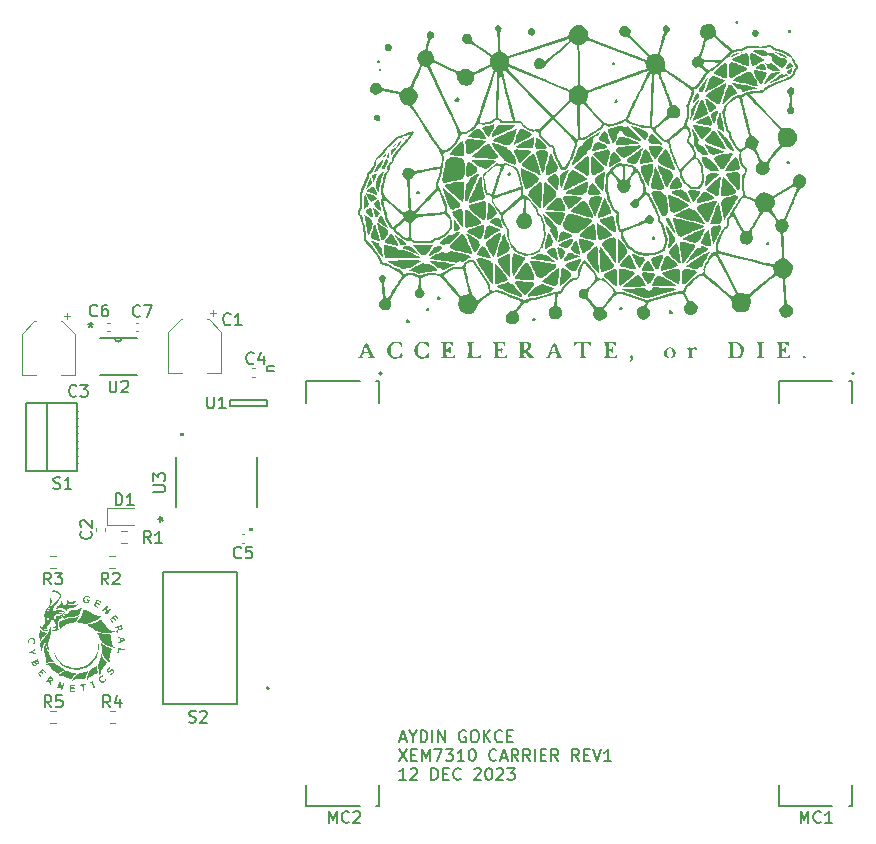
<source format=gbr>
%TF.GenerationSoftware,KiCad,Pcbnew,6.0.11-2627ca5db0~126~ubuntu22.04.1*%
%TF.CreationDate,2023-12-15T21:44:52-06:00*%
%TF.ProjectId,xem7310_carrier,78656d37-3331-4305-9f63-617272696572,rev?*%
%TF.SameCoordinates,Original*%
%TF.FileFunction,Legend,Top*%
%TF.FilePolarity,Positive*%
%FSLAX46Y46*%
G04 Gerber Fmt 4.6, Leading zero omitted, Abs format (unit mm)*
G04 Created by KiCad (PCBNEW 6.0.11-2627ca5db0~126~ubuntu22.04.1) date 2023-12-15 21:44:52*
%MOMM*%
%LPD*%
G01*
G04 APERTURE LIST*
%ADD10C,0.150000*%
%ADD11C,0.120000*%
%ADD12C,0.152400*%
%ADD13C,0.200000*%
%ADD14C,0.127000*%
G04 APERTURE END LIST*
D10*
X141440476Y-135552380D02*
X140869047Y-135552380D01*
X141154761Y-135552380D02*
X141154761Y-134552380D01*
X141059523Y-134695238D01*
X140964285Y-134790476D01*
X140869047Y-134838095D01*
X141821428Y-134647619D02*
X141869047Y-134600000D01*
X141964285Y-134552380D01*
X142202380Y-134552380D01*
X142297619Y-134600000D01*
X142345238Y-134647619D01*
X142392857Y-134742857D01*
X142392857Y-134838095D01*
X142345238Y-134980952D01*
X141773809Y-135552380D01*
X142392857Y-135552380D01*
X143583333Y-135552380D02*
X143583333Y-134552380D01*
X143821428Y-134552380D01*
X143964285Y-134600000D01*
X144059523Y-134695238D01*
X144107142Y-134790476D01*
X144154761Y-134980952D01*
X144154761Y-135123809D01*
X144107142Y-135314285D01*
X144059523Y-135409523D01*
X143964285Y-135504761D01*
X143821428Y-135552380D01*
X143583333Y-135552380D01*
X144583333Y-135028571D02*
X144916666Y-135028571D01*
X145059523Y-135552380D02*
X144583333Y-135552380D01*
X144583333Y-134552380D01*
X145059523Y-134552380D01*
X146059523Y-135457142D02*
X146011904Y-135504761D01*
X145869047Y-135552380D01*
X145773809Y-135552380D01*
X145630952Y-135504761D01*
X145535714Y-135409523D01*
X145488095Y-135314285D01*
X145440476Y-135123809D01*
X145440476Y-134980952D01*
X145488095Y-134790476D01*
X145535714Y-134695238D01*
X145630952Y-134600000D01*
X145773809Y-134552380D01*
X145869047Y-134552380D01*
X146011904Y-134600000D01*
X146059523Y-134647619D01*
X147202380Y-134647619D02*
X147250000Y-134600000D01*
X147345238Y-134552380D01*
X147583333Y-134552380D01*
X147678571Y-134600000D01*
X147726190Y-134647619D01*
X147773809Y-134742857D01*
X147773809Y-134838095D01*
X147726190Y-134980952D01*
X147154761Y-135552380D01*
X147773809Y-135552380D01*
X148392857Y-134552380D02*
X148488095Y-134552380D01*
X148583333Y-134600000D01*
X148630952Y-134647619D01*
X148678571Y-134742857D01*
X148726190Y-134933333D01*
X148726190Y-135171428D01*
X148678571Y-135361904D01*
X148630952Y-135457142D01*
X148583333Y-135504761D01*
X148488095Y-135552380D01*
X148392857Y-135552380D01*
X148297619Y-135504761D01*
X148250000Y-135457142D01*
X148202380Y-135361904D01*
X148154761Y-135171428D01*
X148154761Y-134933333D01*
X148202380Y-134742857D01*
X148250000Y-134647619D01*
X148297619Y-134600000D01*
X148392857Y-134552380D01*
X149107142Y-134647619D02*
X149154761Y-134600000D01*
X149250000Y-134552380D01*
X149488095Y-134552380D01*
X149583333Y-134600000D01*
X149630952Y-134647619D01*
X149678571Y-134742857D01*
X149678571Y-134838095D01*
X149630952Y-134980952D01*
X149059523Y-135552380D01*
X149678571Y-135552380D01*
X150011904Y-134552380D02*
X150630952Y-134552380D01*
X150297619Y-134933333D01*
X150440476Y-134933333D01*
X150535714Y-134980952D01*
X150583333Y-135028571D01*
X150630952Y-135123809D01*
X150630952Y-135361904D01*
X150583333Y-135457142D01*
X150535714Y-135504761D01*
X150440476Y-135552380D01*
X150154761Y-135552380D01*
X150059523Y-135504761D01*
X150011904Y-135457142D01*
X140914285Y-132066666D02*
X141390476Y-132066666D01*
X140819047Y-132352380D02*
X141152380Y-131352380D01*
X141485714Y-132352380D01*
X142009523Y-131876190D02*
X142009523Y-132352380D01*
X141676190Y-131352380D02*
X142009523Y-131876190D01*
X142342857Y-131352380D01*
X142676190Y-132352380D02*
X142676190Y-131352380D01*
X142914285Y-131352380D01*
X143057142Y-131400000D01*
X143152380Y-131495238D01*
X143200000Y-131590476D01*
X143247619Y-131780952D01*
X143247619Y-131923809D01*
X143200000Y-132114285D01*
X143152380Y-132209523D01*
X143057142Y-132304761D01*
X142914285Y-132352380D01*
X142676190Y-132352380D01*
X143676190Y-132352380D02*
X143676190Y-131352380D01*
X144152380Y-132352380D02*
X144152380Y-131352380D01*
X144723809Y-132352380D01*
X144723809Y-131352380D01*
X146485714Y-131400000D02*
X146390476Y-131352380D01*
X146247619Y-131352380D01*
X146104761Y-131400000D01*
X146009523Y-131495238D01*
X145961904Y-131590476D01*
X145914285Y-131780952D01*
X145914285Y-131923809D01*
X145961904Y-132114285D01*
X146009523Y-132209523D01*
X146104761Y-132304761D01*
X146247619Y-132352380D01*
X146342857Y-132352380D01*
X146485714Y-132304761D01*
X146533333Y-132257142D01*
X146533333Y-131923809D01*
X146342857Y-131923809D01*
X147152380Y-131352380D02*
X147342857Y-131352380D01*
X147438095Y-131400000D01*
X147533333Y-131495238D01*
X147580952Y-131685714D01*
X147580952Y-132019047D01*
X147533333Y-132209523D01*
X147438095Y-132304761D01*
X147342857Y-132352380D01*
X147152380Y-132352380D01*
X147057142Y-132304761D01*
X146961904Y-132209523D01*
X146914285Y-132019047D01*
X146914285Y-131685714D01*
X146961904Y-131495238D01*
X147057142Y-131400000D01*
X147152380Y-131352380D01*
X148009523Y-132352380D02*
X148009523Y-131352380D01*
X148580952Y-132352380D02*
X148152380Y-131780952D01*
X148580952Y-131352380D02*
X148009523Y-131923809D01*
X149580952Y-132257142D02*
X149533333Y-132304761D01*
X149390476Y-132352380D01*
X149295238Y-132352380D01*
X149152380Y-132304761D01*
X149057142Y-132209523D01*
X149009523Y-132114285D01*
X148961904Y-131923809D01*
X148961904Y-131780952D01*
X149009523Y-131590476D01*
X149057142Y-131495238D01*
X149152380Y-131400000D01*
X149295238Y-131352380D01*
X149390476Y-131352380D01*
X149533333Y-131400000D01*
X149580952Y-131447619D01*
X150009523Y-131828571D02*
X150342857Y-131828571D01*
X150485714Y-132352380D02*
X150009523Y-132352380D01*
X150009523Y-131352380D01*
X150485714Y-131352380D01*
X140850000Y-132947380D02*
X141516666Y-133947380D01*
X141516666Y-132947380D02*
X140850000Y-133947380D01*
X141897619Y-133423571D02*
X142230952Y-133423571D01*
X142373809Y-133947380D02*
X141897619Y-133947380D01*
X141897619Y-132947380D01*
X142373809Y-132947380D01*
X142802380Y-133947380D02*
X142802380Y-132947380D01*
X143135714Y-133661666D01*
X143469047Y-132947380D01*
X143469047Y-133947380D01*
X143850000Y-132947380D02*
X144516666Y-132947380D01*
X144088095Y-133947380D01*
X144802380Y-132947380D02*
X145421428Y-132947380D01*
X145088095Y-133328333D01*
X145230952Y-133328333D01*
X145326190Y-133375952D01*
X145373809Y-133423571D01*
X145421428Y-133518809D01*
X145421428Y-133756904D01*
X145373809Y-133852142D01*
X145326190Y-133899761D01*
X145230952Y-133947380D01*
X144945238Y-133947380D01*
X144850000Y-133899761D01*
X144802380Y-133852142D01*
X146373809Y-133947380D02*
X145802380Y-133947380D01*
X146088095Y-133947380D02*
X146088095Y-132947380D01*
X145992857Y-133090238D01*
X145897619Y-133185476D01*
X145802380Y-133233095D01*
X146992857Y-132947380D02*
X147088095Y-132947380D01*
X147183333Y-132995000D01*
X147230952Y-133042619D01*
X147278571Y-133137857D01*
X147326190Y-133328333D01*
X147326190Y-133566428D01*
X147278571Y-133756904D01*
X147230952Y-133852142D01*
X147183333Y-133899761D01*
X147088095Y-133947380D01*
X146992857Y-133947380D01*
X146897619Y-133899761D01*
X146850000Y-133852142D01*
X146802380Y-133756904D01*
X146754761Y-133566428D01*
X146754761Y-133328333D01*
X146802380Y-133137857D01*
X146850000Y-133042619D01*
X146897619Y-132995000D01*
X146992857Y-132947380D01*
X149088095Y-133852142D02*
X149040476Y-133899761D01*
X148897619Y-133947380D01*
X148802380Y-133947380D01*
X148659523Y-133899761D01*
X148564285Y-133804523D01*
X148516666Y-133709285D01*
X148469047Y-133518809D01*
X148469047Y-133375952D01*
X148516666Y-133185476D01*
X148564285Y-133090238D01*
X148659523Y-132995000D01*
X148802380Y-132947380D01*
X148897619Y-132947380D01*
X149040476Y-132995000D01*
X149088095Y-133042619D01*
X149469047Y-133661666D02*
X149945238Y-133661666D01*
X149373809Y-133947380D02*
X149707142Y-132947380D01*
X150040476Y-133947380D01*
X150945238Y-133947380D02*
X150611904Y-133471190D01*
X150373809Y-133947380D02*
X150373809Y-132947380D01*
X150754761Y-132947380D01*
X150850000Y-132995000D01*
X150897619Y-133042619D01*
X150945238Y-133137857D01*
X150945238Y-133280714D01*
X150897619Y-133375952D01*
X150850000Y-133423571D01*
X150754761Y-133471190D01*
X150373809Y-133471190D01*
X151945238Y-133947380D02*
X151611904Y-133471190D01*
X151373809Y-133947380D02*
X151373809Y-132947380D01*
X151754761Y-132947380D01*
X151850000Y-132995000D01*
X151897619Y-133042619D01*
X151945238Y-133137857D01*
X151945238Y-133280714D01*
X151897619Y-133375952D01*
X151850000Y-133423571D01*
X151754761Y-133471190D01*
X151373809Y-133471190D01*
X152373809Y-133947380D02*
X152373809Y-132947380D01*
X152850000Y-133423571D02*
X153183333Y-133423571D01*
X153326190Y-133947380D02*
X152850000Y-133947380D01*
X152850000Y-132947380D01*
X153326190Y-132947380D01*
X154326190Y-133947380D02*
X153992857Y-133471190D01*
X153754761Y-133947380D02*
X153754761Y-132947380D01*
X154135714Y-132947380D01*
X154230952Y-132995000D01*
X154278571Y-133042619D01*
X154326190Y-133137857D01*
X154326190Y-133280714D01*
X154278571Y-133375952D01*
X154230952Y-133423571D01*
X154135714Y-133471190D01*
X153754761Y-133471190D01*
X156088095Y-133947380D02*
X155754761Y-133471190D01*
X155516666Y-133947380D02*
X155516666Y-132947380D01*
X155897619Y-132947380D01*
X155992857Y-132995000D01*
X156040476Y-133042619D01*
X156088095Y-133137857D01*
X156088095Y-133280714D01*
X156040476Y-133375952D01*
X155992857Y-133423571D01*
X155897619Y-133471190D01*
X155516666Y-133471190D01*
X156516666Y-133423571D02*
X156850000Y-133423571D01*
X156992857Y-133947380D02*
X156516666Y-133947380D01*
X156516666Y-132947380D01*
X156992857Y-132947380D01*
X157278571Y-132947380D02*
X157611904Y-133947380D01*
X157945238Y-132947380D01*
X158802380Y-133947380D02*
X158230952Y-133947380D01*
X158516666Y-133947380D02*
X158516666Y-132947380D01*
X158421428Y-133090238D01*
X158326190Y-133185476D01*
X158230952Y-133233095D01*
%TO.C,C5*%
X127483333Y-116707142D02*
X127435714Y-116754761D01*
X127292857Y-116802380D01*
X127197619Y-116802380D01*
X127054761Y-116754761D01*
X126959523Y-116659523D01*
X126911904Y-116564285D01*
X126864285Y-116373809D01*
X126864285Y-116230952D01*
X126911904Y-116040476D01*
X126959523Y-115945238D01*
X127054761Y-115850000D01*
X127197619Y-115802380D01*
X127292857Y-115802380D01*
X127435714Y-115850000D01*
X127483333Y-115897619D01*
X128388095Y-115802380D02*
X127911904Y-115802380D01*
X127864285Y-116278571D01*
X127911904Y-116230952D01*
X128007142Y-116183333D01*
X128245238Y-116183333D01*
X128340476Y-116230952D01*
X128388095Y-116278571D01*
X128435714Y-116373809D01*
X128435714Y-116611904D01*
X128388095Y-116707142D01*
X128340476Y-116754761D01*
X128245238Y-116802380D01*
X128007142Y-116802380D01*
X127911904Y-116754761D01*
X127864285Y-116707142D01*
%TO.C,U2*%
X116338095Y-101752380D02*
X116338095Y-102561904D01*
X116385714Y-102657142D01*
X116433333Y-102704761D01*
X116528571Y-102752380D01*
X116719047Y-102752380D01*
X116814285Y-102704761D01*
X116861904Y-102657142D01*
X116909523Y-102561904D01*
X116909523Y-101752380D01*
X117338095Y-101847619D02*
X117385714Y-101800000D01*
X117480952Y-101752380D01*
X117719047Y-101752380D01*
X117814285Y-101800000D01*
X117861904Y-101847619D01*
X117909523Y-101942857D01*
X117909523Y-102038095D01*
X117861904Y-102180952D01*
X117290476Y-102752380D01*
X117909523Y-102752380D01*
X114729299Y-96797581D02*
X114729299Y-97035677D01*
X114491203Y-96940439D02*
X114729299Y-97035677D01*
X114967394Y-96940439D01*
X114586441Y-97226153D02*
X114729299Y-97035677D01*
X114872156Y-97226153D01*
%TO.C,U1*%
X124588095Y-103102380D02*
X124588095Y-103911904D01*
X124635714Y-104007142D01*
X124683333Y-104054761D01*
X124778571Y-104102380D01*
X124969047Y-104102380D01*
X125064285Y-104054761D01*
X125111904Y-104007142D01*
X125159523Y-103911904D01*
X125159523Y-103102380D01*
X126159523Y-104102380D02*
X125588095Y-104102380D01*
X125873809Y-104102380D02*
X125873809Y-103102380D01*
X125778571Y-103245238D01*
X125683333Y-103340476D01*
X125588095Y-103388095D01*
X130294284Y-100934285D02*
X129627618Y-100934285D01*
X130294284Y-100505714D02*
X129770475Y-100505714D01*
X129675237Y-100553333D01*
X129627618Y-100648571D01*
X129627618Y-100791428D01*
X129675237Y-100886666D01*
X129722856Y-100934285D01*
%TO.C,MC2*%
X134890476Y-139202380D02*
X134890476Y-138202380D01*
X135223809Y-138916666D01*
X135557142Y-138202380D01*
X135557142Y-139202380D01*
X136604761Y-139107142D02*
X136557142Y-139154761D01*
X136414285Y-139202380D01*
X136319047Y-139202380D01*
X136176190Y-139154761D01*
X136080952Y-139059523D01*
X136033333Y-138964285D01*
X135985714Y-138773809D01*
X135985714Y-138630952D01*
X136033333Y-138440476D01*
X136080952Y-138345238D01*
X136176190Y-138250000D01*
X136319047Y-138202380D01*
X136414285Y-138202380D01*
X136557142Y-138250000D01*
X136604761Y-138297619D01*
X136985714Y-138297619D02*
X137033333Y-138250000D01*
X137128571Y-138202380D01*
X137366666Y-138202380D01*
X137461904Y-138250000D01*
X137509523Y-138297619D01*
X137557142Y-138392857D01*
X137557142Y-138488095D01*
X137509523Y-138630952D01*
X136938095Y-139202380D01*
X137557142Y-139202380D01*
%TO.C,MC1*%
X174840476Y-139202380D02*
X174840476Y-138202380D01*
X175173809Y-138916666D01*
X175507142Y-138202380D01*
X175507142Y-139202380D01*
X176554761Y-139107142D02*
X176507142Y-139154761D01*
X176364285Y-139202380D01*
X176269047Y-139202380D01*
X176126190Y-139154761D01*
X176030952Y-139059523D01*
X175983333Y-138964285D01*
X175935714Y-138773809D01*
X175935714Y-138630952D01*
X175983333Y-138440476D01*
X176030952Y-138345238D01*
X176126190Y-138250000D01*
X176269047Y-138202380D01*
X176364285Y-138202380D01*
X176507142Y-138250000D01*
X176554761Y-138297619D01*
X177507142Y-139202380D02*
X176935714Y-139202380D01*
X177221428Y-139202380D02*
X177221428Y-138202380D01*
X177126190Y-138345238D01*
X177030952Y-138440476D01*
X176935714Y-138488095D01*
%TO.C,D1*%
X116861904Y-112302380D02*
X116861904Y-111302380D01*
X117100000Y-111302380D01*
X117242857Y-111350000D01*
X117338095Y-111445238D01*
X117385714Y-111540476D01*
X117433333Y-111730952D01*
X117433333Y-111873809D01*
X117385714Y-112064285D01*
X117338095Y-112159523D01*
X117242857Y-112254761D01*
X117100000Y-112302380D01*
X116861904Y-112302380D01*
X118385714Y-112302380D02*
X117814285Y-112302380D01*
X118100000Y-112302380D02*
X118100000Y-111302380D01*
X118004761Y-111445238D01*
X117909523Y-111540476D01*
X117814285Y-111588095D01*
%TO.C,C7*%
X118933333Y-96257142D02*
X118885714Y-96304761D01*
X118742857Y-96352380D01*
X118647619Y-96352380D01*
X118504761Y-96304761D01*
X118409523Y-96209523D01*
X118361904Y-96114285D01*
X118314285Y-95923809D01*
X118314285Y-95780952D01*
X118361904Y-95590476D01*
X118409523Y-95495238D01*
X118504761Y-95400000D01*
X118647619Y-95352380D01*
X118742857Y-95352380D01*
X118885714Y-95400000D01*
X118933333Y-95447619D01*
X119266666Y-95352380D02*
X119933333Y-95352380D01*
X119504761Y-96352380D01*
%TO.C,S2*%
X123063095Y-130649761D02*
X123205952Y-130697380D01*
X123444047Y-130697380D01*
X123539285Y-130649761D01*
X123586904Y-130602142D01*
X123634523Y-130506904D01*
X123634523Y-130411666D01*
X123586904Y-130316428D01*
X123539285Y-130268809D01*
X123444047Y-130221190D01*
X123253571Y-130173571D01*
X123158333Y-130125952D01*
X123110714Y-130078333D01*
X123063095Y-129983095D01*
X123063095Y-129887857D01*
X123110714Y-129792619D01*
X123158333Y-129745000D01*
X123253571Y-129697380D01*
X123491666Y-129697380D01*
X123634523Y-129745000D01*
X124015476Y-129792619D02*
X124063095Y-129745000D01*
X124158333Y-129697380D01*
X124396428Y-129697380D01*
X124491666Y-129745000D01*
X124539285Y-129792619D01*
X124586904Y-129887857D01*
X124586904Y-129983095D01*
X124539285Y-130125952D01*
X123967857Y-130697380D01*
X124586904Y-130697380D01*
%TO.C,R2*%
X116233333Y-119002380D02*
X115900000Y-118526190D01*
X115661904Y-119002380D02*
X115661904Y-118002380D01*
X116042857Y-118002380D01*
X116138095Y-118050000D01*
X116185714Y-118097619D01*
X116233333Y-118192857D01*
X116233333Y-118335714D01*
X116185714Y-118430952D01*
X116138095Y-118478571D01*
X116042857Y-118526190D01*
X115661904Y-118526190D01*
X116614285Y-118097619D02*
X116661904Y-118050000D01*
X116757142Y-118002380D01*
X116995238Y-118002380D01*
X117090476Y-118050000D01*
X117138095Y-118097619D01*
X117185714Y-118192857D01*
X117185714Y-118288095D01*
X117138095Y-118430952D01*
X116566666Y-119002380D01*
X117185714Y-119002380D01*
%TO.C,R1*%
X119833333Y-115502380D02*
X119500000Y-115026190D01*
X119261904Y-115502380D02*
X119261904Y-114502380D01*
X119642857Y-114502380D01*
X119738095Y-114550000D01*
X119785714Y-114597619D01*
X119833333Y-114692857D01*
X119833333Y-114835714D01*
X119785714Y-114930952D01*
X119738095Y-114978571D01*
X119642857Y-115026190D01*
X119261904Y-115026190D01*
X120785714Y-115502380D02*
X120214285Y-115502380D01*
X120500000Y-115502380D02*
X120500000Y-114502380D01*
X120404761Y-114645238D01*
X120309523Y-114740476D01*
X120214285Y-114788095D01*
%TO.C,C4*%
X128533333Y-100257142D02*
X128485714Y-100304761D01*
X128342857Y-100352380D01*
X128247619Y-100352380D01*
X128104761Y-100304761D01*
X128009523Y-100209523D01*
X127961904Y-100114285D01*
X127914285Y-99923809D01*
X127914285Y-99780952D01*
X127961904Y-99590476D01*
X128009523Y-99495238D01*
X128104761Y-99400000D01*
X128247619Y-99352380D01*
X128342857Y-99352380D01*
X128485714Y-99400000D01*
X128533333Y-99447619D01*
X129390476Y-99685714D02*
X129390476Y-100352380D01*
X129152380Y-99304761D02*
X128914285Y-100019047D01*
X129533333Y-100019047D01*
%TO.C,U3*%
X120052380Y-111161904D02*
X120861904Y-111161904D01*
X120957142Y-111114285D01*
X121004761Y-111066666D01*
X121052380Y-110971428D01*
X121052380Y-110780952D01*
X121004761Y-110685714D01*
X120957142Y-110638095D01*
X120861904Y-110590476D01*
X120052380Y-110590476D01*
X120052380Y-110209523D02*
X120052380Y-109590476D01*
X120433333Y-109923809D01*
X120433333Y-109780952D01*
X120480952Y-109685714D01*
X120528571Y-109638095D01*
X120623809Y-109590476D01*
X120861904Y-109590476D01*
X120957142Y-109638095D01*
X121004761Y-109685714D01*
X121052380Y-109780952D01*
X121052380Y-110066666D01*
X121004761Y-110161904D01*
X120957142Y-110209523D01*
X120429579Y-113475000D02*
X120667675Y-113475000D01*
X120572437Y-113713095D02*
X120667675Y-113475000D01*
X120572437Y-113236904D01*
X120858151Y-113617857D02*
X120667675Y-113475000D01*
X120858151Y-113332142D01*
%TO.C,R5*%
X111408333Y-129402380D02*
X111075000Y-128926190D01*
X110836904Y-129402380D02*
X110836904Y-128402380D01*
X111217857Y-128402380D01*
X111313095Y-128450000D01*
X111360714Y-128497619D01*
X111408333Y-128592857D01*
X111408333Y-128735714D01*
X111360714Y-128830952D01*
X111313095Y-128878571D01*
X111217857Y-128926190D01*
X110836904Y-128926190D01*
X112313095Y-128402380D02*
X111836904Y-128402380D01*
X111789285Y-128878571D01*
X111836904Y-128830952D01*
X111932142Y-128783333D01*
X112170238Y-128783333D01*
X112265476Y-128830952D01*
X112313095Y-128878571D01*
X112360714Y-128973809D01*
X112360714Y-129211904D01*
X112313095Y-129307142D01*
X112265476Y-129354761D01*
X112170238Y-129402380D01*
X111932142Y-129402380D01*
X111836904Y-129354761D01*
X111789285Y-129307142D01*
%TO.C,S1*%
X111588095Y-110854761D02*
X111730952Y-110902380D01*
X111969047Y-110902380D01*
X112064285Y-110854761D01*
X112111904Y-110807142D01*
X112159523Y-110711904D01*
X112159523Y-110616666D01*
X112111904Y-110521428D01*
X112064285Y-110473809D01*
X111969047Y-110426190D01*
X111778571Y-110378571D01*
X111683333Y-110330952D01*
X111635714Y-110283333D01*
X111588095Y-110188095D01*
X111588095Y-110092857D01*
X111635714Y-109997619D01*
X111683333Y-109950000D01*
X111778571Y-109902380D01*
X112016666Y-109902380D01*
X112159523Y-109950000D01*
X113111904Y-110902380D02*
X112540476Y-110902380D01*
X112826190Y-110902380D02*
X112826190Y-109902380D01*
X112730952Y-110045238D01*
X112635714Y-110140476D01*
X112540476Y-110188095D01*
%TO.C,C6*%
X115283333Y-96207142D02*
X115235714Y-96254761D01*
X115092857Y-96302380D01*
X114997619Y-96302380D01*
X114854761Y-96254761D01*
X114759523Y-96159523D01*
X114711904Y-96064285D01*
X114664285Y-95873809D01*
X114664285Y-95730952D01*
X114711904Y-95540476D01*
X114759523Y-95445238D01*
X114854761Y-95350000D01*
X114997619Y-95302380D01*
X115092857Y-95302380D01*
X115235714Y-95350000D01*
X115283333Y-95397619D01*
X116140476Y-95302380D02*
X115950000Y-95302380D01*
X115854761Y-95350000D01*
X115807142Y-95397619D01*
X115711904Y-95540476D01*
X115664285Y-95730952D01*
X115664285Y-96111904D01*
X115711904Y-96207142D01*
X115759523Y-96254761D01*
X115854761Y-96302380D01*
X116045238Y-96302380D01*
X116140476Y-96254761D01*
X116188095Y-96207142D01*
X116235714Y-96111904D01*
X116235714Y-95873809D01*
X116188095Y-95778571D01*
X116140476Y-95730952D01*
X116045238Y-95683333D01*
X115854761Y-95683333D01*
X115759523Y-95730952D01*
X115711904Y-95778571D01*
X115664285Y-95873809D01*
%TO.C,R4*%
X116383333Y-129402380D02*
X116050000Y-128926190D01*
X115811904Y-129402380D02*
X115811904Y-128402380D01*
X116192857Y-128402380D01*
X116288095Y-128450000D01*
X116335714Y-128497619D01*
X116383333Y-128592857D01*
X116383333Y-128735714D01*
X116335714Y-128830952D01*
X116288095Y-128878571D01*
X116192857Y-128926190D01*
X115811904Y-128926190D01*
X117240476Y-128735714D02*
X117240476Y-129402380D01*
X117002380Y-128354761D02*
X116764285Y-129069047D01*
X117383333Y-129069047D01*
%TO.C,C2*%
X114757142Y-114516666D02*
X114804761Y-114564285D01*
X114852380Y-114707142D01*
X114852380Y-114802380D01*
X114804761Y-114945238D01*
X114709523Y-115040476D01*
X114614285Y-115088095D01*
X114423809Y-115135714D01*
X114280952Y-115135714D01*
X114090476Y-115088095D01*
X113995238Y-115040476D01*
X113900000Y-114945238D01*
X113852380Y-114802380D01*
X113852380Y-114707142D01*
X113900000Y-114564285D01*
X113947619Y-114516666D01*
X113947619Y-114135714D02*
X113900000Y-114088095D01*
X113852380Y-113992857D01*
X113852380Y-113754761D01*
X113900000Y-113659523D01*
X113947619Y-113611904D01*
X114042857Y-113564285D01*
X114138095Y-113564285D01*
X114280952Y-113611904D01*
X114852380Y-114183333D01*
X114852380Y-113564285D01*
%TO.C,C3*%
X113533333Y-103007142D02*
X113485714Y-103054761D01*
X113342857Y-103102380D01*
X113247619Y-103102380D01*
X113104761Y-103054761D01*
X113009523Y-102959523D01*
X112961904Y-102864285D01*
X112914285Y-102673809D01*
X112914285Y-102530952D01*
X112961904Y-102340476D01*
X113009523Y-102245238D01*
X113104761Y-102150000D01*
X113247619Y-102102380D01*
X113342857Y-102102380D01*
X113485714Y-102150000D01*
X113533333Y-102197619D01*
X113866666Y-102102380D02*
X114485714Y-102102380D01*
X114152380Y-102483333D01*
X114295238Y-102483333D01*
X114390476Y-102530952D01*
X114438095Y-102578571D01*
X114485714Y-102673809D01*
X114485714Y-102911904D01*
X114438095Y-103007142D01*
X114390476Y-103054761D01*
X114295238Y-103102380D01*
X114009523Y-103102380D01*
X113914285Y-103054761D01*
X113866666Y-103007142D01*
%TO.C,R3*%
X111383333Y-119002380D02*
X111050000Y-118526190D01*
X110811904Y-119002380D02*
X110811904Y-118002380D01*
X111192857Y-118002380D01*
X111288095Y-118050000D01*
X111335714Y-118097619D01*
X111383333Y-118192857D01*
X111383333Y-118335714D01*
X111335714Y-118430952D01*
X111288095Y-118478571D01*
X111192857Y-118526190D01*
X110811904Y-118526190D01*
X111716666Y-118002380D02*
X112335714Y-118002380D01*
X112002380Y-118383333D01*
X112145238Y-118383333D01*
X112240476Y-118430952D01*
X112288095Y-118478571D01*
X112335714Y-118573809D01*
X112335714Y-118811904D01*
X112288095Y-118907142D01*
X112240476Y-118954761D01*
X112145238Y-119002380D01*
X111859523Y-119002380D01*
X111764285Y-118954761D01*
X111716666Y-118907142D01*
%TO.C,C1*%
X126583333Y-96957142D02*
X126535714Y-97004761D01*
X126392857Y-97052380D01*
X126297619Y-97052380D01*
X126154761Y-97004761D01*
X126059523Y-96909523D01*
X126011904Y-96814285D01*
X125964285Y-96623809D01*
X125964285Y-96480952D01*
X126011904Y-96290476D01*
X126059523Y-96195238D01*
X126154761Y-96100000D01*
X126297619Y-96052380D01*
X126392857Y-96052380D01*
X126535714Y-96100000D01*
X126583333Y-96147619D01*
X127535714Y-97052380D02*
X126964285Y-97052380D01*
X127250000Y-97052380D02*
X127250000Y-96052380D01*
X127154761Y-96195238D01*
X127059523Y-96290476D01*
X126964285Y-96338095D01*
D11*
%TO.C,C5*%
X127737836Y-114750000D02*
X127522164Y-114750000D01*
X127737836Y-115470000D02*
X127522164Y-115470000D01*
D12*
%TO.C,U2*%
X118624399Y-98145601D02*
X115525599Y-98145601D01*
X115525599Y-101244401D02*
X118624399Y-101244401D01*
X116770199Y-98145601D02*
G75*
G03*
X117379799Y-98145601I304800J0D01*
G01*
D13*
%TO.C,U1*%
X126570000Y-103420000D02*
X126570000Y-103920000D01*
X126570000Y-103920000D02*
X129669998Y-103920000D01*
X129669998Y-103420000D02*
X129669998Y-103920000D01*
X126570000Y-103420000D02*
X129669998Y-103420000D01*
%TO.C,MC2*%
X138913130Y-137801700D02*
X139182500Y-137801700D01*
X139182500Y-101801700D02*
X139182500Y-103623200D01*
X137546870Y-101801700D02*
X133010500Y-101801700D01*
X139182500Y-101801700D02*
X138913130Y-101801700D01*
X133010500Y-135980200D02*
X133010500Y-137801700D01*
X133010500Y-103623200D02*
X133010500Y-101801700D01*
X133010500Y-137801700D02*
X137546870Y-137801700D01*
X139182500Y-135980200D02*
X139182500Y-137801700D01*
X139384000Y-101151700D02*
G75*
G03*
X139384000Y-101151700I-100000J0D01*
G01*
%TO.C,MC1*%
X179182500Y-101801700D02*
X178913130Y-101801700D01*
X177546870Y-101801700D02*
X173010500Y-101801700D01*
X179182500Y-135980200D02*
X179182500Y-137801700D01*
X178913130Y-137801700D02*
X179182500Y-137801700D01*
X173010500Y-135980200D02*
X173010500Y-137801700D01*
X179182500Y-101801700D02*
X179182500Y-103623200D01*
X173010500Y-137801700D02*
X177546870Y-137801700D01*
X173010500Y-103623200D02*
X173010500Y-101801700D01*
X179384000Y-101151700D02*
G75*
G03*
X179384000Y-101151700I-100000J0D01*
G01*
D11*
%TO.C,D1*%
X118377500Y-112535000D02*
X116092500Y-112535000D01*
X116092500Y-112535000D02*
X116092500Y-114005000D01*
X116092500Y-114005000D02*
X118377500Y-114005000D01*
%TO.C,C7*%
X118547163Y-97555001D02*
X118762835Y-97555001D01*
X118547163Y-96835001D02*
X118762835Y-96835001D01*
D14*
%TO.C,S2*%
X120900000Y-117970000D02*
X127100000Y-117970000D01*
X120900000Y-129130000D02*
X120900000Y-117970000D01*
X127100000Y-129130000D02*
X120900000Y-129130000D01*
X127100000Y-117970000D02*
X127100000Y-129130000D01*
D13*
X129850000Y-127790000D02*
G75*
G03*
X129850000Y-127790000I-100000J0D01*
G01*
D11*
%TO.C,R2*%
X116287742Y-117622500D02*
X116762258Y-117622500D01*
X116287742Y-116577500D02*
X116762258Y-116577500D01*
%TO.C,G\u002A\u002A\u002A*%
G36*
X115713247Y-122065589D02*
G01*
X115799623Y-122156743D01*
X115873044Y-122240887D01*
X115935001Y-122319991D01*
X115986983Y-122396023D01*
X116030480Y-122470951D01*
X116051016Y-122511751D01*
X116083102Y-122570163D01*
X116121172Y-122621428D01*
X116168466Y-122669197D01*
X116228228Y-122717119D01*
X116242532Y-122727449D01*
X116311261Y-122772569D01*
X116392399Y-122819563D01*
X116481810Y-122866367D01*
X116575359Y-122910914D01*
X116668911Y-122951140D01*
X116757951Y-122984848D01*
X116786077Y-122995484D01*
X116806541Y-123004799D01*
X116815277Y-123010923D01*
X116815350Y-123011271D01*
X116808984Y-123017618D01*
X116807983Y-123017677D01*
X116797292Y-123019176D01*
X116773250Y-123023277D01*
X116739209Y-123029389D01*
X116698522Y-123036919D01*
X116690083Y-123038505D01*
X116635252Y-123048251D01*
X116573523Y-123058299D01*
X116513437Y-123067299D01*
X116474233Y-123072595D01*
X116430712Y-123078131D01*
X116390625Y-123083332D01*
X116358492Y-123087605D01*
X116339153Y-123090309D01*
X116321746Y-123091726D01*
X116290311Y-123093128D01*
X116247737Y-123094474D01*
X116196912Y-123095723D01*
X116140727Y-123096831D01*
X116082068Y-123097758D01*
X116023826Y-123098461D01*
X115968888Y-123098900D01*
X115920144Y-123099033D01*
X115880482Y-123098817D01*
X115852792Y-123098211D01*
X115841697Y-123097486D01*
X115821989Y-123095092D01*
X115790750Y-123091440D01*
X115753348Y-123087156D01*
X115735403Y-123085128D01*
X115588532Y-123062617D01*
X115449979Y-123029313D01*
X115321027Y-122985732D01*
X115202959Y-122932388D01*
X115097058Y-122869795D01*
X115004606Y-122798470D01*
X114991346Y-122786466D01*
X114953614Y-122754760D01*
X114903247Y-122717299D01*
X114842899Y-122675772D01*
X114775225Y-122631870D01*
X114702879Y-122587282D01*
X114628518Y-122543699D01*
X114554794Y-122502810D01*
X114503686Y-122476031D01*
X114466820Y-122456622D01*
X114437263Y-122439842D01*
X114417386Y-122427135D01*
X114409558Y-122419947D01*
X114410147Y-122418988D01*
X114424076Y-122415733D01*
X114449104Y-122410744D01*
X114476883Y-122405630D01*
X114537302Y-122393643D01*
X114609002Y-122377381D01*
X114687177Y-122358088D01*
X114767019Y-122337004D01*
X114843722Y-122315370D01*
X114912478Y-122294427D01*
X114931821Y-122288139D01*
X115092163Y-122230081D01*
X115237901Y-122167014D01*
X115368519Y-122099198D01*
X115483501Y-122026894D01*
X115555674Y-121972725D01*
X115592785Y-121942594D01*
X115713247Y-122065589D01*
G37*
G36*
X112129123Y-127246224D02*
G01*
X112146212Y-127252894D01*
X112167284Y-127261757D01*
X112170507Y-127263054D01*
X112218501Y-127282190D01*
X112249699Y-127494778D01*
X112258383Y-127553744D01*
X112266398Y-127607783D01*
X112273371Y-127654410D01*
X112278930Y-127691138D01*
X112282701Y-127715483D01*
X112284168Y-127724316D01*
X112287716Y-127721481D01*
X112295945Y-127704501D01*
X112308068Y-127675333D01*
X112323295Y-127635934D01*
X112340836Y-127588263D01*
X112354429Y-127549994D01*
X112373307Y-127496272D01*
X112390346Y-127448119D01*
X112404741Y-127407787D01*
X112415686Y-127377527D01*
X112422373Y-127359589D01*
X112424063Y-127355593D01*
X112433559Y-127355727D01*
X112452520Y-127361445D01*
X112475351Y-127370429D01*
X112496456Y-127380363D01*
X112510239Y-127388928D01*
X112512675Y-127392290D01*
X112509982Y-127402794D01*
X112502365Y-127426670D01*
X112490623Y-127461678D01*
X112475553Y-127505576D01*
X112457956Y-127556123D01*
X112438628Y-127611077D01*
X112418369Y-127668197D01*
X112397976Y-127725242D01*
X112378250Y-127779970D01*
X112359987Y-127830140D01*
X112343987Y-127873511D01*
X112331049Y-127907841D01*
X112321969Y-127930889D01*
X112317548Y-127940414D01*
X112317350Y-127940541D01*
X112307463Y-127937590D01*
X112286475Y-127930611D01*
X112264233Y-127922955D01*
X112236613Y-127911276D01*
X112217456Y-127899201D01*
X112211481Y-127891738D01*
X112209148Y-127879653D01*
X112204818Y-127853177D01*
X112198865Y-127814758D01*
X112191664Y-127766846D01*
X112183588Y-127711891D01*
X112176799Y-127664848D01*
X112166183Y-127590968D01*
X112157639Y-127532286D01*
X112150886Y-127487160D01*
X112145647Y-127453942D01*
X112141643Y-127430990D01*
X112138595Y-127416657D01*
X112136225Y-127409299D01*
X112134255Y-127407272D01*
X112133258Y-127407815D01*
X112129563Y-127416474D01*
X112121020Y-127438985D01*
X112108429Y-127473157D01*
X112092592Y-127516802D01*
X112074309Y-127567730D01*
X112058045Y-127613415D01*
X112038365Y-127668666D01*
X112020488Y-127718418D01*
X112005213Y-127760484D01*
X111993336Y-127792678D01*
X111985658Y-127812814D01*
X111983053Y-127818795D01*
X111973608Y-127818376D01*
X111954458Y-127813232D01*
X111931497Y-127805418D01*
X111910616Y-127796987D01*
X111897710Y-127789993D01*
X111896319Y-127788559D01*
X111898118Y-127779287D01*
X111905059Y-127755916D01*
X111916510Y-127720345D01*
X111931839Y-127674472D01*
X111950413Y-127620195D01*
X111971602Y-127559412D01*
X111988769Y-127510865D01*
X112015222Y-127436164D01*
X112036617Y-127375983D01*
X112053958Y-127328953D01*
X112068250Y-127293703D01*
X112080496Y-127268864D01*
X112091702Y-127253066D01*
X112102872Y-127244940D01*
X112115011Y-127243116D01*
X112129123Y-127246224D01*
G37*
G36*
X114311945Y-127412461D02*
G01*
X114316475Y-127427633D01*
X114319576Y-127448067D01*
X114322127Y-127473632D01*
X114322124Y-127491585D01*
X114320793Y-127496388D01*
X114310918Y-127499815D01*
X114288032Y-127505292D01*
X114255883Y-127511974D01*
X114229296Y-127517021D01*
X114192839Y-127524035D01*
X114162981Y-127530428D01*
X114143465Y-127535362D01*
X114137924Y-127537531D01*
X114136842Y-127540960D01*
X114136928Y-127549080D01*
X114138426Y-127563395D01*
X114141579Y-127585412D01*
X114146630Y-127616635D01*
X114153823Y-127658570D01*
X114163402Y-127712720D01*
X114175609Y-127780593D01*
X114190554Y-127862954D01*
X114199196Y-127912143D01*
X114206192Y-127955296D01*
X114211157Y-127989747D01*
X114213707Y-128012831D01*
X114213459Y-128021882D01*
X114213454Y-128021884D01*
X114199648Y-128026203D01*
X114177163Y-128029646D01*
X114152075Y-128031741D01*
X114130460Y-128032016D01*
X114118392Y-128029998D01*
X114117684Y-128029324D01*
X114115133Y-128019335D01*
X114110054Y-127994819D01*
X114102872Y-127957999D01*
X114094013Y-127911096D01*
X114083902Y-127856335D01*
X114072964Y-127795935D01*
X114071951Y-127790288D01*
X114059590Y-127721740D01*
X114049652Y-127668141D01*
X114041677Y-127627678D01*
X114035209Y-127598541D01*
X114029789Y-127578916D01*
X114024958Y-127566991D01*
X114020258Y-127560955D01*
X114015231Y-127558995D01*
X114013442Y-127558933D01*
X113997988Y-127560564D01*
X113970431Y-127564657D01*
X113935376Y-127570500D01*
X113913918Y-127574319D01*
X113831401Y-127589353D01*
X113824002Y-127546317D01*
X113820661Y-127520792D01*
X113820222Y-127502654D01*
X113821483Y-127497719D01*
X113830840Y-127494800D01*
X113854705Y-127489424D01*
X113890831Y-127482038D01*
X113936969Y-127473088D01*
X113990870Y-127463023D01*
X114047456Y-127452791D01*
X114107812Y-127442028D01*
X114163619Y-127432046D01*
X114212388Y-127423290D01*
X114251633Y-127416210D01*
X114278866Y-127411253D01*
X114291067Y-127408972D01*
X114304403Y-127407512D01*
X114311945Y-127412461D01*
G37*
G36*
X116873252Y-121584483D02*
G01*
X116887541Y-121604096D01*
X116907733Y-121632864D01*
X116932249Y-121668437D01*
X116959507Y-121708462D01*
X116987927Y-121750586D01*
X117015926Y-121792459D01*
X117041926Y-121831728D01*
X117064344Y-121866041D01*
X117081600Y-121893046D01*
X117092113Y-121910391D01*
X117094573Y-121915778D01*
X117086521Y-121921359D01*
X117068758Y-121933451D01*
X117052342Y-121944563D01*
X117012971Y-121971158D01*
X116933293Y-121851295D01*
X116906568Y-121811071D01*
X116882971Y-121775519D01*
X116864184Y-121747174D01*
X116851889Y-121728573D01*
X116847956Y-121722569D01*
X116838191Y-121722277D01*
X116817243Y-121731595D01*
X116787255Y-121749567D01*
X116786873Y-121749816D01*
X116731450Y-121785925D01*
X116816675Y-121913792D01*
X116843492Y-121954898D01*
X116866056Y-121991174D01*
X116883003Y-122020284D01*
X116892970Y-122039891D01*
X116894765Y-122047563D01*
X116874889Y-122063059D01*
X116853192Y-122078606D01*
X116834127Y-122091192D01*
X116822142Y-122097800D01*
X116820253Y-122098030D01*
X116814966Y-122090299D01*
X116801895Y-122070778D01*
X116782637Y-122041862D01*
X116758788Y-122005949D01*
X116738937Y-121975996D01*
X116712358Y-121936011D01*
X116688807Y-121900866D01*
X116669983Y-121873076D01*
X116657585Y-121855153D01*
X116653578Y-121849755D01*
X116644347Y-121851295D01*
X116624332Y-121860986D01*
X116596640Y-121877167D01*
X116569641Y-121894612D01*
X116492231Y-121946663D01*
X116663679Y-122203015D01*
X116644400Y-122217058D01*
X116622111Y-122232729D01*
X116603312Y-122245375D01*
X116581503Y-122259648D01*
X116465246Y-122085560D01*
X116348988Y-121911471D01*
X116603764Y-121741481D01*
X116662505Y-121702560D01*
X116716901Y-121667042D01*
X116765317Y-121635953D01*
X116806119Y-121610320D01*
X116837674Y-121591171D01*
X116858348Y-121579531D01*
X116866448Y-121576379D01*
X116873252Y-121584483D01*
G37*
G36*
X113063880Y-127485347D02*
G01*
X113109250Y-127489566D01*
X113162162Y-127493830D01*
X113225657Y-127498368D01*
X113302777Y-127503409D01*
X113311902Y-127503984D01*
X113349358Y-127506630D01*
X113380350Y-127509367D01*
X113401037Y-127511826D01*
X113407447Y-127513243D01*
X113411032Y-127523407D01*
X113410205Y-127535598D01*
X113407403Y-127558156D01*
X113406072Y-127580663D01*
X113404414Y-127597785D01*
X113397167Y-127604578D01*
X113379232Y-127604744D01*
X113373552Y-127604276D01*
X113326597Y-127600368D01*
X113277906Y-127596553D01*
X113230456Y-127593036D01*
X113187223Y-127590023D01*
X113151185Y-127587719D01*
X113125320Y-127586330D01*
X113112604Y-127586061D01*
X113111807Y-127586212D01*
X113110378Y-127595073D01*
X113108145Y-127616446D01*
X113105569Y-127645882D01*
X113105330Y-127648847D01*
X113100491Y-127709378D01*
X113161553Y-127714562D01*
X113198080Y-127717478D01*
X113243876Y-127720869D01*
X113291233Y-127724174D01*
X113310401Y-127725444D01*
X113398186Y-127731142D01*
X113392348Y-127774527D01*
X113388477Y-127799779D01*
X113384944Y-127817030D01*
X113383403Y-127821271D01*
X113374319Y-127821802D01*
X113351142Y-127821142D01*
X113316731Y-127819429D01*
X113273950Y-127816800D01*
X113238913Y-127814368D01*
X113191884Y-127811115D01*
X113151200Y-127808605D01*
X113119702Y-127806991D01*
X113100230Y-127806421D01*
X113095236Y-127806757D01*
X113093730Y-127815810D01*
X113091493Y-127838122D01*
X113088870Y-127869977D01*
X113087018Y-127895513D01*
X113081093Y-127981619D01*
X113126343Y-127986715D01*
X113153868Y-127989319D01*
X113192611Y-127992342D01*
X113236804Y-127995358D01*
X113269384Y-127997319D01*
X113308391Y-128000041D01*
X113340782Y-128003290D01*
X113363006Y-128006645D01*
X113371426Y-128009468D01*
X113373328Y-128021162D01*
X113373497Y-128043703D01*
X113372731Y-128059444D01*
X113369242Y-128088478D01*
X113363471Y-128101785D01*
X113354852Y-128100555D01*
X113353711Y-128099588D01*
X113344350Y-128097921D01*
X113321362Y-128095681D01*
X113288105Y-128093150D01*
X113247938Y-128090608D01*
X113243873Y-128090375D01*
X113200585Y-128087793D01*
X113161304Y-128085212D01*
X113130355Y-128082932D01*
X113112069Y-128081253D01*
X113088890Y-128079164D01*
X113057470Y-128077207D01*
X113038056Y-128076329D01*
X113010029Y-128074454D01*
X112988762Y-128071536D01*
X112980980Y-128069207D01*
X112979638Y-128059903D01*
X112979456Y-128035979D01*
X112980305Y-127999771D01*
X112982056Y-127953617D01*
X112984580Y-127899855D01*
X112987748Y-127840821D01*
X112991431Y-127778854D01*
X112995500Y-127716290D01*
X112999826Y-127655468D01*
X113004280Y-127598724D01*
X113008732Y-127548396D01*
X113010966Y-127525913D01*
X113015690Y-127480517D01*
X113063880Y-127485347D01*
G37*
G36*
X114268547Y-121160609D02*
G01*
X114319533Y-121161597D01*
X114359016Y-121164023D01*
X114392485Y-121168586D01*
X114425429Y-121175986D01*
X114455000Y-121184391D01*
X114538722Y-121215100D01*
X114625529Y-121256879D01*
X114709267Y-121306519D01*
X114766003Y-121346703D01*
X114865966Y-121421214D01*
X114956764Y-121483632D01*
X115040119Y-121534927D01*
X115117753Y-121576069D01*
X115191390Y-121608029D01*
X115262752Y-121631778D01*
X115280465Y-121636553D01*
X115326665Y-121647480D01*
X115364807Y-121653634D01*
X115402880Y-121655876D01*
X115448874Y-121655068D01*
X115451259Y-121654973D01*
X115494305Y-121652563D01*
X115526332Y-121648554D01*
X115553324Y-121641681D01*
X115581266Y-121630679D01*
X115594199Y-121624768D01*
X115623261Y-121611386D01*
X115639885Y-121604876D01*
X115646986Y-121604794D01*
X115647482Y-121610698D01*
X115645820Y-121616933D01*
X115629478Y-121654550D01*
X115601239Y-121699278D01*
X115563061Y-121748367D01*
X115516902Y-121799064D01*
X115514312Y-121801701D01*
X115437152Y-121871085D01*
X115343693Y-121939467D01*
X115234630Y-122006484D01*
X115110659Y-122071771D01*
X114972476Y-122134966D01*
X114820777Y-122195704D01*
X114656257Y-122253623D01*
X114638204Y-122259547D01*
X114595139Y-122273167D01*
X114545412Y-122288219D01*
X114491737Y-122303952D01*
X114436832Y-122319615D01*
X114383412Y-122334460D01*
X114334194Y-122347735D01*
X114291894Y-122358690D01*
X114259228Y-122366576D01*
X114238912Y-122370643D01*
X114234533Y-122371027D01*
X114221341Y-122367041D01*
X114204771Y-122359167D01*
X114172342Y-122344230D01*
X114126741Y-122326963D01*
X114071462Y-122308422D01*
X114010001Y-122289664D01*
X113945850Y-122271743D01*
X113882506Y-122255716D01*
X113823462Y-122242639D01*
X113810864Y-122240160D01*
X113769164Y-122233150D01*
X113721050Y-122226596D01*
X113670279Y-122220840D01*
X113620610Y-122216226D01*
X113575800Y-122213095D01*
X113539610Y-122211788D01*
X113515796Y-122212649D01*
X113513114Y-122213060D01*
X113486224Y-122218105D01*
X113515986Y-122191668D01*
X113570531Y-122142969D01*
X113614447Y-122103103D01*
X113650035Y-122069853D01*
X113679596Y-122041003D01*
X113705430Y-122014338D01*
X113729837Y-121987641D01*
X113741215Y-121974746D01*
X113820331Y-121876141D01*
X113889900Y-121772904D01*
X113948641Y-121667505D01*
X113995273Y-121562410D01*
X114028516Y-121460088D01*
X114042795Y-121393506D01*
X114048137Y-121361193D01*
X114052824Y-121332829D01*
X114055442Y-121316974D01*
X114057381Y-121297345D01*
X114058899Y-121267689D01*
X114059579Y-121239675D01*
X114060211Y-121183634D01*
X114109106Y-121171646D01*
X114145987Y-121165595D01*
X114196366Y-121161819D01*
X114256856Y-121160552D01*
X114268547Y-121160609D01*
G37*
G36*
X114951936Y-127207018D02*
G01*
X114962465Y-127229268D01*
X114969015Y-127244225D01*
X114970087Y-127247480D01*
X114962996Y-127252208D01*
X114945156Y-127260445D01*
X114936138Y-127264165D01*
X114902189Y-127277748D01*
X114924156Y-127326738D01*
X114937192Y-127356110D01*
X114954255Y-127394970D01*
X114972658Y-127437181D01*
X114982878Y-127460764D01*
X115001485Y-127503559D01*
X115020967Y-127547955D01*
X115038330Y-127587144D01*
X115045672Y-127603524D01*
X115071711Y-127661249D01*
X115098007Y-127647651D01*
X115119721Y-127638322D01*
X115134266Y-127639383D01*
X115146062Y-127652875D01*
X115156856Y-127674799D01*
X115172588Y-127709938D01*
X115063340Y-127757547D01*
X115023290Y-127774761D01*
X114988640Y-127789203D01*
X114962447Y-127799634D01*
X114947770Y-127804811D01*
X114946006Y-127805156D01*
X114938223Y-127797989D01*
X114928134Y-127779942D01*
X114924086Y-127770581D01*
X114915357Y-127741961D01*
X114917353Y-127725521D01*
X114930222Y-127720124D01*
X114930698Y-127720121D01*
X114945733Y-127715434D01*
X114956681Y-127708893D01*
X114961456Y-127704247D01*
X114963596Y-127697485D01*
X114962428Y-127686498D01*
X114957283Y-127669177D01*
X114947492Y-127643411D01*
X114932382Y-127607089D01*
X114911285Y-127558104D01*
X114901979Y-127536697D01*
X114880048Y-127486282D01*
X114859732Y-127439536D01*
X114842269Y-127399311D01*
X114828899Y-127368463D01*
X114820860Y-127349847D01*
X114820084Y-127348036D01*
X114808245Y-127320343D01*
X114777115Y-127333350D01*
X114755886Y-127340812D01*
X114742093Y-127339514D01*
X114731377Y-127327019D01*
X114719473Y-127301108D01*
X114706070Y-127269005D01*
X114742414Y-127253189D01*
X114766540Y-127242676D01*
X114800521Y-127227854D01*
X114838624Y-127211221D01*
X114856271Y-127203515D01*
X114933784Y-127169657D01*
X114951936Y-127207018D01*
G37*
G36*
X113992105Y-120932092D02*
G01*
X113989680Y-120946934D01*
X113983325Y-120973994D01*
X113974156Y-121009247D01*
X113963288Y-121048669D01*
X113951837Y-121088237D01*
X113940919Y-121123926D01*
X113931648Y-121151713D01*
X113929909Y-121156449D01*
X113876306Y-121277541D01*
X113810930Y-121388480D01*
X113734720Y-121488343D01*
X113648615Y-121576202D01*
X113553553Y-121651134D01*
X113450473Y-121712211D01*
X113340313Y-121758509D01*
X113309330Y-121768400D01*
X113251487Y-121785653D01*
X113181778Y-121767617D01*
X113071568Y-121747818D01*
X112958819Y-121744522D01*
X112844969Y-121757695D01*
X112763425Y-121777270D01*
X112711597Y-121795271D01*
X112654083Y-121819844D01*
X112596513Y-121848226D01*
X112544518Y-121877654D01*
X112506021Y-121903598D01*
X112482686Y-121920937D01*
X112465064Y-121933223D01*
X112457126Y-121937731D01*
X112454594Y-121930149D01*
X112453053Y-121911084D01*
X112452860Y-121901591D01*
X112448906Y-121869454D01*
X112439399Y-121836610D01*
X112437139Y-121831255D01*
X112411583Y-121791986D01*
X112371944Y-121752825D01*
X112321048Y-121715694D01*
X112261722Y-121682516D01*
X112196793Y-121655213D01*
X112161801Y-121643990D01*
X112133479Y-121635205D01*
X112112972Y-121627548D01*
X112104443Y-121622585D01*
X112104402Y-121622377D01*
X112112313Y-121619447D01*
X112133676Y-121616639D01*
X112164937Y-121614114D01*
X112202539Y-121612031D01*
X112242928Y-121610551D01*
X112282550Y-121609834D01*
X112317849Y-121610041D01*
X112345271Y-121611330D01*
X112346753Y-121611460D01*
X112410721Y-121620070D01*
X112470135Y-121633272D01*
X112520295Y-121649875D01*
X112545254Y-121661673D01*
X112567129Y-121673639D01*
X112581893Y-121681223D01*
X112585328Y-121682625D01*
X112585737Y-121675683D01*
X112580711Y-121658011D01*
X112571899Y-121634341D01*
X112560950Y-121609404D01*
X112557095Y-121601600D01*
X112526214Y-121554239D01*
X112482417Y-121505655D01*
X112429100Y-121459438D01*
X112407813Y-121443778D01*
X112348337Y-121402009D01*
X112381559Y-121402110D01*
X112443169Y-121409802D01*
X112507787Y-121431400D01*
X112571614Y-121465227D01*
X112630848Y-121509605D01*
X112636506Y-121514681D01*
X112660971Y-121534939D01*
X112682794Y-121549434D01*
X112697304Y-121555071D01*
X112697439Y-121555072D01*
X112717908Y-121548900D01*
X112744554Y-121532557D01*
X112773122Y-121509302D01*
X112799355Y-121482393D01*
X112810123Y-121468786D01*
X112837941Y-121424397D01*
X112867215Y-121366722D01*
X112896225Y-121299182D01*
X112899170Y-121291699D01*
X112917326Y-121245165D01*
X112980684Y-121225267D01*
X113034681Y-121209695D01*
X113088960Y-121197180D01*
X113146673Y-121187292D01*
X113210973Y-121179600D01*
X113285014Y-121173674D01*
X113371949Y-121169084D01*
X113400903Y-121167907D01*
X113498087Y-121160478D01*
X113584857Y-121145468D01*
X113666513Y-121121797D01*
X113711327Y-121104627D01*
X113775566Y-121074071D01*
X113843893Y-121034856D01*
X113909301Y-120991213D01*
X113947163Y-120962286D01*
X113969433Y-120944992D01*
X113985504Y-120934127D01*
X113992084Y-120931901D01*
X113992105Y-120932092D01*
G37*
G36*
X115690479Y-124941398D02*
G01*
X115726634Y-125038901D01*
X115770078Y-125138244D01*
X115818079Y-125233722D01*
X115867906Y-125319632D01*
X115882256Y-125341865D01*
X115917589Y-125390148D01*
X115962520Y-125443808D01*
X116013000Y-125498075D01*
X116026530Y-125511692D01*
X116119042Y-125603463D01*
X116078784Y-125660503D01*
X116034038Y-125721910D01*
X115980063Y-125792625D01*
X115919272Y-125869553D01*
X115854075Y-125949603D01*
X115842025Y-125964145D01*
X115790447Y-126028422D01*
X115748389Y-126086624D01*
X115713397Y-126143162D01*
X115683021Y-126202450D01*
X115654808Y-126268901D01*
X115626306Y-126346928D01*
X115621426Y-126361159D01*
X115608646Y-126400752D01*
X115594634Y-126447573D01*
X115580228Y-126498419D01*
X115566264Y-126550090D01*
X115553583Y-126599384D01*
X115543020Y-126643099D01*
X115535413Y-126678033D01*
X115531602Y-126700985D01*
X115531319Y-126705515D01*
X115528316Y-126722370D01*
X115523906Y-126728787D01*
X115519586Y-126722495D01*
X115512213Y-126702197D01*
X115502574Y-126670456D01*
X115491455Y-126629835D01*
X115481641Y-126591107D01*
X115443473Y-126417626D01*
X115414977Y-126249060D01*
X115396770Y-126089157D01*
X115394968Y-126066187D01*
X115389317Y-125950393D01*
X115390758Y-125847242D01*
X115399705Y-125753738D01*
X115416573Y-125666883D01*
X115441778Y-125583678D01*
X115472037Y-125509207D01*
X115513597Y-125409123D01*
X115552006Y-125300624D01*
X115585892Y-125188513D01*
X115613883Y-125077595D01*
X115634607Y-124972676D01*
X115643830Y-124907384D01*
X115652808Y-124828526D01*
X115690479Y-124941398D01*
G37*
G36*
X110845025Y-121906831D02*
G01*
X110873009Y-121799559D01*
X110915368Y-121694680D01*
X110918848Y-121687520D01*
X110932120Y-121659236D01*
X110941193Y-121637369D01*
X110944468Y-121625851D01*
X110944253Y-121625099D01*
X110935398Y-121627042D01*
X110919741Y-121639596D01*
X110900252Y-121659450D01*
X110879904Y-121683297D01*
X110861668Y-121707827D01*
X110848514Y-121729731D01*
X110846609Y-121733841D01*
X110835642Y-121757276D01*
X110826749Y-121772645D01*
X110823141Y-121776164D01*
X110820561Y-121768184D01*
X110819485Y-121746176D01*
X110819740Y-121713036D01*
X110821155Y-121671660D01*
X110823559Y-121624943D01*
X110826779Y-121575781D01*
X110830644Y-121527071D01*
X110834983Y-121481709D01*
X110839624Y-121442591D01*
X110844395Y-121412612D01*
X110844814Y-121410513D01*
X110867544Y-121316171D01*
X110895617Y-121233933D01*
X110931180Y-121159838D01*
X110976379Y-121089923D01*
X111033364Y-121020228D01*
X111086764Y-120964078D01*
X111150555Y-120897213D01*
X111201749Y-120836244D01*
X111242357Y-120778356D01*
X111274390Y-120720736D01*
X111295692Y-120671652D01*
X111324792Y-120577721D01*
X111337719Y-120488368D01*
X111334483Y-120402947D01*
X111315094Y-120320807D01*
X111301733Y-120286196D01*
X111291538Y-120252324D01*
X111288540Y-120218208D01*
X111292754Y-120189416D01*
X111301428Y-120173859D01*
X111324387Y-120161025D01*
X111350164Y-120163227D01*
X111376282Y-120179333D01*
X111400269Y-120208217D01*
X111408515Y-120222708D01*
X111416169Y-120240167D01*
X111421690Y-120260097D01*
X111425582Y-120286010D01*
X111428350Y-120321419D01*
X111430498Y-120369835D01*
X111430775Y-120377761D01*
X111431437Y-120456606D01*
X111426937Y-120526246D01*
X111416197Y-120589833D01*
X111398142Y-120650517D01*
X111371695Y-120711452D01*
X111335779Y-120775789D01*
X111289318Y-120846680D01*
X111253398Y-120897157D01*
X111199094Y-120973455D01*
X111155620Y-121038863D01*
X111122354Y-121095066D01*
X111098674Y-121143747D01*
X111083958Y-121186590D01*
X111077584Y-121225279D01*
X111078930Y-121261498D01*
X111087374Y-121296931D01*
X111096761Y-121321226D01*
X111111645Y-121355240D01*
X111122701Y-121299967D01*
X111144286Y-121224304D01*
X111180014Y-121141250D01*
X111229303Y-121051923D01*
X111291573Y-120957443D01*
X111321978Y-120915801D01*
X111370195Y-120853516D01*
X111419921Y-120793466D01*
X111473472Y-120733132D01*
X111533163Y-120669998D01*
X111601313Y-120601544D01*
X111680236Y-120525253D01*
X111688234Y-120517644D01*
X111764182Y-120445187D01*
X111828734Y-120382856D01*
X111883065Y-120329319D01*
X111928350Y-120283246D01*
X111965764Y-120243306D01*
X111996481Y-120208170D01*
X112021677Y-120176506D01*
X112042525Y-120146985D01*
X112060202Y-120118275D01*
X112075882Y-120089047D01*
X112087007Y-120066051D01*
X112111345Y-119999045D01*
X112119445Y-119936973D01*
X112111281Y-119879636D01*
X112086829Y-119826837D01*
X112052078Y-119784228D01*
X112006656Y-119746804D01*
X111952873Y-119717803D01*
X111889070Y-119696746D01*
X111813587Y-119683153D01*
X111724764Y-119676545D01*
X111676200Y-119675712D01*
X111629804Y-119670818D01*
X111586242Y-119657532D01*
X111548606Y-119637721D01*
X111519984Y-119613258D01*
X111503468Y-119586010D01*
X111500653Y-119569502D01*
X111508567Y-119540588D01*
X111530744Y-119516753D01*
X111564835Y-119499425D01*
X111608490Y-119490036D01*
X111633223Y-119488766D01*
X111680692Y-119493458D01*
X111739266Y-119507002D01*
X111806162Y-119528431D01*
X111878598Y-119556778D01*
X111953791Y-119591078D01*
X112008467Y-119619128D01*
X112077221Y-119663072D01*
X112135923Y-119714684D01*
X112182924Y-119771885D01*
X112216575Y-119832597D01*
X112235227Y-119894744D01*
X112236991Y-119906986D01*
X112239400Y-119945815D01*
X112236482Y-119983219D01*
X112227295Y-120022026D01*
X112210898Y-120065067D01*
X112186348Y-120115171D01*
X112152705Y-120175167D01*
X112141298Y-120194510D01*
X112123284Y-120224844D01*
X112098808Y-120266119D01*
X112070060Y-120314635D01*
X112039234Y-120366695D01*
X112008520Y-120418597D01*
X112007117Y-120420970D01*
X111958397Y-120501349D01*
X111914559Y-120568934D01*
X111873496Y-120626434D01*
X111833100Y-120676561D01*
X111791265Y-120722024D01*
X111745882Y-120765533D01*
X111724256Y-120784749D01*
X111667080Y-120837831D01*
X111623806Y-120886248D01*
X111592960Y-120932611D01*
X111573071Y-120979527D01*
X111562666Y-121029606D01*
X111560177Y-121075536D01*
X111563310Y-121113556D01*
X111571702Y-121157818D01*
X111583843Y-121202969D01*
X111598226Y-121243651D01*
X111613339Y-121274509D01*
X111618262Y-121281664D01*
X111633783Y-121301627D01*
X111681614Y-121271030D01*
X111745310Y-121235270D01*
X111819132Y-121202029D01*
X111896204Y-121174242D01*
X111934332Y-121163172D01*
X111986654Y-121152782D01*
X112047794Y-121146046D01*
X112112291Y-121143110D01*
X112174680Y-121144120D01*
X112229497Y-121149221D01*
X112257466Y-121154547D01*
X112345143Y-121183801D01*
X112432283Y-121227088D01*
X112514852Y-121281797D01*
X112588817Y-121345317D01*
X112640626Y-121402657D01*
X112664723Y-121433067D01*
X112554063Y-121395511D01*
X112439799Y-121361446D01*
X112331204Y-121338485D01*
X112230988Y-121327171D01*
X112209061Y-121326264D01*
X112158874Y-121327756D01*
X112106300Y-121334047D01*
X112057048Y-121344123D01*
X112016833Y-121356973D01*
X112004945Y-121362457D01*
X111995148Y-121368288D01*
X111994819Y-121371756D01*
X112006177Y-121373503D01*
X112031440Y-121374169D01*
X112045847Y-121374276D01*
X112118143Y-121382349D01*
X112193193Y-121405963D01*
X112271570Y-121445366D01*
X112353844Y-121500810D01*
X112378528Y-121519936D01*
X112415423Y-121549801D01*
X112438796Y-121570211D01*
X112448798Y-121581825D01*
X112445580Y-121585299D01*
X112429295Y-121581294D01*
X112400093Y-121570466D01*
X112389158Y-121566114D01*
X112293936Y-121531793D01*
X112206085Y-121508793D01*
X112121211Y-121496156D01*
X112053381Y-121492869D01*
X111985429Y-121494681D01*
X111928290Y-121502023D01*
X111876333Y-121516090D01*
X111823927Y-121538075D01*
X111811851Y-121544056D01*
X111767032Y-121573308D01*
X111722779Y-121613746D01*
X111682250Y-121661355D01*
X111648607Y-121712120D01*
X111625010Y-121762025D01*
X111616539Y-121792196D01*
X111615624Y-121825006D01*
X111622280Y-121861252D01*
X111634643Y-121893129D01*
X111643878Y-121906747D01*
X111674286Y-121930314D01*
X111716760Y-121948564D01*
X111766707Y-121959602D01*
X111774135Y-121960474D01*
X111826735Y-121965972D01*
X111804831Y-121936970D01*
X111778515Y-121889539D01*
X111767310Y-121839447D01*
X111770604Y-121789641D01*
X111787786Y-121743068D01*
X111818242Y-121702675D01*
X111859812Y-121672227D01*
X111894063Y-121660383D01*
X111939521Y-121653659D01*
X111991181Y-121652033D01*
X112044038Y-121655485D01*
X112093088Y-121663995D01*
X112123412Y-121673311D01*
X112188956Y-121705255D01*
X112250651Y-121747419D01*
X112302697Y-121795676D01*
X112314094Y-121808911D01*
X112353251Y-121856947D01*
X112294729Y-121863438D01*
X112221258Y-121875985D01*
X112159983Y-121896790D01*
X112107449Y-121927452D01*
X112060202Y-121969571D01*
X112056111Y-121973956D01*
X112020443Y-122017982D01*
X111993619Y-122064279D01*
X111974725Y-122115861D01*
X111962846Y-122175744D01*
X111957067Y-122246944D01*
X111956155Y-122303382D01*
X111957186Y-122362510D01*
X111960303Y-122415576D01*
X111966143Y-122466669D01*
X111975347Y-122519881D01*
X111988554Y-122579301D01*
X112006401Y-122649019D01*
X112015278Y-122681782D01*
X112045186Y-122790909D01*
X112025899Y-122811964D01*
X112001841Y-122833486D01*
X111967061Y-122858747D01*
X111926432Y-122884696D01*
X111884827Y-122908285D01*
X111847119Y-122926465D01*
X111835580Y-122931047D01*
X111752728Y-122953328D01*
X111671078Y-122959210D01*
X111640961Y-122957132D01*
X111605686Y-122951636D01*
X111570955Y-122943624D01*
X111554204Y-122938375D01*
X111533616Y-122929237D01*
X111507225Y-122915487D01*
X111479069Y-122899515D01*
X111453183Y-122883710D01*
X111433605Y-122870462D01*
X111424373Y-122862162D01*
X111424121Y-122861363D01*
X111431424Y-122860861D01*
X111449597Y-122863888D01*
X111456009Y-122865306D01*
X111521840Y-122873439D01*
X111589189Y-122868914D01*
X111653794Y-122852693D01*
X111711396Y-122825737D01*
X111746712Y-122799710D01*
X111766631Y-122778908D01*
X111787352Y-122752644D01*
X111806562Y-122724568D01*
X111821949Y-122698331D01*
X111831200Y-122677581D01*
X111832003Y-122665968D01*
X111831689Y-122665597D01*
X111821712Y-122665301D01*
X111801078Y-122669418D01*
X111785898Y-122673596D01*
X111725321Y-122684389D01*
X111668528Y-122679765D01*
X111617419Y-122660053D01*
X111588339Y-122639473D01*
X111556274Y-122611755D01*
X111600863Y-122602192D01*
X111633062Y-122594122D01*
X111663547Y-122584634D01*
X111674581Y-122580459D01*
X111708084Y-122560936D01*
X111742258Y-122532058D01*
X111771956Y-122498933D01*
X111792031Y-122466668D01*
X111794008Y-122461923D01*
X111800100Y-122444640D01*
X111802646Y-122430093D01*
X111801123Y-122413820D01*
X111795004Y-122391359D01*
X111783767Y-122358250D01*
X111780847Y-122349923D01*
X111749742Y-122270758D01*
X111714250Y-122196671D01*
X111675987Y-122130379D01*
X111636570Y-122074602D01*
X111597617Y-122032057D01*
X111585688Y-122021820D01*
X111542994Y-121996415D01*
X111496863Y-121983744D01*
X111452119Y-121984962D01*
X111442036Y-121987475D01*
X111419269Y-121998563D01*
X111389722Y-122018620D01*
X111357905Y-122043898D01*
X111328332Y-122070650D01*
X111305515Y-122095128D01*
X111296104Y-122108669D01*
X111292025Y-122118099D01*
X111296408Y-122119638D01*
X111312466Y-122113734D01*
X111317468Y-122111655D01*
X111361696Y-122100603D01*
X111405303Y-122103016D01*
X111439002Y-122116211D01*
X111456739Y-122127618D01*
X111466170Y-122134838D01*
X111466639Y-122135586D01*
X111458964Y-122137168D01*
X111439251Y-122138522D01*
X111421995Y-122139102D01*
X111363485Y-122148632D01*
X111309778Y-122174075D01*
X111261977Y-122214745D01*
X111227049Y-122260403D01*
X111210826Y-122287164D01*
X111204644Y-122301731D01*
X111208587Y-122305698D01*
X111222743Y-122300659D01*
X111229051Y-122297601D01*
X111268912Y-122283567D01*
X111308105Y-122279971D01*
X111340910Y-122287268D01*
X111343373Y-122288485D01*
X111367244Y-122300992D01*
X111334032Y-122307111D01*
X111271934Y-122327043D01*
X111213608Y-122362662D01*
X111160195Y-122412850D01*
X111112831Y-122476493D01*
X111072656Y-122552473D01*
X111064769Y-122571043D01*
X111051203Y-122602064D01*
X111038106Y-122628178D01*
X111028142Y-122644113D01*
X111027516Y-122644839D01*
X111018771Y-122664422D01*
X111025735Y-122687191D01*
X111048682Y-122713903D01*
X111054443Y-122719111D01*
X111094676Y-122743734D01*
X111140254Y-122752653D01*
X111181428Y-122747513D01*
X111215785Y-122738397D01*
X111195847Y-122754625D01*
X111158330Y-122774868D01*
X111109966Y-122784767D01*
X111053483Y-122784221D01*
X110991610Y-122773129D01*
X110958941Y-122763406D01*
X110910189Y-122746948D01*
X110878011Y-122776018D01*
X110856102Y-122792929D01*
X110836378Y-122803412D01*
X110828851Y-122805089D01*
X110815239Y-122808007D01*
X110813929Y-122817780D01*
X110825232Y-122835936D01*
X110838281Y-122851587D01*
X110873885Y-122879755D01*
X110920619Y-122897600D01*
X110975784Y-122904698D01*
X111036679Y-122900622D01*
X111083603Y-122890233D01*
X111106799Y-122884834D01*
X111114498Y-122886329D01*
X111106711Y-122894629D01*
X111083448Y-122909646D01*
X111081113Y-122911021D01*
X111041557Y-122931475D01*
X111004182Y-122943650D01*
X110962059Y-122949292D01*
X110925146Y-122950288D01*
X110851657Y-122942582D01*
X110779332Y-122919252D01*
X110707270Y-122879892D01*
X110634573Y-122824092D01*
X110621392Y-122812308D01*
X110592722Y-122787937D01*
X110564524Y-122766958D01*
X110542090Y-122753252D01*
X110538751Y-122751721D01*
X110494513Y-122726986D01*
X110462564Y-122695942D01*
X110444178Y-122660712D01*
X110440625Y-122623417D01*
X110447010Y-122598737D01*
X110459131Y-122578036D01*
X110479726Y-122550922D01*
X110504728Y-122521988D01*
X110530069Y-122495827D01*
X110551679Y-122477031D01*
X110559092Y-122472205D01*
X110567042Y-122469273D01*
X110567862Y-122474427D01*
X110561132Y-122490333D01*
X110553963Y-122504825D01*
X110534409Y-122550266D01*
X110526232Y-122585850D01*
X110529403Y-122610780D01*
X110543898Y-122624257D01*
X110558003Y-122626515D01*
X110573818Y-122620114D01*
X110597908Y-122602372D01*
X110628246Y-122575481D01*
X110662808Y-122541633D01*
X110699568Y-122503020D01*
X110736499Y-122461835D01*
X110771577Y-122420269D01*
X110802776Y-122380514D01*
X110828070Y-122344763D01*
X110845154Y-122315771D01*
X110855251Y-122294513D01*
X110859943Y-122278322D01*
X110859563Y-122261027D01*
X110854442Y-122236458D01*
X110850300Y-122219890D01*
X110833373Y-122119308D01*
X110832555Y-122067449D01*
X111015952Y-122067449D01*
X111053246Y-122033074D01*
X111078885Y-122011345D01*
X111104497Y-121992626D01*
X111117672Y-121984667D01*
X111144627Y-121973812D01*
X111175601Y-121965371D01*
X111180295Y-121964482D01*
X111202554Y-121959672D01*
X111212432Y-121952476D01*
X111214393Y-121938169D01*
X111213929Y-121928897D01*
X111209693Y-121843759D01*
X111208864Y-121772722D01*
X111211652Y-121713183D01*
X111218268Y-121662539D01*
X111228924Y-121618188D01*
X111242064Y-121581683D01*
X111249389Y-121562181D01*
X111252081Y-121550858D01*
X111251847Y-121550034D01*
X111246252Y-121555479D01*
X111232985Y-121572099D01*
X111214161Y-121597163D01*
X111196497Y-121621494D01*
X111156636Y-121681702D01*
X111119273Y-121746732D01*
X111085724Y-121813548D01*
X111057302Y-121879113D01*
X111035324Y-121940390D01*
X111021103Y-121994342D01*
X111015954Y-122037932D01*
X111015952Y-122038559D01*
X111015952Y-122067449D01*
X110832555Y-122067449D01*
X110831714Y-122014184D01*
X110845025Y-121906831D01*
G37*
G36*
X112311602Y-120215528D02*
G01*
X112312459Y-120235489D01*
X112313304Y-120266811D01*
X112314049Y-120306672D01*
X112314303Y-120324548D01*
X112317906Y-120415796D01*
X112326431Y-120492994D01*
X112340298Y-120558495D01*
X112359927Y-120614650D01*
X112369956Y-120635948D01*
X112393321Y-120676397D01*
X112416839Y-120703143D01*
X112444501Y-120719049D01*
X112480296Y-120726981D01*
X112499066Y-120728645D01*
X112554279Y-120727459D01*
X112599642Y-120715276D01*
X112639202Y-120690903D01*
X112645651Y-120685453D01*
X112681776Y-120643793D01*
X112708678Y-120589986D01*
X112726587Y-120523296D01*
X112735730Y-120442985D01*
X112737106Y-120390091D01*
X112737047Y-120292300D01*
X112802285Y-120358136D01*
X112865899Y-120414092D01*
X112930625Y-120453892D01*
X112998467Y-120478365D01*
X113071430Y-120488338D01*
X113116321Y-120487838D01*
X113200480Y-120474853D01*
X113288571Y-120445574D01*
X113380228Y-120400163D01*
X113475086Y-120338782D01*
X113508995Y-120313540D01*
X113531767Y-120296027D01*
X113523109Y-120328178D01*
X113494378Y-120403169D01*
X113451182Y-120472154D01*
X113395742Y-120532434D01*
X113330275Y-120581310D01*
X113302257Y-120596823D01*
X113241116Y-120623950D01*
X113178185Y-120643988D01*
X113109290Y-120657880D01*
X113030256Y-120666572D01*
X112981352Y-120669461D01*
X112859139Y-120674959D01*
X112913324Y-120707072D01*
X112996897Y-120746935D01*
X113085938Y-120771203D01*
X113179313Y-120779958D01*
X113275892Y-120773278D01*
X113374542Y-120751244D01*
X113474130Y-120713937D01*
X113573526Y-120661435D01*
X113575511Y-120660227D01*
X113604148Y-120643082D01*
X113626626Y-120630263D01*
X113639550Y-120623678D01*
X113641336Y-120623247D01*
X113640472Y-120631805D01*
X113636140Y-120652004D01*
X113630778Y-120673608D01*
X113604509Y-120747285D01*
X113566148Y-120811234D01*
X113514721Y-120866478D01*
X113449257Y-120914039D01*
X113368783Y-120954939D01*
X113359593Y-120958819D01*
X113297297Y-120981057D01*
X113229463Y-120997842D01*
X113152654Y-121009820D01*
X113063437Y-121017635D01*
X113039700Y-121018968D01*
X112986255Y-121022165D01*
X112946226Y-121025865D01*
X112916023Y-121030610D01*
X112892056Y-121036940D01*
X112873882Y-121043982D01*
X112817567Y-121077569D01*
X112771845Y-121124117D01*
X112736337Y-121184051D01*
X112725170Y-121211163D01*
X112712404Y-121245660D01*
X112640124Y-121172333D01*
X112571397Y-121110775D01*
X112500180Y-121064069D01*
X112423910Y-121031181D01*
X112340025Y-121011076D01*
X112245961Y-121002720D01*
X112218779Y-121002344D01*
X112115475Y-121007450D01*
X112017616Y-121023617D01*
X111917641Y-121052121D01*
X111911821Y-121054110D01*
X111877101Y-121066025D01*
X111847342Y-121076154D01*
X111827028Y-121082975D01*
X111821957Y-121084625D01*
X111814077Y-121085294D01*
X111810179Y-121078665D01*
X111809469Y-121061337D01*
X111810730Y-121036453D01*
X111822903Y-120974884D01*
X111850340Y-120916279D01*
X111891307Y-120863017D01*
X111944072Y-120817482D01*
X111990124Y-120789945D01*
X112026150Y-120766780D01*
X112066106Y-120732851D01*
X112105809Y-120692343D01*
X112141079Y-120649439D01*
X112162571Y-120617423D01*
X112198872Y-120548550D01*
X112233354Y-120468657D01*
X112263625Y-120383724D01*
X112283637Y-120314489D01*
X112293609Y-120275632D01*
X112302061Y-120242920D01*
X112308097Y-120219804D01*
X112310817Y-120209750D01*
X112311602Y-120215528D01*
G37*
G36*
X115197439Y-123012672D02*
G01*
X115216271Y-123021654D01*
X115231853Y-123029403D01*
X115283030Y-123052025D01*
X115347450Y-123075470D01*
X115421452Y-123098680D01*
X115501376Y-123120596D01*
X115583562Y-123140159D01*
X115664351Y-123156310D01*
X115680131Y-123159057D01*
X115731204Y-123165543D01*
X115795673Y-123170375D01*
X115870008Y-123173567D01*
X115950678Y-123175132D01*
X116034154Y-123175080D01*
X116116906Y-123173426D01*
X116195404Y-123170180D01*
X116266118Y-123165356D01*
X116325518Y-123158966D01*
X116340626Y-123156742D01*
X116371862Y-123151768D01*
X116389105Y-123210150D01*
X116425659Y-123340360D01*
X116454619Y-123458467D01*
X116476511Y-123567308D01*
X116491864Y-123669721D01*
X116501205Y-123768545D01*
X116504224Y-123829763D01*
X116507616Y-123889427D01*
X116513379Y-123936690D01*
X116521239Y-123969320D01*
X116521410Y-123969792D01*
X116554188Y-124039214D01*
X116602527Y-124111593D01*
X116665475Y-124185830D01*
X116742078Y-124260828D01*
X116831380Y-124335485D01*
X116853616Y-124352493D01*
X116880704Y-124372939D01*
X116902223Y-124389295D01*
X116914845Y-124399026D01*
X116916683Y-124400520D01*
X116913406Y-124403020D01*
X116898148Y-124402950D01*
X116875673Y-124400718D01*
X116850746Y-124396731D01*
X116836609Y-124393670D01*
X116715970Y-124363394D01*
X116609537Y-124334904D01*
X116514722Y-124307305D01*
X116428935Y-124279704D01*
X116349588Y-124251207D01*
X116274092Y-124220919D01*
X116199858Y-124187946D01*
X116124299Y-124151395D01*
X116101055Y-124139633D01*
X116014555Y-124092613D01*
X115929753Y-124041123D01*
X115849279Y-123987062D01*
X115775764Y-123932332D01*
X115711842Y-123878833D01*
X115660143Y-123828466D01*
X115642532Y-123808491D01*
X115587230Y-123733696D01*
X115544964Y-123658480D01*
X115517208Y-123585520D01*
X115514808Y-123576596D01*
X115490899Y-123500925D01*
X115455019Y-123413861D01*
X115407370Y-123315886D01*
X115394045Y-123290499D01*
X115350956Y-123213856D01*
X115309729Y-123150151D01*
X115267936Y-123095868D01*
X115233651Y-123058078D01*
X115211976Y-123035458D01*
X115196230Y-123018385D01*
X115189023Y-123009711D01*
X115188918Y-123009173D01*
X115197439Y-123012672D01*
G37*
G36*
X111534334Y-125641475D02*
G01*
X111627680Y-125659524D01*
X111686839Y-125678926D01*
X111718200Y-125691819D01*
X111746192Y-125704876D01*
X111773875Y-125719946D01*
X111804311Y-125738880D01*
X111840558Y-125763526D01*
X111885677Y-125795734D01*
X111913073Y-125815657D01*
X112060287Y-125920214D01*
X112204609Y-126017016D01*
X112343842Y-126104665D01*
X112475784Y-126181761D01*
X112563168Y-126228983D01*
X112658899Y-126278775D01*
X112579358Y-126283782D01*
X112470487Y-126299013D01*
X112363505Y-126330377D01*
X112260309Y-126377000D01*
X112162799Y-126438009D01*
X112072876Y-126512528D01*
X112064323Y-126520739D01*
X112040072Y-126543867D01*
X112020563Y-126561598D01*
X112008848Y-126571197D01*
X112007017Y-126572146D01*
X111998781Y-126567636D01*
X111979020Y-126555200D01*
X111950267Y-126536477D01*
X111915056Y-126513111D01*
X111894446Y-126499271D01*
X111774804Y-126414913D01*
X111665294Y-126330173D01*
X111567096Y-126246128D01*
X111481389Y-126163852D01*
X111409353Y-126084424D01*
X111352169Y-126008919D01*
X111345050Y-125998159D01*
X111311437Y-125948320D01*
X111282418Y-125910626D01*
X111254950Y-125882027D01*
X111225989Y-125859470D01*
X111192493Y-125839907D01*
X111181771Y-125834493D01*
X111134426Y-125813821D01*
X111087148Y-125799448D01*
X111033435Y-125789659D01*
X110994694Y-125785204D01*
X110964998Y-125782081D01*
X110942945Y-125779317D01*
X110933033Y-125777479D01*
X110932913Y-125777403D01*
X110938389Y-125772729D01*
X110956248Y-125762951D01*
X110983214Y-125749591D01*
X111016006Y-125734174D01*
X111051347Y-125718222D01*
X111085957Y-125703259D01*
X111116559Y-125690807D01*
X111130750Y-125685489D01*
X111229276Y-125657136D01*
X111331683Y-125640322D01*
X111434518Y-125635088D01*
X111534334Y-125641475D01*
G37*
G36*
X116125276Y-120787198D02*
G01*
X116142655Y-120801629D01*
X116165738Y-120822129D01*
X116172604Y-120828422D01*
X116222895Y-120874826D01*
X116162636Y-121110734D01*
X116147243Y-121171236D01*
X116133402Y-121226090D01*
X116121628Y-121273222D01*
X116112436Y-121310554D01*
X116106341Y-121336013D01*
X116103855Y-121347521D01*
X116103842Y-121347973D01*
X116109679Y-121342303D01*
X116125318Y-121325660D01*
X116149211Y-121299732D01*
X116179806Y-121266208D01*
X116215554Y-121226777D01*
X116245614Y-121193457D01*
X116284690Y-121150415D01*
X116320300Y-121111877D01*
X116350794Y-121079573D01*
X116374525Y-121055230D01*
X116389846Y-121040576D01*
X116394826Y-121036984D01*
X116405281Y-121042286D01*
X116422704Y-121056591D01*
X116436351Y-121069765D01*
X116468973Y-121103173D01*
X116263174Y-121329123D01*
X116215692Y-121381077D01*
X116171760Y-121428810D01*
X116132696Y-121470913D01*
X116099820Y-121505979D01*
X116074454Y-121532597D01*
X116057917Y-121549361D01*
X116051578Y-121554875D01*
X116042912Y-121549326D01*
X116025885Y-121535003D01*
X116005174Y-121515938D01*
X115964567Y-121477198D01*
X116028803Y-121225623D01*
X116044724Y-121162763D01*
X116059055Y-121105200D01*
X116071299Y-121055000D01*
X116080964Y-121014232D01*
X116087554Y-120984960D01*
X116090574Y-120969251D01*
X116090670Y-120967221D01*
X116084611Y-120971441D01*
X116068722Y-120986801D01*
X116044491Y-121011741D01*
X116013403Y-121044707D01*
X115976945Y-121084140D01*
X115936604Y-121128483D01*
X115935236Y-121129999D01*
X115894378Y-121174926D01*
X115856972Y-121215397D01*
X115824588Y-121249766D01*
X115798797Y-121276385D01*
X115781171Y-121293607D01*
X115773281Y-121299786D01*
X115773269Y-121299786D01*
X115762764Y-121294233D01*
X115745355Y-121279779D01*
X115732352Y-121267182D01*
X115700339Y-121234398D01*
X115905948Y-121007825D01*
X115953343Y-120955768D01*
X115997177Y-120907946D01*
X116036138Y-120865767D01*
X116068912Y-120830640D01*
X116094186Y-120803972D01*
X116110645Y-120787172D01*
X116116935Y-120781636D01*
X116125276Y-120787198D01*
G37*
G36*
X117091243Y-124389667D02*
G01*
X117122041Y-124394674D01*
X117142399Y-124397810D01*
X117176995Y-124402734D01*
X117223196Y-124409090D01*
X117278368Y-124416519D01*
X117339879Y-124424666D01*
X117405095Y-124433171D01*
X117416187Y-124434605D01*
X117664129Y-124466604D01*
X117659585Y-124513834D01*
X117656180Y-124540898D01*
X117652217Y-124560645D01*
X117649667Y-124567092D01*
X117639101Y-124569079D01*
X117616726Y-124568387D01*
X117589095Y-124565382D01*
X117563160Y-124561841D01*
X117524083Y-124556624D01*
X117475591Y-124550225D01*
X117421410Y-124543133D01*
X117365267Y-124535842D01*
X117363827Y-124535656D01*
X117309813Y-124528629D01*
X117259681Y-124522029D01*
X117216589Y-124516276D01*
X117183697Y-124511794D01*
X117164163Y-124509003D01*
X117162953Y-124508816D01*
X117132149Y-124503965D01*
X117125894Y-124566529D01*
X117122540Y-124598916D01*
X117119563Y-124625597D01*
X117117568Y-124641196D01*
X117117462Y-124641848D01*
X117115327Y-124656836D01*
X117112054Y-124682451D01*
X117109246Y-124705625D01*
X117104182Y-124746491D01*
X117098829Y-124773086D01*
X117090599Y-124787991D01*
X117076905Y-124793785D01*
X117055159Y-124793049D01*
X117025812Y-124788821D01*
X117007114Y-124781248D01*
X117002427Y-124770962D01*
X117003506Y-124758307D01*
X117006506Y-124731705D01*
X117011075Y-124694062D01*
X117016859Y-124648283D01*
X117023507Y-124597277D01*
X117023598Y-124596586D01*
X117030401Y-124544611D01*
X117036503Y-124496955D01*
X117041513Y-124456771D01*
X117045037Y-124427213D01*
X117046666Y-124411635D01*
X117048767Y-124397656D01*
X117054664Y-124389837D01*
X117067707Y-124387425D01*
X117091243Y-124389667D01*
G37*
G36*
X117193919Y-123587389D02*
G01*
X117190649Y-123577895D01*
X117180514Y-123573726D01*
X117157744Y-123566866D01*
X117126272Y-123558454D01*
X117106513Y-123553539D01*
X117069279Y-123544372D01*
X117045188Y-123536436D01*
X117030990Y-123526426D01*
X117023436Y-123511036D01*
X117019279Y-123486961D01*
X117016519Y-123461986D01*
X117015089Y-123439989D01*
X117016163Y-123427178D01*
X117017290Y-123425846D01*
X117029188Y-123427938D01*
X117054986Y-123433828D01*
X117092464Y-123442933D01*
X117139402Y-123454670D01*
X117193580Y-123468457D01*
X117252778Y-123483711D01*
X117314776Y-123499851D01*
X117377354Y-123516293D01*
X117438293Y-123532455D01*
X117495372Y-123547755D01*
X117546372Y-123561610D01*
X117589072Y-123573437D01*
X117621253Y-123582656D01*
X117640694Y-123588682D01*
X117645517Y-123590672D01*
X117651139Y-123603597D01*
X117656416Y-123628033D01*
X117659963Y-123656329D01*
X117664830Y-123712490D01*
X117561098Y-123761987D01*
X117469196Y-123805857D01*
X117391138Y-123843164D01*
X117325404Y-123874637D01*
X117270474Y-123901007D01*
X117224827Y-123923002D01*
X117186944Y-123941354D01*
X117155304Y-123956793D01*
X117147806Y-123960472D01*
X117116589Y-123975698D01*
X117091770Y-123987594D01*
X117076825Y-123994505D01*
X117074077Y-123995581D01*
X117072101Y-123987855D01*
X117069117Y-123967620D01*
X117065848Y-123939923D01*
X117063258Y-123911174D01*
X117062269Y-123890019D01*
X117063046Y-123881233D01*
X117071640Y-123876600D01*
X117092206Y-123866590D01*
X117121246Y-123852886D01*
X117141829Y-123843338D01*
X117217455Y-123808476D01*
X117211996Y-123751091D01*
X117208075Y-123709849D01*
X117203805Y-123664910D01*
X117201291Y-123638434D01*
X117198512Y-123615065D01*
X117293744Y-123615065D01*
X117295201Y-123623552D01*
X117298039Y-123641788D01*
X117301509Y-123670447D01*
X117304544Y-123700084D01*
X117308171Y-123728810D01*
X117312569Y-123749397D01*
X117316799Y-123757479D01*
X117316883Y-123757483D01*
X117326769Y-123754060D01*
X117348969Y-123744681D01*
X117380432Y-123730684D01*
X117418107Y-123713406D01*
X117427853Y-123708864D01*
X117531847Y-123660244D01*
X117422326Y-123632557D01*
X117373010Y-123620161D01*
X117337895Y-123611772D01*
X117314697Y-123607231D01*
X117301130Y-123606373D01*
X117294908Y-123609039D01*
X117293744Y-123615065D01*
X117198512Y-123615065D01*
X117197826Y-123609297D01*
X117193919Y-123587389D01*
G37*
G36*
X115322483Y-125729363D02*
G01*
X115318485Y-125749266D01*
X115312210Y-125777303D01*
X115311770Y-125779194D01*
X115306873Y-125805410D01*
X115303187Y-125838080D01*
X115300583Y-125879583D01*
X115298932Y-125932295D01*
X115298103Y-125998593D01*
X115297967Y-126032173D01*
X115298034Y-126099360D01*
X115298699Y-126152933D01*
X115300176Y-126196284D01*
X115302682Y-126232801D01*
X115306430Y-126265876D01*
X115311637Y-126298897D01*
X115316606Y-126325544D01*
X115324610Y-126365987D01*
X115331898Y-126401667D01*
X115337613Y-126428455D01*
X115340688Y-126441496D01*
X115341083Y-126450961D01*
X115335202Y-126460862D01*
X115320720Y-126473339D01*
X115295310Y-126490535D01*
X115270574Y-126506032D01*
X115201576Y-126547219D01*
X115129427Y-126587783D01*
X115056905Y-126626342D01*
X114986787Y-126661515D01*
X114921851Y-126691920D01*
X114864875Y-126716174D01*
X114818636Y-126732897D01*
X114808520Y-126735895D01*
X114777511Y-126748635D01*
X114738381Y-126770848D01*
X114694985Y-126799926D01*
X114651178Y-126833266D01*
X114610812Y-126868260D01*
X114605983Y-126872829D01*
X114541786Y-126943285D01*
X114491033Y-127018299D01*
X114454913Y-127095808D01*
X114435289Y-127169523D01*
X114430923Y-127192561D01*
X114428038Y-127199448D01*
X114426271Y-127190939D01*
X114426098Y-127188651D01*
X114425026Y-127161076D01*
X114424563Y-127121892D01*
X114424646Y-127075437D01*
X114425215Y-127026047D01*
X114426207Y-126978060D01*
X114427561Y-126935814D01*
X114429216Y-126903645D01*
X114430322Y-126891028D01*
X114449591Y-126762939D01*
X114475976Y-126648079D01*
X114510147Y-126543939D01*
X114543930Y-126465852D01*
X114579414Y-126397732D01*
X114615697Y-126340504D01*
X114655730Y-126291036D01*
X114702468Y-126246197D01*
X114758862Y-126202854D01*
X114827867Y-126157876D01*
X114842959Y-126148699D01*
X114888047Y-126120514D01*
X114937513Y-126087971D01*
X114984053Y-126055940D01*
X115008353Y-126038389D01*
X115053208Y-126003127D01*
X115101726Y-125961606D01*
X115150912Y-125916705D01*
X115197767Y-125871307D01*
X115239295Y-125828292D01*
X115272499Y-125790541D01*
X115289992Y-125767627D01*
X115306303Y-125744311D01*
X115318329Y-125727807D01*
X115323358Y-125721795D01*
X115322483Y-125729363D01*
G37*
G36*
X114504295Y-126382832D02*
G01*
X114458598Y-126459371D01*
X114417908Y-126550469D01*
X114382901Y-126654242D01*
X114354254Y-126768802D01*
X114340941Y-126838726D01*
X114334290Y-126878428D01*
X114328844Y-126911994D01*
X114325166Y-126935879D01*
X114323820Y-126946534D01*
X114315829Y-126951858D01*
X114293517Y-126959195D01*
X114259375Y-126967987D01*
X114215892Y-126977675D01*
X114165559Y-126987701D01*
X114110867Y-126997506D01*
X114060211Y-127005645D01*
X114021011Y-127011061D01*
X113982743Y-127015061D01*
X113942089Y-127017787D01*
X113895726Y-127019384D01*
X113840335Y-127019996D01*
X113772597Y-127019767D01*
X113741329Y-127019472D01*
X113528741Y-127017207D01*
X113426699Y-127050787D01*
X113353024Y-127076678D01*
X113287991Y-127102832D01*
X113233847Y-127128231D01*
X113192840Y-127151858D01*
X113176173Y-127164170D01*
X113150109Y-127186102D01*
X113158860Y-127163085D01*
X113165921Y-127147053D01*
X113179031Y-127119529D01*
X113196429Y-127084128D01*
X113216359Y-127044466D01*
X113220141Y-127037032D01*
X113284413Y-126920955D01*
X113352001Y-126817949D01*
X113422290Y-126728616D01*
X113494664Y-126653558D01*
X113568509Y-126593378D01*
X113643210Y-126548679D01*
X113718150Y-126520064D01*
X113756179Y-126511871D01*
X113829343Y-126500197D01*
X113890387Y-126490187D01*
X113944010Y-126481006D01*
X113994913Y-126471817D01*
X114047799Y-126461783D01*
X114107367Y-126450069D01*
X114138513Y-126443844D01*
X114237513Y-126423150D01*
X114321001Y-126403824D01*
X114390383Y-126385490D01*
X114447064Y-126367771D01*
X114492450Y-126350292D01*
X114499365Y-126347216D01*
X114543106Y-126327312D01*
X114504295Y-126382832D01*
G37*
G36*
X115777999Y-126709303D02*
G01*
X115800078Y-126737664D01*
X115814674Y-126761163D01*
X115820066Y-126776797D01*
X115818898Y-126780606D01*
X115808725Y-126783517D01*
X115786657Y-126786686D01*
X115761779Y-126789065D01*
X115703041Y-126799685D01*
X115650605Y-126820883D01*
X115606490Y-126850805D01*
X115572714Y-126887598D01*
X115551296Y-126929408D01*
X115544256Y-126974380D01*
X115545216Y-126987953D01*
X115558475Y-127038045D01*
X115584121Y-127089316D01*
X115618744Y-127136645D01*
X115658935Y-127174910D01*
X115678535Y-127188164D01*
X115726155Y-127209667D01*
X115770704Y-127215572D01*
X115815199Y-127206161D01*
X115825672Y-127201891D01*
X115863617Y-127181899D01*
X115894690Y-127157180D01*
X115921287Y-127124775D01*
X115945804Y-127081724D01*
X115970638Y-127025069D01*
X115972375Y-127020707D01*
X115981249Y-127004035D01*
X115989189Y-126997322D01*
X115997638Y-127003488D01*
X116012248Y-127018959D01*
X116029307Y-127039194D01*
X116045101Y-127059651D01*
X116055917Y-127075789D01*
X116058537Y-127082127D01*
X116053996Y-127093868D01*
X116042172Y-127115165D01*
X116025760Y-127141806D01*
X116007457Y-127169575D01*
X115989958Y-127194259D01*
X115975960Y-127211644D01*
X115975057Y-127212610D01*
X115925459Y-127255338D01*
X115869235Y-127287954D01*
X115809950Y-127309175D01*
X115751168Y-127317720D01*
X115697138Y-127312477D01*
X115638176Y-127289757D01*
X115582049Y-127252030D01*
X115531393Y-127201292D01*
X115506456Y-127168026D01*
X115469036Y-127101805D01*
X115448060Y-127037954D01*
X115443322Y-126975378D01*
X115454617Y-126912981D01*
X115457046Y-126905435D01*
X115485229Y-126847578D01*
X115527931Y-126795444D01*
X115583134Y-126750787D01*
X115648820Y-126715361D01*
X115695309Y-126698380D01*
X115753711Y-126680641D01*
X115777999Y-126709303D01*
G37*
G36*
X114438681Y-119951865D02*
G01*
X114505832Y-119964636D01*
X114573537Y-119987448D01*
X114636816Y-120018639D01*
X114688634Y-120054802D01*
X114712749Y-120075094D01*
X114699481Y-120130550D01*
X114691500Y-120158510D01*
X114683349Y-120178437D01*
X114676812Y-120186006D01*
X114666122Y-120180329D01*
X114648428Y-120165688D01*
X114633798Y-120151542D01*
X114583829Y-120108650D01*
X114528563Y-120075578D01*
X114471598Y-120053875D01*
X114416531Y-120045085D01*
X114388873Y-120046250D01*
X114337994Y-120060757D01*
X114293937Y-120089536D01*
X114257995Y-120130777D01*
X114231461Y-120182668D01*
X114215628Y-120243397D01*
X114211545Y-120294593D01*
X114218854Y-120350903D01*
X114240514Y-120400252D01*
X114274801Y-120441228D01*
X114319991Y-120472422D01*
X114374361Y-120492423D01*
X114436185Y-120499822D01*
X114461474Y-120499021D01*
X114497975Y-120496385D01*
X114512745Y-120441493D01*
X114520654Y-120406251D01*
X114521441Y-120385931D01*
X114518769Y-120381197D01*
X114506782Y-120376972D01*
X114482749Y-120370572D01*
X114451294Y-120363202D01*
X114442433Y-120361268D01*
X114411236Y-120354176D01*
X114387659Y-120348076D01*
X114375618Y-120344009D01*
X114374841Y-120343325D01*
X114377377Y-120321949D01*
X114383731Y-120296900D01*
X114392027Y-120273686D01*
X114400386Y-120257819D01*
X114405272Y-120254035D01*
X114416595Y-120255902D01*
X114440651Y-120260921D01*
X114473647Y-120268214D01*
X114511792Y-120276904D01*
X114551295Y-120286113D01*
X114588366Y-120294966D01*
X114619211Y-120302585D01*
X114640042Y-120308093D01*
X114643785Y-120309207D01*
X114646099Y-120318013D01*
X114643579Y-120341746D01*
X114636154Y-120380822D01*
X114623758Y-120435659D01*
X114621535Y-120444979D01*
X114610444Y-120490254D01*
X114600374Y-120529552D01*
X114592107Y-120559960D01*
X114586425Y-120578561D01*
X114584522Y-120582910D01*
X114574456Y-120585181D01*
X114550936Y-120587500D01*
X114517511Y-120589589D01*
X114479218Y-120591128D01*
X114421522Y-120591690D01*
X114376966Y-120589235D01*
X114341911Y-120583518D01*
X114333213Y-120581274D01*
X114268012Y-120556352D01*
X114210537Y-120521345D01*
X114163318Y-120478378D01*
X114128883Y-120429574D01*
X114115412Y-120398378D01*
X114104977Y-120349530D01*
X114101699Y-120292016D01*
X114105493Y-120232556D01*
X114116273Y-120177872D01*
X114118285Y-120171141D01*
X114147876Y-120100138D01*
X114187783Y-120042466D01*
X114237713Y-119998376D01*
X114297371Y-119968119D01*
X114366465Y-119951944D01*
X114377066Y-119950799D01*
X114438681Y-119951865D01*
G37*
G36*
X110822960Y-126284457D02*
G01*
X110950856Y-126437883D01*
X110917502Y-126466429D01*
X110897625Y-126482702D01*
X110883159Y-126493191D01*
X110878926Y-126495295D01*
X110872048Y-126489180D01*
X110856288Y-126472042D01*
X110833530Y-126446025D01*
X110805657Y-126413274D01*
X110782222Y-126385210D01*
X110748200Y-126345141D01*
X110719621Y-126313463D01*
X110697887Y-126291627D01*
X110684399Y-126281086D01*
X110681150Y-126280524D01*
X110664708Y-126292081D01*
X110644090Y-126308805D01*
X110623524Y-126326946D01*
X110607237Y-126342749D01*
X110599454Y-126352464D01*
X110599280Y-126353211D01*
X110604483Y-126361790D01*
X110618871Y-126380995D01*
X110640613Y-126408493D01*
X110667876Y-126441955D01*
X110688567Y-126466845D01*
X110718477Y-126502910D01*
X110744072Y-126534469D01*
X110763536Y-126559225D01*
X110775052Y-126574880D01*
X110777415Y-126579161D01*
X110771067Y-126587302D01*
X110755293Y-126601891D01*
X110742621Y-126612423D01*
X110708266Y-126639944D01*
X110617633Y-126530006D01*
X110587176Y-126493523D01*
X110560219Y-126462100D01*
X110538690Y-126437916D01*
X110524520Y-126423153D01*
X110519911Y-126419576D01*
X110510743Y-126424430D01*
X110492497Y-126437554D01*
X110468685Y-126456066D01*
X110442823Y-126477086D01*
X110418424Y-126497733D01*
X110399003Y-126515125D01*
X110388074Y-126526382D01*
X110386860Y-126528647D01*
X110392105Y-126536605D01*
X110406502Y-126555256D01*
X110428218Y-126582310D01*
X110455424Y-126615475D01*
X110475979Y-126640175D01*
X110505860Y-126676190D01*
X110531487Y-126707669D01*
X110551029Y-126732311D01*
X110562652Y-126747820D01*
X110565098Y-126751965D01*
X110559275Y-126760512D01*
X110544853Y-126774974D01*
X110526780Y-126790988D01*
X110510004Y-126804186D01*
X110499474Y-126810204D01*
X110499036Y-126810245D01*
X110492024Y-126804016D01*
X110475791Y-126786574D01*
X110451986Y-126759786D01*
X110422255Y-126725518D01*
X110388249Y-126685638D01*
X110372012Y-126666384D01*
X110336699Y-126624114D01*
X110305237Y-126585970D01*
X110279239Y-126553946D01*
X110260315Y-126530036D01*
X110250078Y-126516233D01*
X110248743Y-126513886D01*
X110254488Y-126506602D01*
X110271878Y-126489814D01*
X110299433Y-126464828D01*
X110335668Y-126432951D01*
X110379103Y-126395491D01*
X110428255Y-126353754D01*
X110470725Y-126318141D01*
X110695065Y-126131032D01*
X110822960Y-126284457D01*
G37*
G36*
X110023091Y-124434603D02*
G01*
X110028384Y-124455703D01*
X110033755Y-124480083D01*
X110044552Y-124531823D01*
X109943128Y-124622169D01*
X109909276Y-124653064D01*
X109881068Y-124680233D01*
X109860487Y-124701650D01*
X109849514Y-124715288D01*
X109848464Y-124719014D01*
X109858373Y-124724290D01*
X109881188Y-124734514D01*
X109913980Y-124748429D01*
X109953821Y-124764779D01*
X109975364Y-124773433D01*
X110095505Y-124821354D01*
X110101097Y-124863509D01*
X110105321Y-124890738D01*
X110109704Y-124912076D01*
X110111544Y-124918316D01*
X110112140Y-124928879D01*
X110109112Y-124930323D01*
X110099441Y-124927062D01*
X110076375Y-124918281D01*
X110042262Y-124904906D01*
X109999446Y-124887859D01*
X109950272Y-124868064D01*
X109924874Y-124857766D01*
X109747923Y-124785853D01*
X109624765Y-124807390D01*
X109581188Y-124814974D01*
X109543948Y-124821389D01*
X109516071Y-124826117D01*
X109500579Y-124828644D01*
X109498463Y-124828926D01*
X109495379Y-124821408D01*
X109491322Y-124802485D01*
X109489698Y-124792786D01*
X109485273Y-124766838D01*
X109481141Y-124746519D01*
X109480196Y-124742780D01*
X109481008Y-124736356D01*
X109489039Y-124730669D01*
X109506744Y-124724902D01*
X109536579Y-124718236D01*
X109576482Y-124710672D01*
X109618148Y-124703044D01*
X109655750Y-124696092D01*
X109684937Y-124690622D01*
X109700537Y-124687611D01*
X109715264Y-124680097D01*
X109740948Y-124661789D01*
X109776311Y-124633704D01*
X109820072Y-124596859D01*
X109870608Y-124552574D01*
X109912301Y-124515672D01*
X109949629Y-124483087D01*
X109980782Y-124456363D01*
X110003950Y-124437041D01*
X110017324Y-124426666D01*
X110019874Y-124425349D01*
X110023091Y-124434603D01*
G37*
G36*
X115286479Y-120257834D02*
G01*
X115307425Y-120268335D01*
X115338256Y-120284190D01*
X115376422Y-120304054D01*
X115419376Y-120326578D01*
X115464567Y-120350416D01*
X115509448Y-120374221D01*
X115551469Y-120396647D01*
X115588082Y-120416347D01*
X115616738Y-120431973D01*
X115634887Y-120442180D01*
X115639760Y-120445206D01*
X115637203Y-120452852D01*
X115628376Y-120471005D01*
X115618270Y-120490045D01*
X115594633Y-120533268D01*
X115463060Y-120462046D01*
X115420102Y-120438943D01*
X115382350Y-120418925D01*
X115352326Y-120403307D01*
X115332552Y-120393403D01*
X115325678Y-120390458D01*
X115319174Y-120397227D01*
X115307374Y-120415433D01*
X115292670Y-120441341D01*
X115290602Y-120445206D01*
X115274799Y-120477553D01*
X115268398Y-120497837D01*
X115270853Y-120507791D01*
X115270901Y-120507828D01*
X115281338Y-120514214D01*
X115304053Y-120527049D01*
X115336303Y-120544818D01*
X115375339Y-120566001D01*
X115403766Y-120581265D01*
X115445172Y-120603471D01*
X115481039Y-120622832D01*
X115508805Y-120637956D01*
X115525907Y-120647449D01*
X115530157Y-120649993D01*
X115527952Y-120658204D01*
X115519056Y-120676559D01*
X115508898Y-120694934D01*
X115484550Y-120737076D01*
X115352745Y-120665873D01*
X115309789Y-120642807D01*
X115272093Y-120622828D01*
X115242164Y-120607244D01*
X115222509Y-120597363D01*
X115215734Y-120594423D01*
X115209895Y-120601366D01*
X115198114Y-120620356D01*
X115182221Y-120648314D01*
X115167655Y-120675298D01*
X115148894Y-120711060D01*
X115137292Y-120734803D01*
X115132048Y-120749537D01*
X115132362Y-120758272D01*
X115137434Y-120764018D01*
X115143100Y-120767697D01*
X115156854Y-120775576D01*
X115182475Y-120789728D01*
X115216818Y-120808434D01*
X115256736Y-120829977D01*
X115276214Y-120840424D01*
X115316074Y-120861837D01*
X115350298Y-120880366D01*
X115376230Y-120894563D01*
X115391219Y-120902980D01*
X115393820Y-120904605D01*
X115391316Y-120912321D01*
X115383217Y-120929698D01*
X115372187Y-120951532D01*
X115360892Y-120972618D01*
X115351997Y-120987753D01*
X115349423Y-120991306D01*
X115341876Y-120988550D01*
X115324493Y-120979604D01*
X115313886Y-120973707D01*
X115293677Y-120962513D01*
X115262384Y-120945519D01*
X115223965Y-120924860D01*
X115182379Y-120902672D01*
X115173878Y-120898158D01*
X115131006Y-120875347D01*
X115089394Y-120853087D01*
X115053404Y-120833718D01*
X115027396Y-120819581D01*
X115024462Y-120817967D01*
X114981047Y-120794008D01*
X115125709Y-120524021D01*
X115159141Y-120462005D01*
X115190260Y-120405007D01*
X115218120Y-120354707D01*
X115241772Y-120312781D01*
X115260272Y-120280910D01*
X115272672Y-120260772D01*
X115277966Y-120254035D01*
X115286479Y-120257834D01*
G37*
G36*
X109732093Y-125625803D02*
G01*
X109721852Y-125602701D01*
X109716237Y-125586876D01*
X109715950Y-125582709D01*
X109724148Y-125578691D01*
X109745973Y-125568357D01*
X109779622Y-125552550D01*
X109823295Y-125532115D01*
X109842895Y-125522967D01*
X110090817Y-125522967D01*
X110091682Y-125531065D01*
X110099223Y-125549724D01*
X110111348Y-125574934D01*
X110125963Y-125602684D01*
X110140975Y-125628963D01*
X110154292Y-125649761D01*
X110162060Y-125659502D01*
X110181183Y-125674383D01*
X110200655Y-125677334D01*
X110210250Y-125675875D01*
X110234846Y-125667286D01*
X110253045Y-125655839D01*
X110263789Y-125638594D01*
X110265066Y-125613513D01*
X110256621Y-125578785D01*
X110238197Y-125532599D01*
X110234380Y-125524187D01*
X110208039Y-125466887D01*
X110150680Y-125494343D01*
X110122794Y-125507687D01*
X110101651Y-125517797D01*
X110091227Y-125522773D01*
X110090817Y-125522967D01*
X109842895Y-125522967D01*
X109875191Y-125507893D01*
X109933509Y-125480728D01*
X109981175Y-125458560D01*
X110046392Y-125428559D01*
X110105368Y-125402035D01*
X110156481Y-125379677D01*
X110198107Y-125362173D01*
X110228625Y-125350212D01*
X110246411Y-125344483D01*
X110250312Y-125344339D01*
X110257397Y-125355951D01*
X110269428Y-125379790D01*
X110284848Y-125412367D01*
X110302100Y-125450195D01*
X110319627Y-125489785D01*
X110335873Y-125527649D01*
X110349280Y-125560299D01*
X110358291Y-125584247D01*
X110360448Y-125591079D01*
X110368674Y-125634384D01*
X110365931Y-125670707D01*
X110353556Y-125703067D01*
X110327722Y-125736206D01*
X110291507Y-125759512D01*
X110249455Y-125771304D01*
X110206110Y-125769900D01*
X110187413Y-125764523D01*
X110173148Y-125760274D01*
X110167023Y-125764798D01*
X110165595Y-125781781D01*
X110165569Y-125787908D01*
X110157537Y-125827209D01*
X110135569Y-125863896D01*
X110102733Y-125895382D01*
X110062101Y-125919082D01*
X110016743Y-125932409D01*
X109991680Y-125934383D01*
X109969061Y-125930558D01*
X109939595Y-125920727D01*
X109919890Y-125911975D01*
X109890093Y-125894102D01*
X109864074Y-125870939D01*
X109839666Y-125839723D01*
X109814704Y-125797690D01*
X109787479Y-125743054D01*
X109769384Y-125704656D01*
X109751554Y-125666895D01*
X109738873Y-125640099D01*
X109844798Y-125640099D01*
X109846860Y-125648741D01*
X109855444Y-125669071D01*
X109869070Y-125697770D01*
X109881336Y-125722070D01*
X109907210Y-125768341D01*
X109929368Y-125799463D01*
X109947985Y-125816247D01*
X109969950Y-125827980D01*
X109987801Y-125831094D01*
X110008223Y-125825482D01*
X110030300Y-125814948D01*
X110059873Y-125794036D01*
X110074067Y-125768065D01*
X110074457Y-125735188D01*
X110068931Y-125713979D01*
X110058614Y-125685383D01*
X110045302Y-125653324D01*
X110030793Y-125621724D01*
X110016882Y-125594506D01*
X110005368Y-125575593D01*
X109998289Y-125568892D01*
X109987430Y-125572293D01*
X109965683Y-125581285D01*
X109937373Y-125593862D01*
X109906828Y-125608016D01*
X109878373Y-125621740D01*
X109856336Y-125633027D01*
X109845042Y-125639870D01*
X109844798Y-125640099D01*
X109738873Y-125640099D01*
X109736846Y-125635817D01*
X109732093Y-125625803D01*
G37*
G36*
X112778007Y-126341036D02*
G01*
X112823131Y-126349605D01*
X112865752Y-126363977D01*
X112894335Y-126376797D01*
X112946890Y-126399784D01*
X113010847Y-126423903D01*
X113080854Y-126447382D01*
X113151556Y-126468450D01*
X113217598Y-126485337D01*
X113232411Y-126488624D01*
X113278066Y-126497450D01*
X113320944Y-126503320D01*
X113366681Y-126506738D01*
X113420910Y-126508208D01*
X113453230Y-126508370D01*
X113581802Y-126508370D01*
X113539052Y-126531744D01*
X113463949Y-126580054D01*
X113387375Y-126643324D01*
X113343176Y-126686162D01*
X113309826Y-126723301D01*
X113273632Y-126768638D01*
X113237390Y-126818170D01*
X113203895Y-126867890D01*
X113175942Y-126913794D01*
X113156328Y-126951876D01*
X113154176Y-126956914D01*
X113141619Y-126981523D01*
X113129547Y-126995058D01*
X113124824Y-126996560D01*
X113111700Y-126994544D01*
X113085915Y-126989615D01*
X113051407Y-126982553D01*
X113018530Y-126975536D01*
X112854407Y-126935513D01*
X112701898Y-126888938D01*
X112556364Y-126834273D01*
X112445854Y-126785568D01*
X112366518Y-126751339D01*
X112295784Y-126727607D01*
X112229743Y-126713353D01*
X112164484Y-126707557D01*
X112145712Y-126707311D01*
X112085972Y-126711714D01*
X112038331Y-126725192D01*
X112000005Y-126748592D01*
X111994620Y-126753252D01*
X111984360Y-126761135D01*
X111983594Y-126758067D01*
X111990784Y-126746038D01*
X112004390Y-126727038D01*
X112022871Y-126703058D01*
X112044689Y-126676087D01*
X112068304Y-126648116D01*
X112092177Y-126621135D01*
X112114767Y-126597135D01*
X112117616Y-126594250D01*
X112211087Y-126510519D01*
X112308596Y-126443234D01*
X112410070Y-126392429D01*
X112515437Y-126358140D01*
X112624623Y-126340399D01*
X112661383Y-126338186D01*
X112725663Y-126337491D01*
X112778007Y-126341036D01*
G37*
G36*
X110828875Y-121788919D02*
G01*
X110824623Y-121793171D01*
X110820372Y-121788919D01*
X110824623Y-121784667D01*
X110828875Y-121788919D01*
G37*
G36*
X111333306Y-122549576D02*
G01*
X111337560Y-122577076D01*
X111341494Y-122617231D01*
X111344995Y-122667866D01*
X111347950Y-122726805D01*
X111350246Y-122791872D01*
X111351771Y-122860891D01*
X111352413Y-122931688D01*
X111352215Y-122987915D01*
X111349545Y-123114385D01*
X111343814Y-123226418D01*
X111334584Y-123326376D01*
X111321420Y-123416627D01*
X111303884Y-123499534D01*
X111281541Y-123577463D01*
X111253952Y-123652778D01*
X111220683Y-123727844D01*
X111212475Y-123744728D01*
X111182657Y-123806617D01*
X111160253Y-123857213D01*
X111144176Y-123899951D01*
X111133337Y-123938268D01*
X111126651Y-123975600D01*
X111123028Y-124015383D01*
X111122322Y-124029595D01*
X111122659Y-124101667D01*
X111130830Y-124169476D01*
X111147908Y-124240373D01*
X111157703Y-124271946D01*
X111180513Y-124332988D01*
X111209654Y-124397715D01*
X111242804Y-124461826D01*
X111277644Y-124521019D01*
X111311850Y-124570995D01*
X111333249Y-124597171D01*
X111345704Y-124613372D01*
X111345073Y-124619516D01*
X111331924Y-124615682D01*
X111306827Y-124601949D01*
X111289481Y-124591076D01*
X111206077Y-124527202D01*
X111133848Y-124450993D01*
X111073202Y-124363278D01*
X111024544Y-124264887D01*
X110988282Y-124156648D01*
X110964823Y-124039389D01*
X110954574Y-123913940D01*
X110954438Y-123908495D01*
X110952782Y-123865812D01*
X110950117Y-123833380D01*
X110946704Y-123813625D01*
X110943679Y-123808578D01*
X110934718Y-123814331D01*
X110916784Y-123830015D01*
X110892554Y-123853170D01*
X110867148Y-123878811D01*
X110802042Y-123957951D01*
X110746863Y-124050103D01*
X110701975Y-124154214D01*
X110667742Y-124269232D01*
X110644529Y-124394102D01*
X110632699Y-124527774D01*
X110631639Y-124559155D01*
X110630514Y-124599805D01*
X110629297Y-124633486D01*
X110628124Y-124657008D01*
X110627132Y-124667179D01*
X110627012Y-124667356D01*
X110622564Y-124660315D01*
X110612399Y-124641488D01*
X110598358Y-124614326D01*
X110591518Y-124600805D01*
X110565078Y-124542437D01*
X110539151Y-124474918D01*
X110515873Y-124404588D01*
X110497382Y-124337789D01*
X110487832Y-124293204D01*
X110481416Y-124242237D01*
X110478010Y-124182498D01*
X110477553Y-124119287D01*
X110479981Y-124057905D01*
X110485233Y-124003652D01*
X110491625Y-123968115D01*
X110508726Y-123908210D01*
X110530826Y-123852465D01*
X110559569Y-123798247D01*
X110596600Y-123742925D01*
X110643565Y-123683865D01*
X110702109Y-123618435D01*
X110725879Y-123593293D01*
X110867005Y-123433839D01*
X110993814Y-123265687D01*
X111105908Y-123089410D01*
X111202151Y-122907131D01*
X111224299Y-122857722D01*
X111246902Y-122802034D01*
X111268621Y-122743907D01*
X111288117Y-122687180D01*
X111304050Y-122635692D01*
X111315080Y-122593283D01*
X111319015Y-122572193D01*
X111322991Y-122549993D01*
X111327041Y-122537765D01*
X111328844Y-122536907D01*
X111333306Y-122549576D01*
G37*
G36*
X109719166Y-123524318D02*
G01*
X109785970Y-123527566D01*
X109840419Y-123537161D01*
X109886372Y-123554313D01*
X109927687Y-123580234D01*
X109946503Y-123595705D01*
X109986811Y-123642124D01*
X110014654Y-123698026D01*
X110029776Y-123761055D01*
X110031919Y-123828856D01*
X110020829Y-123899071D01*
X109996249Y-123969345D01*
X109988819Y-123984952D01*
X109966467Y-124029595D01*
X109912704Y-124029595D01*
X109880026Y-124028314D01*
X109861357Y-124024068D01*
X109854155Y-124017123D01*
X109856561Y-124003765D01*
X109868299Y-123982894D01*
X109879752Y-123967572D01*
X109912499Y-123920010D01*
X109932425Y-123870718D01*
X109940186Y-123833410D01*
X109940599Y-123780187D01*
X109926029Y-123733077D01*
X109897770Y-123693265D01*
X109857116Y-123661933D01*
X109805360Y-123640268D01*
X109743797Y-123629452D01*
X109716236Y-123628429D01*
X109653847Y-123634807D01*
X109602577Y-123653561D01*
X109563039Y-123684124D01*
X109535844Y-123725931D01*
X109521605Y-123778413D01*
X109519521Y-123810539D01*
X109523301Y-123851858D01*
X109533644Y-123894982D01*
X109548617Y-123933692D01*
X109566285Y-123961764D01*
X109566680Y-123962205D01*
X109578246Y-123980799D01*
X109574240Y-123993244D01*
X109555090Y-123999153D01*
X109526205Y-123998653D01*
X109493938Y-123995217D01*
X109474049Y-123990339D01*
X109461995Y-123980878D01*
X109453234Y-123963690D01*
X109445813Y-123943041D01*
X109435316Y-123899319D01*
X109429926Y-123846936D01*
X109429557Y-123791454D01*
X109434121Y-123738436D01*
X109443534Y-123693442D01*
X109449957Y-123675859D01*
X109480090Y-123626585D01*
X109522364Y-123582596D01*
X109571922Y-123548730D01*
X109583110Y-123543215D01*
X109605074Y-123534248D01*
X109626931Y-123528544D01*
X109653373Y-123525450D01*
X109689090Y-123524316D01*
X109719166Y-123524318D01*
G37*
G36*
X115339334Y-123735995D02*
G01*
X115343642Y-123748159D01*
X115350046Y-123769548D01*
X115357876Y-123797739D01*
X115366459Y-123830306D01*
X115375123Y-123864823D01*
X115383195Y-123898865D01*
X115390005Y-123930008D01*
X115390446Y-123932158D01*
X115417946Y-124108991D01*
X115428707Y-124286461D01*
X115422866Y-124463449D01*
X115400561Y-124638841D01*
X115361928Y-124811521D01*
X115307107Y-124980373D01*
X115242767Y-125130801D01*
X115158221Y-125290168D01*
X115063557Y-125436332D01*
X114957772Y-125570449D01*
X114839866Y-125693672D01*
X114708835Y-125807157D01*
X114566411Y-125910245D01*
X114438638Y-125987302D01*
X114302126Y-126055230D01*
X114159845Y-126113043D01*
X114014768Y-126159755D01*
X113869863Y-126194380D01*
X113728103Y-126215930D01*
X113624627Y-126222949D01*
X113584860Y-126224093D01*
X113545470Y-126225273D01*
X113514332Y-126226253D01*
X113511734Y-126226339D01*
X113484512Y-126226369D01*
X113446493Y-126225282D01*
X113403839Y-126223289D01*
X113380706Y-126221886D01*
X113203961Y-126201818D01*
X113031571Y-126165708D01*
X112864449Y-126114170D01*
X112703511Y-126047816D01*
X112549673Y-125967260D01*
X112403852Y-125873116D01*
X112266961Y-125765997D01*
X112139918Y-125646518D01*
X112023637Y-125515291D01*
X111919034Y-125372930D01*
X111827026Y-125220049D01*
X111795809Y-125159836D01*
X111779010Y-125124108D01*
X111760412Y-125081401D01*
X111741009Y-125034379D01*
X111721797Y-124985701D01*
X111703770Y-124938029D01*
X111687923Y-124894025D01*
X111675252Y-124856348D01*
X111666751Y-124827662D01*
X111663415Y-124810626D01*
X111664002Y-124807302D01*
X111668262Y-124813419D01*
X111677595Y-124832390D01*
X111690651Y-124861319D01*
X111706081Y-124897312D01*
X111707100Y-124899745D01*
X111781538Y-125056047D01*
X111870318Y-125204256D01*
X111972395Y-125343529D01*
X112086724Y-125473022D01*
X112212261Y-125591892D01*
X112347962Y-125699293D01*
X112492782Y-125794382D01*
X112645678Y-125876315D01*
X112805605Y-125944248D01*
X112971519Y-125997338D01*
X113102521Y-126027536D01*
X113150758Y-126036680D01*
X113189600Y-126043511D01*
X113223348Y-126048485D01*
X113256304Y-126052054D01*
X113292772Y-126054675D01*
X113337052Y-126056800D01*
X113393447Y-126058884D01*
X113402258Y-126059189D01*
X113583620Y-126057176D01*
X113761716Y-126038699D01*
X113935806Y-126003964D01*
X114105152Y-125953175D01*
X114269013Y-125886537D01*
X114426650Y-125804255D01*
X114510897Y-125752099D01*
X114658003Y-125645720D01*
X114792946Y-125527680D01*
X114915311Y-125398615D01*
X115024686Y-125259160D01*
X115120658Y-125109949D01*
X115202811Y-124951619D01*
X115270735Y-124784804D01*
X115324013Y-124610139D01*
X115358508Y-124450154D01*
X115364634Y-124403461D01*
X115369298Y-124343885D01*
X115372499Y-124274991D01*
X115374239Y-124200345D01*
X115374515Y-124123513D01*
X115373328Y-124048058D01*
X115370676Y-123977548D01*
X115366561Y-123915548D01*
X115360981Y-123865623D01*
X115358576Y-123851090D01*
X115351590Y-123813528D01*
X115345418Y-123780205D01*
X115340983Y-123756108D01*
X115339700Y-123749047D01*
X115337796Y-123735483D01*
X115339334Y-123735995D01*
G37*
G36*
X110921516Y-124027067D02*
G01*
X110922420Y-124043818D01*
X110922425Y-124047410D01*
X110926246Y-124088235D01*
X110937192Y-124142055D01*
X110954523Y-124206789D01*
X110977498Y-124280353D01*
X111005378Y-124360663D01*
X111037422Y-124445636D01*
X111072893Y-124533189D01*
X111111048Y-124621238D01*
X111151149Y-124707701D01*
X111172132Y-124750558D01*
X111193940Y-124795639D01*
X111216310Y-124844208D01*
X111236084Y-124889300D01*
X111246251Y-124913961D01*
X111277088Y-124982447D01*
X111318220Y-125059658D01*
X111367607Y-125142609D01*
X111423211Y-125228316D01*
X111482989Y-125313796D01*
X111544904Y-125396066D01*
X111606914Y-125472140D01*
X111666979Y-125539036D01*
X111689054Y-125561612D01*
X111754566Y-125626772D01*
X111717164Y-125610228D01*
X111633525Y-125581467D01*
X111540134Y-125563881D01*
X111439887Y-125557277D01*
X111335679Y-125561461D01*
X111230407Y-125576238D01*
X111126967Y-125601414D01*
X111028254Y-125636796D01*
X110978638Y-125659722D01*
X110949292Y-125674275D01*
X110932272Y-125681616D01*
X110924756Y-125682259D01*
X110923919Y-125676719D01*
X110925822Y-125669346D01*
X110941194Y-125606832D01*
X110950860Y-125542638D01*
X110955537Y-125470985D01*
X110956246Y-125424172D01*
X110954383Y-125346822D01*
X110948257Y-125271149D01*
X110937297Y-125194294D01*
X110920934Y-125113400D01*
X110898597Y-125025611D01*
X110869716Y-124928067D01*
X110837437Y-124828926D01*
X110819584Y-124773455D01*
X110803370Y-124718563D01*
X110789963Y-124668514D01*
X110780528Y-124627569D01*
X110777220Y-124608868D01*
X110771282Y-124539631D01*
X110771127Y-124462224D01*
X110776400Y-124383589D01*
X110786743Y-124310668D01*
X110794289Y-124276197D01*
X110806204Y-124236763D01*
X110822615Y-124192405D01*
X110841771Y-124146934D01*
X110861924Y-124104164D01*
X110881322Y-124067905D01*
X110898215Y-124041970D01*
X110905678Y-124033602D01*
X110916940Y-124024490D01*
X110921516Y-124027067D01*
G37*
G36*
X111659385Y-124780739D02*
G01*
X111660403Y-124790831D01*
X111659385Y-124792077D01*
X111654330Y-124790910D01*
X111653716Y-124786408D01*
X111656827Y-124779409D01*
X111659385Y-124780739D01*
G37*
G36*
X116341490Y-126015901D02*
G01*
X116359587Y-126028400D01*
X116380575Y-126044725D01*
X116399853Y-126061186D01*
X116412819Y-126074094D01*
X116415685Y-126078898D01*
X116408573Y-126086074D01*
X116389854Y-126097750D01*
X116363456Y-126111497D01*
X116361221Y-126112570D01*
X116316348Y-126138927D01*
X116276823Y-126171476D01*
X116244511Y-126207618D01*
X116221281Y-126244755D01*
X116209000Y-126280290D01*
X116209535Y-126311622D01*
X116212401Y-126319655D01*
X116231351Y-126343790D01*
X116258153Y-126356571D01*
X116283072Y-126356269D01*
X116298106Y-126348609D01*
X116322155Y-126332036D01*
X116351694Y-126309126D01*
X116378165Y-126286869D01*
X116424234Y-126248249D01*
X116461796Y-126220756D01*
X116493681Y-126202840D01*
X116522722Y-126192950D01*
X116551749Y-126189537D01*
X116556076Y-126189488D01*
X116599294Y-126195016D01*
X116635937Y-126213075D01*
X116668628Y-126243597D01*
X116697987Y-126288860D01*
X116711586Y-126338958D01*
X116709605Y-126392802D01*
X116692226Y-126449305D01*
X116659631Y-126507378D01*
X116615509Y-126562178D01*
X116587880Y-126589600D01*
X116557177Y-126616267D01*
X116526911Y-126639527D01*
X116500597Y-126656731D01*
X116481749Y-126665228D01*
X116478311Y-126665685D01*
X116467630Y-126661014D01*
X116447889Y-126648837D01*
X116426179Y-126633797D01*
X116403862Y-126616146D01*
X116388929Y-126601492D01*
X116384719Y-126593573D01*
X116393392Y-126586533D01*
X116413693Y-126576128D01*
X116440846Y-126564764D01*
X116485130Y-126542372D01*
X116528035Y-126510997D01*
X116565822Y-126474254D01*
X116594748Y-126435755D01*
X116610627Y-126400795D01*
X116615638Y-126361573D01*
X116607445Y-126330789D01*
X116586623Y-126310040D01*
X116576300Y-126305388D01*
X116557139Y-126301050D01*
X116538050Y-126303069D01*
X116516368Y-126312804D01*
X116489431Y-126331613D01*
X116454574Y-126360856D01*
X116437189Y-126376345D01*
X116396919Y-126411109D01*
X116364593Y-126435254D01*
X116336988Y-126450992D01*
X116317339Y-126458642D01*
X116265654Y-126467374D01*
X116218262Y-126459654D01*
X116175219Y-126435501D01*
X116138179Y-126397055D01*
X116124975Y-126377660D01*
X116117619Y-126359102D01*
X116114479Y-126335193D01*
X116113910Y-126304918D01*
X116117876Y-126255571D01*
X116130846Y-126211538D01*
X116154692Y-126168656D01*
X116191288Y-126122763D01*
X116200393Y-126112758D01*
X116226132Y-126087082D01*
X116255164Y-126061393D01*
X116283974Y-126038437D01*
X116309042Y-126020959D01*
X116326852Y-126011705D01*
X116330885Y-126010914D01*
X116341490Y-126015901D01*
G37*
G36*
X113718907Y-121647642D02*
G01*
X113719339Y-121667738D01*
X113716124Y-121696632D01*
X113709824Y-121730560D01*
X113701000Y-121765761D01*
X113690855Y-121796789D01*
X113658117Y-121866589D01*
X113611513Y-121940536D01*
X113552876Y-122016244D01*
X113484040Y-122091324D01*
X113414088Y-122157084D01*
X113383271Y-122183737D01*
X113355658Y-122206998D01*
X113334622Y-122224060D01*
X113324657Y-122231451D01*
X113308527Y-122237140D01*
X113280629Y-122242645D01*
X113246181Y-122247000D01*
X113235370Y-122247937D01*
X113079238Y-122265716D01*
X112931507Y-122294119D01*
X112793074Y-122332719D01*
X112664836Y-122381088D01*
X112547690Y-122438796D01*
X112442533Y-122505416D01*
X112350262Y-122580519D01*
X112271774Y-122663677D01*
X112222020Y-122731804D01*
X112205420Y-122757274D01*
X112192632Y-122776497D01*
X112186239Y-122785595D01*
X112186081Y-122785770D01*
X112181678Y-122779800D01*
X112172168Y-122761311D01*
X112159097Y-122733437D01*
X112148548Y-122709766D01*
X112103565Y-122597082D01*
X112071444Y-122494424D01*
X112052130Y-122401961D01*
X112045569Y-122319861D01*
X112051708Y-122248292D01*
X112070492Y-122187424D01*
X112101869Y-122137426D01*
X112145783Y-122098465D01*
X112202180Y-122070711D01*
X112271008Y-122054332D01*
X112352212Y-122049496D01*
X112359508Y-122049619D01*
X112395656Y-122049990D01*
X112421207Y-122048123D01*
X112442559Y-122042452D01*
X112466107Y-122031415D01*
X112491312Y-122017394D01*
X112611923Y-121957874D01*
X112740553Y-121911128D01*
X112872421Y-121878782D01*
X112923862Y-121870398D01*
X112959967Y-121866787D01*
X113006786Y-121864151D01*
X113060402Y-121862499D01*
X113116901Y-121861839D01*
X113172367Y-121862179D01*
X113222885Y-121863529D01*
X113264540Y-121865898D01*
X113293416Y-121869293D01*
X113294895Y-121869577D01*
X113317703Y-121872837D01*
X113337603Y-121871305D01*
X113360899Y-121863794D01*
X113387315Y-121852174D01*
X113425291Y-121832514D01*
X113472418Y-121804920D01*
X113524550Y-121772058D01*
X113577540Y-121736595D01*
X113627239Y-121701198D01*
X113655654Y-121679615D01*
X113680967Y-121660570D01*
X113701544Y-121646559D01*
X113713457Y-121640231D01*
X113714264Y-121640108D01*
X113718907Y-121647642D01*
G37*
G36*
X111161535Y-126956498D02*
G01*
X111195261Y-126907821D01*
X111226671Y-126862855D01*
X111254423Y-126823559D01*
X111277176Y-126791893D01*
X111293587Y-126769816D01*
X111300323Y-126761413D01*
X111307539Y-126765159D01*
X111325813Y-126776888D01*
X111352332Y-126794744D01*
X111382249Y-126815447D01*
X111441827Y-126858888D01*
X111487519Y-126896636D01*
X111520709Y-126930484D01*
X111542781Y-126962227D01*
X111555118Y-126993658D01*
X111559105Y-127026574D01*
X111558421Y-127043894D01*
X111546277Y-127094127D01*
X111520382Y-127137421D01*
X111483380Y-127171349D01*
X111437917Y-127193486D01*
X111386638Y-127201407D01*
X111345996Y-127201407D01*
X111350740Y-127246050D01*
X111353429Y-127272835D01*
X111357069Y-127311087D01*
X111361146Y-127355329D01*
X111364499Y-127392736D01*
X111368384Y-127434398D01*
X111372199Y-127471307D01*
X111375492Y-127499324D01*
X111377721Y-127513911D01*
X111379054Y-127527817D01*
X111373302Y-127531048D01*
X111358479Y-127523361D01*
X111338615Y-127509077D01*
X111315046Y-127491646D01*
X111293841Y-127476511D01*
X111289479Y-127473519D01*
X111282033Y-127466537D01*
X111275838Y-127455294D01*
X111270545Y-127437771D01*
X111265807Y-127411949D01*
X111261278Y-127375810D01*
X111256611Y-127327335D01*
X111251459Y-127264506D01*
X111249759Y-127242464D01*
X111246789Y-127206858D01*
X111243375Y-127183891D01*
X111237833Y-127169239D01*
X111228480Y-127158578D01*
X111213630Y-127147587D01*
X111212494Y-127146800D01*
X111192519Y-127133625D01*
X111178801Y-127125806D01*
X111176084Y-127124875D01*
X111169705Y-127131451D01*
X111155696Y-127149418D01*
X111136039Y-127176138D01*
X111112714Y-127208971D01*
X111109400Y-127213718D01*
X111047488Y-127302560D01*
X111010895Y-127277384D01*
X110989148Y-127261611D01*
X110973672Y-127248891D01*
X110969460Y-127244372D01*
X110973384Y-127236547D01*
X110985731Y-127216758D01*
X111005160Y-127186964D01*
X111030327Y-127149124D01*
X111059890Y-127105198D01*
X111092507Y-127057146D01*
X111101431Y-127044091D01*
X111228621Y-127044091D01*
X111251117Y-127061099D01*
X111300567Y-127093424D01*
X111343361Y-127110414D01*
X111379994Y-127112165D01*
X111410959Y-127098773D01*
X111417543Y-127093370D01*
X111438867Y-127067828D01*
X111451907Y-127039652D01*
X111454085Y-127014711D01*
X111453366Y-127011778D01*
X111439332Y-126986205D01*
X111412910Y-126956843D01*
X111377174Y-126926980D01*
X111367771Y-126920254D01*
X111332679Y-126895905D01*
X111228621Y-127044091D01*
X111101431Y-127044091D01*
X111126837Y-127006926D01*
X111161535Y-126956498D01*
G37*
G36*
X115618336Y-123903965D02*
G01*
X115639349Y-123921370D01*
X115659372Y-123939389D01*
X115764504Y-124030217D01*
X115878370Y-124116705D01*
X115997843Y-124196940D01*
X116119796Y-124269006D01*
X116241100Y-124330990D01*
X116358629Y-124380976D01*
X116411433Y-124399702D01*
X116450144Y-124412482D01*
X116482466Y-124423169D01*
X116505270Y-124430726D01*
X116515427Y-124434118D01*
X116515648Y-124434196D01*
X116515555Y-124442556D01*
X116512579Y-124464239D01*
X116507339Y-124495923D01*
X116500453Y-124534291D01*
X116492540Y-124576021D01*
X116484221Y-124617795D01*
X116476113Y-124656291D01*
X116468837Y-124688190D01*
X116466616Y-124697121D01*
X116454403Y-124736835D01*
X116437085Y-124783269D01*
X116417784Y-124828258D01*
X116411370Y-124841681D01*
X116383785Y-124902760D01*
X116363948Y-124960544D01*
X116349935Y-125021780D01*
X116339900Y-125092535D01*
X116336029Y-125141135D01*
X116333591Y-125201906D01*
X116332579Y-125270071D01*
X116332988Y-125340855D01*
X116334810Y-125409481D01*
X116338039Y-125471174D01*
X116340440Y-125500703D01*
X116344792Y-125547208D01*
X116346406Y-125578762D01*
X116343615Y-125595985D01*
X116334755Y-125599494D01*
X116318158Y-125589909D01*
X116292160Y-125567848D01*
X116255095Y-125533930D01*
X116253903Y-125532836D01*
X116149132Y-125431495D01*
X116050634Y-125326051D01*
X115960140Y-125218700D01*
X115879382Y-125111639D01*
X115810093Y-125007063D01*
X115754004Y-124907168D01*
X115743290Y-124885374D01*
X115723823Y-124843589D01*
X115708003Y-124806291D01*
X115695427Y-124771001D01*
X115685687Y-124735240D01*
X115678378Y-124696528D01*
X115673096Y-124652386D01*
X115669433Y-124600336D01*
X115666985Y-124537897D01*
X115665347Y-124462591D01*
X115664500Y-124403750D01*
X115662693Y-124306018D01*
X115659773Y-124222894D01*
X115655448Y-124151997D01*
X115649422Y-124090947D01*
X115641402Y-124037363D01*
X115631095Y-123988867D01*
X115618206Y-123943077D01*
X115602443Y-123897615D01*
X115601828Y-123895980D01*
X115605076Y-123894934D01*
X115618336Y-123903965D01*
G37*
G36*
X116840711Y-122614428D02*
G01*
X116884174Y-122598699D01*
X116934782Y-122580504D01*
X116990355Y-122560618D01*
X117048715Y-122539814D01*
X117107683Y-122518869D01*
X117165079Y-122498556D01*
X117218724Y-122479649D01*
X117266439Y-122462924D01*
X117306045Y-122449155D01*
X117335362Y-122439117D01*
X117352213Y-122433584D01*
X117355444Y-122432756D01*
X117361647Y-122444909D01*
X117371406Y-122469848D01*
X117383566Y-122504012D01*
X117396976Y-122543844D01*
X117410482Y-122585785D01*
X117422933Y-122626278D01*
X117433175Y-122661764D01*
X117440056Y-122688685D01*
X117442290Y-122700850D01*
X117440326Y-122754811D01*
X117423748Y-122802384D01*
X117394345Y-122841665D01*
X117353909Y-122870751D01*
X117304230Y-122887738D01*
X117263046Y-122891404D01*
X117207720Y-122884328D01*
X117162972Y-122864089D01*
X117149146Y-122853283D01*
X117134768Y-122842331D01*
X117126722Y-122839731D01*
X117126675Y-122839778D01*
X117121658Y-122847986D01*
X117109716Y-122868686D01*
X117092194Y-122899512D01*
X117070437Y-122938095D01*
X117045792Y-122982068D01*
X117044900Y-122983663D01*
X117015542Y-123036082D01*
X116993316Y-123075316D01*
X116977120Y-123103062D01*
X116965854Y-123121017D01*
X116958416Y-123130878D01*
X116953707Y-123134343D01*
X116950624Y-123133106D01*
X116949253Y-123131090D01*
X116944731Y-123119939D01*
X116936701Y-123097368D01*
X116926858Y-123068145D01*
X116926335Y-123066555D01*
X116907490Y-123009138D01*
X116983762Y-122876989D01*
X117060033Y-122744840D01*
X117046111Y-122708164D01*
X117036960Y-122685680D01*
X117029841Y-122671040D01*
X117027938Y-122668462D01*
X117018790Y-122670012D01*
X116996777Y-122676399D01*
X116965019Y-122686649D01*
X116926634Y-122699788D01*
X116919035Y-122702466D01*
X116877562Y-122716405D01*
X116843311Y-122726487D01*
X116819097Y-122731969D01*
X116807733Y-122732108D01*
X116807493Y-122731901D01*
X116801702Y-122721086D01*
X116793597Y-122701122D01*
X116785115Y-122677542D01*
X116778195Y-122655878D01*
X116774774Y-122641663D01*
X116774983Y-122639075D01*
X116783936Y-122635391D01*
X116796659Y-122630628D01*
X117123033Y-122630628D01*
X117124184Y-122639491D01*
X117130105Y-122659756D01*
X117138973Y-122685512D01*
X117158421Y-122726108D01*
X117183088Y-122758671D01*
X117210206Y-122780297D01*
X117236843Y-122788082D01*
X117259523Y-122784754D01*
X117285310Y-122776697D01*
X117286457Y-122776225D01*
X117316871Y-122756792D01*
X117336657Y-122730283D01*
X117342568Y-122705138D01*
X117339937Y-122687462D01*
X117333190Y-122660734D01*
X117324049Y-122630404D01*
X117314235Y-122601920D01*
X117305468Y-122580734D01*
X117300898Y-122573186D01*
X117291593Y-122573817D01*
X117270409Y-122578995D01*
X117241429Y-122587400D01*
X117208738Y-122597713D01*
X117176421Y-122608616D01*
X117148560Y-122618789D01*
X117129241Y-122626913D01*
X117123033Y-122630628D01*
X116796659Y-122630628D01*
X116806572Y-122626917D01*
X116840711Y-122614428D01*
G37*
G36*
X110569518Y-122929309D02*
G01*
X110644310Y-122976639D01*
X110720589Y-123016615D01*
X110795668Y-123048235D01*
X110866861Y-123070500D01*
X110931479Y-123082410D01*
X110983316Y-123083316D01*
X111032363Y-123078868D01*
X111008073Y-123126987D01*
X110963019Y-123201641D01*
X110905671Y-123273940D01*
X110840305Y-123339139D01*
X110771197Y-123392493D01*
X110765420Y-123396245D01*
X110704300Y-123440103D01*
X110654132Y-123487665D01*
X110611593Y-123540819D01*
X110578738Y-123592332D01*
X110546234Y-123652883D01*
X110517289Y-123715855D01*
X110495115Y-123774631D01*
X110489924Y-123791643D01*
X110480965Y-123820353D01*
X110474555Y-123833459D01*
X110470092Y-123832072D01*
X110469260Y-123829763D01*
X110461466Y-123799273D01*
X110452109Y-123755878D01*
X110441922Y-123703524D01*
X110431635Y-123646157D01*
X110421981Y-123587723D01*
X110413691Y-123532168D01*
X110412516Y-123523636D01*
X110405614Y-123459670D01*
X110401080Y-123389435D01*
X110398893Y-123316618D01*
X110399028Y-123244908D01*
X110401463Y-123177992D01*
X110406174Y-123119559D01*
X110413138Y-123073296D01*
X110415417Y-123063306D01*
X110429006Y-123018360D01*
X110446540Y-122973139D01*
X110465658Y-122933071D01*
X110483998Y-122903586D01*
X110486020Y-122901036D01*
X110501490Y-122882185D01*
X110569518Y-122929309D01*
G37*
%TO.C,R1*%
X117802258Y-115492500D02*
X117327742Y-115492500D01*
X117802258Y-114447500D02*
X117327742Y-114447500D01*
%TO.C,C4*%
X128627835Y-101430000D02*
X128412163Y-101430000D01*
X128627835Y-100710000D02*
X128412163Y-100710000D01*
D12*
%TO.C,U3*%
X121971000Y-108173615D02*
X121971000Y-112426372D01*
X128829000Y-112426385D02*
X128829000Y-108173628D01*
G36*
X122665502Y-106394001D02*
G01*
X122284502Y-106394001D01*
X122284502Y-106140001D01*
X122665502Y-106140001D01*
X122665502Y-106394001D01*
G37*
G36*
X128515498Y-114459999D02*
G01*
X128134498Y-114459999D01*
X128134498Y-114205999D01*
X128515498Y-114205999D01*
X128515498Y-114459999D01*
G37*
D11*
%TO.C,R5*%
X111337742Y-130772500D02*
X111812258Y-130772500D01*
X111337742Y-129727500D02*
X111812258Y-129727500D01*
D14*
%TO.C,S1*%
X113572350Y-108117500D02*
X113572350Y-107482500D01*
X113572350Y-108752500D02*
X113572350Y-108117500D01*
X113572350Y-107482500D02*
X113686650Y-107482500D01*
X113572350Y-104942500D02*
X113572350Y-104307500D01*
X113572350Y-104307500D02*
X113686650Y-104307500D01*
X113572350Y-104307500D02*
X113572350Y-103672500D01*
X113572350Y-106212500D02*
X113686650Y-106212500D01*
X113572350Y-105577500D02*
X113572350Y-104942500D01*
X111032350Y-109387500D02*
X111032350Y-103672500D01*
X109254350Y-103672500D02*
X111032350Y-103672500D01*
X113572350Y-104942500D02*
X113686650Y-104942500D01*
X113572350Y-109387500D02*
X111032350Y-109387500D01*
X111032350Y-103672500D02*
X113572350Y-103672500D01*
X113572350Y-108117500D02*
X113686650Y-108117500D01*
X113572350Y-108752500D02*
X113686650Y-108752500D01*
X113572350Y-107482500D02*
X113572350Y-106847500D01*
X113572350Y-106847500D02*
X113686650Y-106847500D01*
X113572350Y-105577500D02*
X113686650Y-105577500D01*
X113572350Y-106847500D02*
X113572350Y-106212500D01*
X113572350Y-109387500D02*
X113572350Y-108752500D01*
X109254350Y-109387500D02*
X109254350Y-103672500D01*
X111032350Y-109387500D02*
X109254350Y-109387500D01*
X113572350Y-106212500D02*
X113572350Y-105577500D01*
D11*
%TO.C,C6*%
X116362835Y-97555001D02*
X116147163Y-97555001D01*
X116362835Y-96835001D02*
X116147163Y-96835001D01*
%TO.C,R4*%
X116812258Y-129727500D02*
X116337742Y-129727500D01*
X116812258Y-130772500D02*
X116337742Y-130772500D01*
%TO.C,C2*%
X115925000Y-114477836D02*
X115925000Y-114262164D01*
X115205000Y-114477836D02*
X115205000Y-114262164D01*
%TO.C,C3*%
X109954437Y-96740000D02*
X110090000Y-96740000D01*
X108890000Y-97804437D02*
X108890000Y-101260000D01*
X112345563Y-96740000D02*
X113410000Y-97804437D01*
X112710000Y-96000000D02*
X112710000Y-96500000D01*
X112960000Y-96250000D02*
X112460000Y-96250000D01*
X108890000Y-101260000D02*
X110090000Y-101260000D01*
X109954437Y-96740000D02*
X108890000Y-97804437D01*
X113410000Y-101260000D02*
X112210000Y-101260000D01*
X112345563Y-96740000D02*
X112210000Y-96740000D01*
X113410000Y-97804437D02*
X113410000Y-101260000D01*
%TO.C,R3*%
X111287742Y-117622500D02*
X111762258Y-117622500D01*
X111287742Y-116577500D02*
X111762258Y-116577500D01*
%TO.C,C1*%
X122354437Y-96540000D02*
X122490000Y-96540000D01*
X124745563Y-96540000D02*
X124610000Y-96540000D01*
X125810000Y-97604437D02*
X125810000Y-101060000D01*
X124745563Y-96540000D02*
X125810000Y-97604437D01*
X125360000Y-96050000D02*
X124860000Y-96050000D01*
X122354437Y-96540000D02*
X121290000Y-97604437D01*
X121290000Y-101060000D02*
X122490000Y-101060000D01*
X125810000Y-101060000D02*
X124610000Y-101060000D01*
X125110000Y-95800000D02*
X125110000Y-96300000D01*
X121290000Y-97604437D02*
X121290000Y-101060000D01*
%TO.C,G\u002A\u002A\u002A*%
G36*
X168556749Y-76627916D02*
G01*
X168523997Y-76766789D01*
X168468667Y-76970903D01*
X168395347Y-77223086D01*
X168336286Y-77417371D01*
X168225250Y-77771567D01*
X168133714Y-78032901D01*
X168050276Y-78208370D01*
X167963535Y-78304967D01*
X167862088Y-78329686D01*
X167734535Y-78289521D01*
X167569473Y-78191467D01*
X167355500Y-78042517D01*
X167337751Y-78029907D01*
X167106708Y-77859348D01*
X166956044Y-77731510D01*
X166875632Y-77636824D01*
X166854938Y-77573731D01*
X166870403Y-77523936D01*
X166924337Y-77464199D01*
X167028052Y-77386831D01*
X167192858Y-77284139D01*
X167430066Y-77148434D01*
X167695080Y-77002468D01*
X167963032Y-76858529D01*
X168198633Y-76736100D01*
X168387010Y-76642573D01*
X168513287Y-76585341D01*
X168562333Y-76571455D01*
X168556749Y-76627916D01*
G37*
G36*
X138984217Y-84204862D02*
G01*
X138976583Y-84258970D01*
X138938691Y-84378403D01*
X138882239Y-84533014D01*
X138818931Y-84692656D01*
X138760467Y-84827182D01*
X138718547Y-84906444D01*
X138708183Y-84916050D01*
X138685282Y-84871390D01*
X138641598Y-84757384D01*
X138611497Y-84671554D01*
X138563456Y-84527658D01*
X138533354Y-84431906D01*
X138528189Y-84411300D01*
X138570843Y-84374728D01*
X138674267Y-84318973D01*
X138801655Y-84260697D01*
X138916199Y-84216562D01*
X138981093Y-84203229D01*
X138984217Y-84204862D01*
G37*
G36*
X163320431Y-99218126D02*
G01*
X163430128Y-99042127D01*
X163588038Y-98948003D01*
X163791180Y-98922634D01*
X163997691Y-98966857D01*
X164153488Y-99083600D01*
X164248247Y-99248978D01*
X164271645Y-99439102D01*
X164213358Y-99630087D01*
X164140010Y-99729770D01*
X163982553Y-99831900D01*
X163786347Y-99871274D01*
X163590180Y-99847029D01*
X163432839Y-99758302D01*
X163420673Y-99745782D01*
X163299045Y-99562608D01*
X163276124Y-99375052D01*
X163520512Y-99375052D01*
X163537869Y-99550726D01*
X163602519Y-99699060D01*
X163709408Y-99792076D01*
X163784465Y-99809522D01*
X163846322Y-99777431D01*
X163928189Y-99706585D01*
X164015537Y-99545325D01*
X164032716Y-99393004D01*
X163995760Y-99181352D01*
X163928189Y-99079424D01*
X163818286Y-98991643D01*
X163730183Y-98989856D01*
X163647897Y-99053602D01*
X163555503Y-99200018D01*
X163520512Y-99375052D01*
X163276124Y-99375052D01*
X163276072Y-99374627D01*
X163320431Y-99218126D01*
G37*
G36*
X138107277Y-86299194D02*
G01*
X138232398Y-86551717D01*
X138277528Y-86752597D01*
X138240349Y-86920138D01*
X138118546Y-87072644D01*
X137997131Y-87169373D01*
X137848765Y-87275019D01*
X137854874Y-86970946D01*
X137863987Y-86742406D01*
X137880834Y-86481851D01*
X137894072Y-86327161D01*
X137927160Y-85987449D01*
X138107277Y-86299194D01*
G37*
G36*
X169868793Y-73958162D02*
G01*
X169861618Y-73989233D01*
X169833950Y-73993004D01*
X169790932Y-73973882D01*
X169799108Y-73958162D01*
X169861133Y-73951907D01*
X169868793Y-73958162D01*
G37*
G36*
X154509442Y-90503679D02*
G01*
X154600045Y-90546243D01*
X154797165Y-90662364D01*
X154901008Y-90783281D01*
X154917556Y-90929413D01*
X154852794Y-91121179D01*
X154799405Y-91226530D01*
X154686040Y-91406145D01*
X154591707Y-91492499D01*
X154520463Y-91482823D01*
X154492720Y-91435906D01*
X154466536Y-91357891D01*
X154418828Y-91208231D01*
X154358592Y-91015251D01*
X154339972Y-90954930D01*
X154270382Y-90705945D01*
X154247205Y-90544701D01*
X154275771Y-90462824D01*
X154361407Y-90451941D01*
X154509442Y-90503679D01*
G37*
G36*
X138738180Y-87094013D02*
G01*
X138848162Y-87183051D01*
X138975445Y-87301277D01*
X139094604Y-87424006D01*
X139180211Y-87526553D01*
X139207613Y-87579885D01*
X139173128Y-87672015D01*
X139089612Y-87776454D01*
X138986973Y-87865180D01*
X138895119Y-87910170D01*
X138859666Y-87905895D01*
X138829145Y-87847638D01*
X138789340Y-87721305D01*
X138746556Y-87555194D01*
X138707098Y-87377603D01*
X138677272Y-87216829D01*
X138663383Y-87101170D01*
X138670928Y-87058848D01*
X138738180Y-87094013D01*
G37*
G36*
X148544196Y-86705885D02*
G01*
X148654757Y-86824038D01*
X148805801Y-87027036D01*
X148846908Y-87086809D01*
X149144245Y-87524536D01*
X149024472Y-87686538D01*
X148914704Y-87804443D01*
X148768529Y-87923085D01*
X148612452Y-88025560D01*
X148472972Y-88094961D01*
X148376593Y-88114383D01*
X148361911Y-88109188D01*
X148337456Y-88060481D01*
X148327319Y-87945561D01*
X148331347Y-87752520D01*
X148349386Y-87469449D01*
X148353024Y-87421920D01*
X148372386Y-87171470D01*
X148388520Y-86960126D01*
X148399829Y-86809011D01*
X148404715Y-86739252D01*
X148404781Y-86737793D01*
X148446904Y-86691692D01*
X148477769Y-86676634D01*
X148544196Y-86705885D01*
G37*
G36*
X151060693Y-82179345D02*
G01*
X151295756Y-82191778D01*
X151533292Y-82212578D01*
X151748292Y-82239867D01*
X151915746Y-82271766D01*
X152010644Y-82306395D01*
X152020772Y-82316267D01*
X152003035Y-82384888D01*
X151906138Y-82516929D01*
X151732054Y-82709906D01*
X151606641Y-82838580D01*
X151404066Y-83039780D01*
X151259192Y-83174720D01*
X151157812Y-83253003D01*
X151085720Y-83284231D01*
X151028708Y-83278008D01*
X150989253Y-83255887D01*
X150946675Y-83193210D01*
X150878175Y-83056267D01*
X150794999Y-82868488D01*
X150745103Y-82747120D01*
X150656727Y-82516184D01*
X150608996Y-82361953D01*
X150597783Y-82266680D01*
X150618959Y-82212618D01*
X150620435Y-82211047D01*
X150698024Y-82187101D01*
X150853113Y-82177160D01*
X151060693Y-82179345D01*
G37*
G36*
X166614500Y-90387611D02*
G01*
X166777998Y-90438095D01*
X166935638Y-90497345D01*
X167043408Y-90553167D01*
X167075055Y-90586626D01*
X167032772Y-90629449D01*
X166914978Y-90715696D01*
X166736148Y-90835609D01*
X166510756Y-90979429D01*
X166299075Y-91109732D01*
X166028511Y-91273867D01*
X165774708Y-91428108D01*
X165557276Y-91560518D01*
X165395821Y-91659159D01*
X165326234Y-91701957D01*
X165209024Y-91768892D01*
X165138990Y-91797962D01*
X165130247Y-91795032D01*
X165159433Y-91745171D01*
X165239925Y-91626284D01*
X165361121Y-91453571D01*
X165512420Y-91242228D01*
X165603246Y-91116926D01*
X165792041Y-90861419D01*
X165932543Y-90681923D01*
X166034723Y-90567669D01*
X166108556Y-90507887D01*
X166164012Y-90491807D01*
X166179862Y-90494224D01*
X166298716Y-90481836D01*
X166382647Y-90431574D01*
X166445089Y-90383719D01*
X166511767Y-90368889D01*
X166614500Y-90387611D01*
G37*
G36*
X142552538Y-85692151D02*
G01*
X142619483Y-85794994D01*
X142619447Y-85895988D01*
X142553947Y-85948910D01*
X142445749Y-85957855D01*
X142345948Y-85924982D01*
X142310052Y-85882922D01*
X142301602Y-85755772D01*
X142367478Y-85667894D01*
X142444463Y-85647737D01*
X142552538Y-85692151D01*
G37*
G36*
X139211009Y-74652064D02*
G01*
X139242147Y-74731240D01*
X139205713Y-74805376D01*
X139116231Y-74876723D01*
X139038021Y-74851106D01*
X139033402Y-74846639D01*
X138994649Y-74754805D01*
X139020686Y-74663236D01*
X139097317Y-74620202D01*
X139100002Y-74620165D01*
X139211009Y-74652064D01*
G37*
G36*
X153263321Y-84953855D02*
G01*
X153387815Y-85037150D01*
X153554000Y-85169306D01*
X153706988Y-85303145D01*
X153897478Y-85478177D01*
X154023098Y-85603063D01*
X154097305Y-85696865D01*
X154133560Y-85778645D01*
X154145322Y-85867469D01*
X154146228Y-85925264D01*
X154142907Y-86016210D01*
X154125118Y-86094074D01*
X154081115Y-86174700D01*
X153999156Y-86273935D01*
X153867496Y-86407624D01*
X153674394Y-86591613D01*
X153601817Y-86659840D01*
X153057407Y-87171069D01*
X153057407Y-86861951D01*
X153061108Y-86492212D01*
X153071477Y-86129194D01*
X153087416Y-85788077D01*
X153107828Y-85484039D01*
X153131614Y-85232261D01*
X153157675Y-85047921D01*
X153184914Y-84946199D01*
X153197079Y-84931491D01*
X153263321Y-84953855D01*
G37*
G36*
X158263152Y-84095412D02*
G01*
X158258247Y-84235122D01*
X158246319Y-84435535D01*
X158229157Y-84675007D01*
X158208547Y-84931896D01*
X158186275Y-85184558D01*
X158164128Y-85411352D01*
X158143894Y-85590633D01*
X158127360Y-85700760D01*
X158120006Y-85724591D01*
X158074684Y-85701380D01*
X157978469Y-85612732D01*
X157846924Y-85473887D01*
X157739653Y-85352073D01*
X157592026Y-85170026D01*
X157482996Y-85016282D01*
X157424957Y-84909346D01*
X157419955Y-84874835D01*
X157440592Y-84770750D01*
X157447531Y-84654372D01*
X157458570Y-84575281D01*
X157503200Y-84503669D01*
X157598691Y-84422604D01*
X157762314Y-84315156D01*
X157845626Y-84264081D01*
X158023550Y-84158671D01*
X158164171Y-84080285D01*
X158246596Y-84040339D01*
X158259249Y-84038048D01*
X158263152Y-84095412D01*
G37*
G36*
X139398938Y-87835556D02*
G01*
X139479894Y-87954453D01*
X139581847Y-88129953D01*
X139677983Y-88313169D01*
X139781277Y-88521328D01*
X139862830Y-88690147D01*
X139913793Y-88800996D01*
X139926246Y-88835803D01*
X139879761Y-88808672D01*
X139765997Y-88735653D01*
X139604334Y-88629305D01*
X139488631Y-88552195D01*
X139252445Y-88384125D01*
X139104121Y-88250094D01*
X139037440Y-88138589D01*
X139046183Y-88038097D01*
X139124134Y-87937107D01*
X139145743Y-87917363D01*
X139256857Y-87833970D01*
X139343561Y-87792990D01*
X139350861Y-87792187D01*
X139398938Y-87835556D01*
G37*
G36*
X157133950Y-98635185D02*
G01*
X157120293Y-98772434D01*
X157083075Y-98812349D01*
X157027933Y-98752126D01*
X157002619Y-98700515D01*
X156943676Y-98620404D01*
X156838681Y-98587103D01*
X156741975Y-98582922D01*
X156532922Y-98582922D01*
X156517552Y-99053292D01*
X156512978Y-99352053D01*
X156523437Y-99559387D01*
X156551038Y-99687591D01*
X156597887Y-99748963D01*
X156638444Y-99758848D01*
X156707353Y-99787384D01*
X156715843Y-99811111D01*
X156667802Y-99838362D01*
X156540350Y-99857039D01*
X156373047Y-99863375D01*
X156182187Y-99856205D01*
X156077551Y-99835804D01*
X156062551Y-99811111D01*
X156138170Y-99763022D01*
X156170162Y-99758848D01*
X156203462Y-99740584D01*
X156225647Y-99675294D01*
X156238690Y-99547231D01*
X156244564Y-99340648D01*
X156245473Y-99157819D01*
X156245473Y-98556790D01*
X156092957Y-98556790D01*
X155901103Y-98577021D01*
X155794534Y-98635283D01*
X155775103Y-98689956D01*
X155740847Y-98776555D01*
X155722839Y-98791976D01*
X155687276Y-98769895D01*
X155670962Y-98663422D01*
X155670576Y-98638270D01*
X155670576Y-98452264D01*
X157133950Y-98452264D01*
X157133950Y-98635185D01*
G37*
G36*
X142167749Y-91564215D02*
G01*
X142420927Y-91569240D01*
X142614643Y-91577472D01*
X142732590Y-91589095D01*
X142761522Y-91600301D01*
X142718052Y-91642277D01*
X142599647Y-91720890D01*
X142424313Y-91824951D01*
X142210059Y-91943269D01*
X142206783Y-91945019D01*
X141918806Y-92091563D01*
X141710407Y-92180585D01*
X141575528Y-92214496D01*
X141535810Y-92212082D01*
X141402492Y-92219115D01*
X141319664Y-92258517D01*
X141232675Y-92316549D01*
X141193621Y-92332761D01*
X141139931Y-92310001D01*
X141010804Y-92248527D01*
X140823994Y-92156970D01*
X140597252Y-92043961D01*
X140526982Y-92008620D01*
X140295590Y-91887756D01*
X140104034Y-91779546D01*
X139968771Y-91693924D01*
X139906264Y-91640823D01*
X139904154Y-91632736D01*
X139958640Y-91617234D01*
X140100434Y-91603271D01*
X140313226Y-91591034D01*
X140580711Y-91580708D01*
X140886580Y-91572478D01*
X141214526Y-91566528D01*
X141548242Y-91563044D01*
X141871418Y-91562212D01*
X142167749Y-91564215D01*
G37*
G36*
X144250799Y-94611517D02*
G01*
X144319525Y-94657003D01*
X144376120Y-94747227D01*
X144349068Y-94834006D01*
X144248157Y-94926373D01*
X144136290Y-94926491D01*
X144070519Y-94875130D01*
X144026956Y-94764496D01*
X144060479Y-94667916D01*
X144144093Y-94609040D01*
X144250799Y-94611517D01*
G37*
G36*
X158295010Y-86319605D02*
G01*
X158371571Y-86441474D01*
X158469406Y-86622126D01*
X158577953Y-86843180D01*
X158582710Y-86853333D01*
X158712020Y-87137225D01*
X158789708Y-87344456D01*
X158810392Y-87492109D01*
X158768691Y-87597265D01*
X158659224Y-87677007D01*
X158476609Y-87748417D01*
X158281712Y-87808787D01*
X158039471Y-87880171D01*
X157878273Y-87923268D01*
X157779412Y-87941024D01*
X157724180Y-87936389D01*
X157693871Y-87912309D01*
X157687281Y-87902449D01*
X157691152Y-87835934D01*
X157725469Y-87694178D01*
X157783232Y-87497427D01*
X157857435Y-87265925D01*
X157941077Y-87019916D01*
X158027154Y-86779645D01*
X158108663Y-86565356D01*
X158178602Y-86397293D01*
X158229967Y-86295702D01*
X158250285Y-86274897D01*
X158295010Y-86319605D01*
G37*
G36*
X139345230Y-75325361D02*
G01*
X139354972Y-75413088D01*
X139311724Y-75517733D01*
X139240052Y-75552145D01*
X139191281Y-75527152D01*
X139150674Y-75432948D01*
X139179085Y-75341546D01*
X139261704Y-75299603D01*
X139263511Y-75299589D01*
X139345230Y-75325361D01*
G37*
G36*
X147070475Y-98461808D02*
G01*
X147178567Y-98486700D01*
X147204802Y-98521327D01*
X147139375Y-98560076D01*
X147099383Y-98571934D01*
X147051401Y-98593037D01*
X147020810Y-98639405D01*
X147003756Y-98731096D01*
X146996389Y-98888170D01*
X146994856Y-99116342D01*
X147001688Y-99397399D01*
X147021587Y-99591917D01*
X147053658Y-99691623D01*
X147057572Y-99696132D01*
X147170773Y-99751904D01*
X147322316Y-99758959D01*
X147478660Y-99725459D01*
X147606265Y-99659565D01*
X147671591Y-99569440D01*
X147674280Y-99546061D01*
X147714162Y-99498916D01*
X147726543Y-99497531D01*
X147761088Y-99543475D01*
X147778355Y-99656447D01*
X147778806Y-99680453D01*
X147778806Y-99863375D01*
X147177778Y-99863375D01*
X146910347Y-99859018D01*
X146713540Y-99846681D01*
X146599980Y-99827460D01*
X146576749Y-99811111D01*
X146619080Y-99764744D01*
X146655144Y-99758848D01*
X146690192Y-99742451D01*
X146713285Y-99682226D01*
X146726675Y-99561626D01*
X146732611Y-99364103D01*
X146733539Y-99182311D01*
X146730869Y-98919365D01*
X146721387Y-98743782D01*
X146702890Y-98638497D01*
X146673172Y-98586448D01*
X146655144Y-98575690D01*
X146577821Y-98528828D01*
X146596309Y-98489604D01*
X146701938Y-98462567D01*
X146886038Y-98452268D01*
X146890329Y-98452264D01*
X147070475Y-98461808D01*
G37*
G36*
X171056897Y-72026050D02*
G01*
X171133491Y-72063999D01*
X171250063Y-72176989D01*
X171293575Y-72322857D01*
X171260374Y-72466469D01*
X171184106Y-72550741D01*
X171055732Y-72621863D01*
X170949439Y-72617045D01*
X170838583Y-72552798D01*
X170739522Y-72429137D01*
X170723884Y-72279117D01*
X170790176Y-72137333D01*
X170859109Y-72076639D01*
X170967688Y-72019093D01*
X171056897Y-72026050D01*
G37*
G36*
X167833056Y-78873454D02*
G01*
X167836589Y-78937132D01*
X167815306Y-79075853D01*
X167774932Y-79264692D01*
X167721192Y-79478727D01*
X167659810Y-79693035D01*
X167609553Y-79846502D01*
X167545081Y-80029424D01*
X167461326Y-79833436D01*
X167347553Y-79564522D01*
X167272414Y-79380096D01*
X167231636Y-79269333D01*
X167220782Y-79224002D01*
X167262083Y-79176478D01*
X167366495Y-79102160D01*
X167504777Y-79017789D01*
X167647689Y-78940106D01*
X167765991Y-78885852D01*
X167830443Y-78871767D01*
X167833056Y-78873454D01*
G37*
G36*
X169339764Y-82813166D02*
G01*
X169408464Y-82842371D01*
X169467601Y-82913763D01*
X169529225Y-83047451D01*
X169600073Y-83247549D01*
X169666091Y-83450401D01*
X169700368Y-83580693D01*
X169704934Y-83664784D01*
X169681818Y-83729034D01*
X169641688Y-83788054D01*
X169529900Y-83891670D01*
X169415843Y-83944281D01*
X169236973Y-83972804D01*
X169029539Y-83994438D01*
X168820669Y-84007904D01*
X168637495Y-84011920D01*
X168507147Y-84005205D01*
X168457751Y-83989516D01*
X168474500Y-83930642D01*
X168541694Y-83803900D01*
X168649228Y-83626624D01*
X168786999Y-83416149D01*
X168821824Y-83364976D01*
X168985854Y-83129189D01*
X169105321Y-82968573D01*
X169192194Y-82870377D01*
X169258440Y-82821850D01*
X169316028Y-82810243D01*
X169339764Y-82813166D01*
G37*
G36*
X167163320Y-90829414D02*
G01*
X167108819Y-90951717D01*
X167018327Y-91132138D01*
X166899829Y-91354386D01*
X166840422Y-91462037D01*
X166688976Y-91729171D01*
X166575514Y-91916234D01*
X166490437Y-92036227D01*
X166424147Y-92102147D01*
X166367046Y-92126994D01*
X166348379Y-92128395D01*
X166217038Y-92164542D01*
X166134574Y-92221599D01*
X166085027Y-92264357D01*
X166027976Y-92284992D01*
X165939893Y-92282953D01*
X165797252Y-92257689D01*
X165576526Y-92208652D01*
X165576004Y-92208533D01*
X165372024Y-92156615D01*
X165213635Y-92106138D01*
X165123548Y-92064850D01*
X165111215Y-92050000D01*
X165153913Y-92009865D01*
X165271401Y-91926368D01*
X165448277Y-91808981D01*
X165669142Y-91667176D01*
X165918592Y-91510424D01*
X166181227Y-91348197D01*
X166441645Y-91189966D01*
X166684445Y-91045202D01*
X166894226Y-90923378D01*
X167055586Y-90833965D01*
X167153124Y-90786434D01*
X167173849Y-90781521D01*
X167163320Y-90829414D01*
G37*
G36*
X163843142Y-86045264D02*
G01*
X164000357Y-86100422D01*
X164204919Y-86188907D01*
X164438038Y-86300817D01*
X164680924Y-86426250D01*
X164914786Y-86555303D01*
X165120835Y-86678075D01*
X165280280Y-86784663D01*
X165374331Y-86865165D01*
X165391564Y-86897333D01*
X165362030Y-86951250D01*
X165266633Y-87020644D01*
X165095179Y-87111446D01*
X164837473Y-87229587D01*
X164769372Y-87259323D01*
X164533073Y-87360287D01*
X164330930Y-87443767D01*
X164182409Y-87501934D01*
X164106970Y-87526960D01*
X164103014Y-87527366D01*
X164028678Y-87502819D01*
X163928189Y-87453325D01*
X163873033Y-87415836D01*
X163832088Y-87361663D01*
X163799924Y-87272051D01*
X163771106Y-87128244D01*
X163740202Y-86911484D01*
X163716339Y-86721908D01*
X163635148Y-86062680D01*
X163752065Y-86033336D01*
X163843142Y-86045264D01*
G37*
G36*
X139757744Y-82502421D02*
G01*
X139726186Y-82605633D01*
X139724927Y-82609257D01*
X139643936Y-82738910D01*
X139542259Y-82818313D01*
X139470470Y-82847705D01*
X139455055Y-82836323D01*
X139499599Y-82769851D01*
X139579739Y-82668727D01*
X139677460Y-82550355D01*
X139745001Y-82474579D01*
X139762407Y-82459671D01*
X139757744Y-82502421D01*
G37*
G36*
X144986852Y-98463164D02*
G01*
X145453086Y-98478395D01*
X145455563Y-98625579D01*
X145442828Y-98749212D01*
X145408353Y-98797647D01*
X145365673Y-98758714D01*
X145350591Y-98719982D01*
X145266429Y-98621270D01*
X145098062Y-98566722D01*
X144969650Y-98557504D01*
X144900014Y-98567460D01*
X144865025Y-98615873D01*
X144853051Y-98728905D01*
X144852057Y-98821939D01*
X144857414Y-98979222D01*
X144879095Y-99055086D01*
X144925512Y-99072342D01*
X144943518Y-99069885D01*
X145034509Y-99012100D01*
X145086570Y-98935395D01*
X145145102Y-98835429D01*
X145186959Y-98837800D01*
X145211391Y-98941537D01*
X145217901Y-99105556D01*
X145209654Y-99291565D01*
X145182842Y-99378123D01*
X145134361Y-99369158D01*
X145073240Y-99288478D01*
X144991705Y-99206112D01*
X144930010Y-99183951D01*
X144878736Y-99228822D01*
X144851376Y-99339555D01*
X144847619Y-99480332D01*
X144867153Y-99615335D01*
X144909669Y-99708746D01*
X144934727Y-99727125D01*
X145132806Y-99762814D01*
X145304461Y-99719216D01*
X145407387Y-99625506D01*
X145489693Y-99541135D01*
X145548962Y-99549755D01*
X145568400Y-99640013D01*
X145554840Y-99725157D01*
X145520150Y-99863375D01*
X144950918Y-99863375D01*
X144721143Y-99859423D01*
X144535788Y-99848714D01*
X144416051Y-99832967D01*
X144381687Y-99817207D01*
X144425182Y-99768411D01*
X144486214Y-99743705D01*
X144532781Y-99723523D01*
X144563051Y-99679325D01*
X144580486Y-99591801D01*
X144588552Y-99441639D01*
X144590711Y-99209527D01*
X144590741Y-99161028D01*
X144589470Y-98913794D01*
X144583037Y-98751010D01*
X144567515Y-98652606D01*
X144538973Y-98598511D01*
X144493484Y-98568656D01*
X144473148Y-98560341D01*
X144399852Y-98517578D01*
X144426201Y-98485915D01*
X144547821Y-98466181D01*
X144760335Y-98459204D01*
X144986852Y-98463164D01*
G37*
G36*
X160648863Y-91011344D02*
G01*
X160778407Y-91052122D01*
X160959377Y-91118415D01*
X161073431Y-91163341D01*
X161275903Y-91240501D01*
X161442332Y-91295576D01*
X161549037Y-91321146D01*
X161573484Y-91320077D01*
X161616624Y-91342476D01*
X161649972Y-91422480D01*
X161651403Y-91519743D01*
X161604970Y-91647017D01*
X161501922Y-91825847D01*
X161459560Y-91891402D01*
X161346501Y-92052547D01*
X161248604Y-92172563D01*
X161183877Y-92229813D01*
X161176222Y-92231835D01*
X161126443Y-92188339D01*
X161050475Y-92072451D01*
X160963479Y-91907778D01*
X160950329Y-91880144D01*
X160792117Y-91537509D01*
X160680495Y-91283055D01*
X160613646Y-91112320D01*
X160589751Y-91020845D01*
X160593219Y-91003558D01*
X160648863Y-91011344D01*
G37*
G36*
X148876891Y-81642807D02*
G01*
X149037949Y-81682869D01*
X149277486Y-81751290D01*
X149413658Y-81791703D01*
X149664869Y-81869288D01*
X149835793Y-81930885D01*
X149947231Y-81987091D01*
X150019985Y-82048504D01*
X150074856Y-82125719D01*
X150077257Y-82129768D01*
X150178042Y-82251896D01*
X150293125Y-82327721D01*
X150307631Y-82332189D01*
X150380481Y-82368157D01*
X150449974Y-82448828D01*
X150528223Y-82592518D01*
X150625030Y-82812005D01*
X150728998Y-83088028D01*
X150774528Y-83282679D01*
X150761923Y-83401043D01*
X150691483Y-83448209D01*
X150662836Y-83449407D01*
X150574850Y-83429613D01*
X150419719Y-83379991D01*
X150227071Y-83310213D01*
X150174895Y-83290119D01*
X149964607Y-83202116D01*
X149834866Y-83129981D01*
X149765797Y-83060582D01*
X149742319Y-83004318D01*
X149676340Y-82889032D01*
X149559768Y-82783579D01*
X149548817Y-82776669D01*
X149469151Y-82705472D01*
X149351763Y-82573364D01*
X149212109Y-82401034D01*
X149065648Y-82209174D01*
X148927835Y-82018473D01*
X148814130Y-81849622D01*
X148739988Y-81723312D01*
X148719547Y-81666648D01*
X148732195Y-81637310D01*
X148779808Y-81628492D01*
X148876891Y-81642807D01*
G37*
G36*
X146908248Y-81281366D02*
G01*
X147111211Y-81306317D01*
X147299279Y-81332277D01*
X147629117Y-81379247D01*
X147868807Y-81415700D01*
X148031889Y-81444338D01*
X148131904Y-81467864D01*
X148182391Y-81488980D01*
X148196890Y-81510388D01*
X148196913Y-81511425D01*
X148157817Y-81560394D01*
X148052046Y-81657945D01*
X147896875Y-81790386D01*
X147709583Y-81944026D01*
X147507444Y-82105174D01*
X147307737Y-82260137D01*
X147127735Y-82395226D01*
X146984718Y-82496747D01*
X146895960Y-82551009D01*
X146878370Y-82556367D01*
X146778020Y-82542759D01*
X146674150Y-82527337D01*
X146607598Y-82511967D01*
X146564662Y-82476526D01*
X146537564Y-82399651D01*
X146518524Y-82259980D01*
X146500977Y-82051732D01*
X146482613Y-81836436D01*
X146464298Y-81655924D01*
X146449120Y-81539589D01*
X146444980Y-81518930D01*
X146468645Y-81436159D01*
X146554347Y-81345447D01*
X146556734Y-81343686D01*
X146618337Y-81303130D01*
X146683198Y-81279444D01*
X146772706Y-81272299D01*
X146908248Y-81281366D01*
G37*
G36*
X142962960Y-98461485D02*
G01*
X143327801Y-98478395D01*
X143346816Y-98677098D01*
X143354209Y-98834367D01*
X143334217Y-98892404D01*
X143283222Y-98853766D01*
X143223346Y-98764354D01*
X143080128Y-98607774D01*
X142909037Y-98538366D01*
X142733486Y-98557368D01*
X142576886Y-98666014D01*
X142529396Y-98727709D01*
X142440972Y-98942232D01*
X142415058Y-99191321D01*
X142454469Y-99426923D01*
X142484303Y-99497471D01*
X142620135Y-99677160D01*
X142783273Y-99768202D01*
X142953535Y-99770211D01*
X143110740Y-99682803D01*
X143231893Y-99511728D01*
X143303836Y-99382148D01*
X143353137Y-99353860D01*
X143380982Y-99427366D01*
X143388683Y-99578217D01*
X143376514Y-99739353D01*
X143339163Y-99803100D01*
X143323354Y-99803978D01*
X143234734Y-99810477D01*
X143094182Y-99841067D01*
X143048971Y-99853659D01*
X142894947Y-99895408D01*
X142787630Y-99906427D01*
X142673977Y-99887227D01*
X142569868Y-99858290D01*
X142424805Y-99785151D01*
X142285846Y-99668569D01*
X142269354Y-99649940D01*
X142160523Y-99445238D01*
X142128400Y-99204087D01*
X142167900Y-98955122D01*
X142273938Y-98726980D01*
X142441430Y-98548295D01*
X142468272Y-98529654D01*
X142583295Y-98480000D01*
X142747705Y-98458981D01*
X142962960Y-98461485D01*
G37*
G36*
X159272680Y-77940725D02*
G01*
X159311457Y-77977330D01*
X159368248Y-78057964D01*
X159342014Y-78131752D01*
X159331189Y-78145320D01*
X159228755Y-78217677D01*
X159132814Y-78206245D01*
X159085040Y-78143890D01*
X159093249Y-78045620D01*
X159138944Y-77975901D01*
X159211687Y-77918674D01*
X159272680Y-77940725D01*
G37*
G36*
X146277498Y-84908686D02*
G01*
X146288279Y-84915202D01*
X146321982Y-84957290D01*
X146343105Y-85028355D01*
X146352866Y-85146185D01*
X146352482Y-85328569D01*
X146343172Y-85593296D01*
X146339862Y-85668461D01*
X146323440Y-86003190D01*
X146307439Y-86247051D01*
X146289734Y-86413674D01*
X146268204Y-86516688D01*
X146240725Y-86569719D01*
X146205174Y-86586398D01*
X146196844Y-86586569D01*
X146138701Y-86552902D01*
X146016314Y-86460518D01*
X145843306Y-86320434D01*
X145633301Y-86143663D01*
X145413889Y-85953500D01*
X145184676Y-85747623D01*
X144985686Y-85560181D01*
X144829456Y-85403701D01*
X144728523Y-85290711D01*
X144695267Y-85235420D01*
X144743593Y-85188795D01*
X144874173Y-85134622D01*
X145065414Y-85077241D01*
X145295722Y-85020995D01*
X145543505Y-84970222D01*
X145787167Y-84929264D01*
X146005116Y-84902462D01*
X146175757Y-84894155D01*
X146277498Y-84908686D01*
G37*
G36*
X157896566Y-86129413D02*
G01*
X157979924Y-86162530D01*
X158013824Y-86239291D01*
X158001754Y-86372217D01*
X157947204Y-86573831D01*
X157853664Y-86856653D01*
X157805363Y-86997506D01*
X157711586Y-87265212D01*
X157626468Y-87498565D01*
X157556947Y-87679267D01*
X157509960Y-87789020D01*
X157496417Y-87812325D01*
X157454211Y-87792874D01*
X157385347Y-87691219D01*
X157300117Y-87522933D01*
X157289164Y-87498745D01*
X157142794Y-87172313D01*
X157033953Y-86928425D01*
X156958319Y-86753840D01*
X156911570Y-86635320D01*
X156889387Y-86559623D01*
X156887446Y-86513511D01*
X156901427Y-86483744D01*
X156927009Y-86457082D01*
X156943572Y-86439927D01*
X157010463Y-86344381D01*
X157029424Y-86287370D01*
X157047672Y-86243653D01*
X157113532Y-86210066D01*
X157243677Y-86182168D01*
X157454781Y-86155516D01*
X157567513Y-86144025D01*
X157760259Y-86127418D01*
X157896566Y-86129413D01*
G37*
G36*
X139533039Y-84049213D02*
G01*
X139523701Y-84125896D01*
X139469131Y-84275268D01*
X139458156Y-84301955D01*
X139392086Y-84486027D01*
X139347188Y-84657610D01*
X139336320Y-84734569D01*
X139309949Y-84890838D01*
X139267937Y-85005516D01*
X139223737Y-85139266D01*
X139204601Y-85291523D01*
X139192749Y-85464761D01*
X139167937Y-85653807D01*
X139165257Y-85669313D01*
X139128926Y-85873811D01*
X139006509Y-85612446D01*
X138932744Y-85420842D01*
X138883046Y-85228001D01*
X138872470Y-85146631D01*
X138890367Y-84950160D01*
X138955570Y-84728343D01*
X139055298Y-84503982D01*
X139176767Y-84299876D01*
X139307198Y-84138825D01*
X139433806Y-84043629D01*
X139499826Y-84027572D01*
X139533039Y-84049213D01*
G37*
G36*
X164388628Y-90083226D02*
G01*
X164424648Y-90152897D01*
X164467376Y-90313032D01*
X164513726Y-90550027D01*
X164557283Y-90826832D01*
X164596552Y-91098621D01*
X164632764Y-91344221D01*
X164662281Y-91539291D01*
X164681464Y-91659492D01*
X164683501Y-91671091D01*
X164684379Y-91783968D01*
X164645504Y-91813434D01*
X164582523Y-91780412D01*
X164459720Y-91691759D01*
X164295349Y-91561342D01*
X164124177Y-91417321D01*
X163898282Y-91216596D01*
X163751678Y-91060920D01*
X163681860Y-90930265D01*
X163686325Y-90804602D01*
X163762567Y-90663901D01*
X163908083Y-90488133D01*
X163995937Y-90391784D01*
X164176141Y-90207141D01*
X164301842Y-90104225D01*
X164378228Y-90078960D01*
X164388628Y-90083226D01*
G37*
G36*
X140557910Y-81728462D02*
G01*
X140539445Y-81812239D01*
X140463786Y-81907333D01*
X140366138Y-81976187D01*
X140313397Y-81989301D01*
X140284070Y-81964742D01*
X140334155Y-81886840D01*
X140385978Y-81829965D01*
X140482332Y-81745400D01*
X140546571Y-81718698D01*
X140557910Y-81728462D01*
G37*
G36*
X149417661Y-80053341D02*
G01*
X149491771Y-80076304D01*
X149651242Y-80094035D01*
X149876975Y-80104984D01*
X150088848Y-80107819D01*
X150362488Y-80110382D01*
X150546087Y-80119167D01*
X150654028Y-80135821D01*
X150700695Y-80161990D01*
X150705555Y-80178392D01*
X150659919Y-80222308D01*
X150531373Y-80301995D01*
X150332460Y-80410630D01*
X150075725Y-80541388D01*
X149773711Y-80687445D01*
X149744911Y-80701026D01*
X149391149Y-80866421D01*
X149121034Y-80989800D01*
X148924382Y-81075208D01*
X148791012Y-81126691D01*
X148710738Y-81148295D01*
X148673379Y-81144066D01*
X148667284Y-81129189D01*
X148689633Y-81051017D01*
X148748391Y-80912743D01*
X148831118Y-80738592D01*
X148925377Y-80552790D01*
X149018731Y-80379563D01*
X149098742Y-80243135D01*
X149152973Y-80167733D01*
X149164830Y-80160083D01*
X149249191Y-80123501D01*
X149296283Y-80079472D01*
X149371678Y-80030100D01*
X149417661Y-80053341D01*
G37*
G36*
X163038532Y-92898268D02*
G01*
X163144431Y-92936408D01*
X163285500Y-93009971D01*
X163481628Y-93127329D01*
X163640741Y-93226472D01*
X163924499Y-93402949D01*
X164131934Y-93534438D01*
X164259318Y-93627519D01*
X164302923Y-93688770D01*
X164259021Y-93724768D01*
X164123884Y-93742092D01*
X163893784Y-93747321D01*
X163564994Y-93747033D01*
X163345818Y-93746898D01*
X162967259Y-93746112D01*
X162681706Y-93741962D01*
X162477669Y-93733745D01*
X162343662Y-93720756D01*
X162268196Y-93702290D01*
X162240290Y-93679100D01*
X162253532Y-93604165D01*
X162312796Y-93469003D01*
X162406031Y-93300299D01*
X162426580Y-93266673D01*
X162540301Y-93090562D01*
X162626385Y-92984739D01*
X162708589Y-92928471D01*
X162810665Y-92901025D01*
X162852684Y-92894770D01*
X162947913Y-92887179D01*
X163038532Y-92898268D01*
G37*
G36*
X159740689Y-95518956D02*
G01*
X159772865Y-95611168D01*
X159773251Y-95630041D01*
X159748760Y-95732496D01*
X159655953Y-95773935D01*
X159636203Y-95776593D01*
X159512333Y-95760272D01*
X159467987Y-95711264D01*
X159456355Y-95578740D01*
X159526885Y-95497241D01*
X159636203Y-95483490D01*
X159740689Y-95518956D01*
G37*
G36*
X171586101Y-73786141D02*
G01*
X171763317Y-73794057D01*
X171867968Y-73809721D01*
X171916003Y-73835155D01*
X171924485Y-73860507D01*
X171969153Y-73956072D01*
X172078372Y-74013046D01*
X172214968Y-74016874D01*
X172274816Y-73997676D01*
X172386616Y-73968101D01*
X172493456Y-74005457D01*
X172542587Y-74037860D01*
X172761476Y-74171871D01*
X173030444Y-74308039D01*
X173298531Y-74421743D01*
X173430140Y-74466685D01*
X173609183Y-74536751D01*
X173696269Y-74623446D01*
X173697585Y-74745243D01*
X173619316Y-74920612D01*
X173595883Y-74961641D01*
X173478539Y-75138381D01*
X173367260Y-75235717D01*
X173243124Y-75255066D01*
X173087208Y-75197846D01*
X172880590Y-75065472D01*
X172817597Y-75019923D01*
X172639194Y-74885523D01*
X172530075Y-74788942D01*
X172473285Y-74708930D01*
X172451870Y-74624240D01*
X172448901Y-74557799D01*
X172403599Y-74378239D01*
X172288209Y-74254703D01*
X172127877Y-74200131D01*
X171947748Y-74227463D01*
X171876956Y-74263494D01*
X171816709Y-74284835D01*
X171731417Y-74277656D01*
X171601809Y-74236602D01*
X171408616Y-74156315D01*
X171272835Y-74095563D01*
X171062545Y-73997556D01*
X170889926Y-73912145D01*
X170776011Y-73850040D01*
X170741674Y-73825073D01*
X170780126Y-73808991D01*
X170903655Y-73795856D01*
X171092823Y-73787050D01*
X171320372Y-73783951D01*
X171586101Y-73786141D01*
G37*
G36*
X147746507Y-80519484D02*
G01*
X147876209Y-80654236D01*
X148012503Y-80842693D01*
X148131309Y-81020071D01*
X148204293Y-81149081D01*
X148222757Y-81234533D01*
X148178002Y-81281238D01*
X148061330Y-81294005D01*
X147864043Y-81277646D01*
X147577441Y-81236971D01*
X147360699Y-81203164D01*
X147117400Y-81165414D01*
X146909395Y-81134117D01*
X146759970Y-81112712D01*
X146694341Y-81104719D01*
X146633457Y-81081804D01*
X146654274Y-81022668D01*
X146760068Y-80923721D01*
X146954112Y-80781372D01*
X147046365Y-80718701D01*
X147290700Y-80563566D01*
X147474802Y-80476850D01*
X147619721Y-80461256D01*
X147746507Y-80519484D01*
G37*
G36*
X171169703Y-75488061D02*
G01*
X171329581Y-75511576D01*
X171609945Y-75560076D01*
X171800383Y-75604743D01*
X171915116Y-75650631D01*
X171968367Y-75702798D01*
X171976749Y-75741669D01*
X171954599Y-75822863D01*
X171895694Y-75969419D01*
X171811350Y-76153879D01*
X171782366Y-76213333D01*
X171668643Y-76428970D01*
X171574399Y-76560058D01*
X171488209Y-76604504D01*
X171398646Y-76560213D01*
X171294281Y-76425094D01*
X171163689Y-76197053D01*
X171106905Y-76089609D01*
X170992666Y-75858681D01*
X170913587Y-75673141D01*
X170876341Y-75549844D01*
X170877844Y-75510865D01*
X170920600Y-75480741D01*
X171011167Y-75473130D01*
X171169703Y-75488061D01*
G37*
G36*
X170520213Y-75594031D02*
G01*
X170604872Y-75613670D01*
X170674073Y-75652510D01*
X170742303Y-75727764D01*
X170824049Y-75856644D01*
X170933796Y-76056362D01*
X170975696Y-76135212D01*
X171115449Y-76417857D01*
X171192651Y-76621428D01*
X171208171Y-76749941D01*
X171162876Y-76807412D01*
X171121877Y-76811100D01*
X171054048Y-76798579D01*
X170901502Y-76766251D01*
X170681357Y-76717880D01*
X170410732Y-76657224D01*
X170110828Y-76588981D01*
X169807268Y-76517264D01*
X169537860Y-76449535D01*
X169319660Y-76390411D01*
X169169725Y-76344511D01*
X169105387Y-76316740D01*
X169118426Y-76272603D01*
X169215407Y-76193921D01*
X169400121Y-76078094D01*
X169676355Y-75922523D01*
X169693345Y-75913269D01*
X169959218Y-75771099D01*
X170153322Y-75674767D01*
X170294027Y-75617179D01*
X170399699Y-75591246D01*
X170488707Y-75589876D01*
X170520213Y-75594031D01*
G37*
G36*
X159048052Y-89627609D02*
G01*
X159106139Y-89658758D01*
X159146441Y-89688321D01*
X159176368Y-89726432D01*
X159197463Y-89787658D01*
X159211270Y-89886561D01*
X159219333Y-90037708D01*
X159223194Y-90255663D01*
X159224397Y-90554990D01*
X159224485Y-90775558D01*
X159223822Y-91092290D01*
X159221971Y-91370102D01*
X159219142Y-91593304D01*
X159215545Y-91746205D01*
X159211390Y-91813115D01*
X159210594Y-91814815D01*
X159175800Y-91775572D01*
X159087258Y-91666349D01*
X158955098Y-91499906D01*
X158789448Y-91289002D01*
X158600435Y-91046396D01*
X158591832Y-91035311D01*
X158351493Y-90723470D01*
X158174652Y-90481697D01*
X158060505Y-90297655D01*
X158008247Y-90159003D01*
X158017074Y-90053404D01*
X158086182Y-89968517D01*
X158214767Y-89892004D01*
X158402024Y-89811527D01*
X158509303Y-89769126D01*
X158732226Y-89683616D01*
X158881288Y-89634307D01*
X158979045Y-89617028D01*
X159048052Y-89627609D01*
G37*
G36*
X154239108Y-87480211D02*
G01*
X154510879Y-87491001D01*
X154702160Y-87510856D01*
X154824882Y-87541309D01*
X154890976Y-87583892D01*
X154906204Y-87609381D01*
X154898320Y-87685092D01*
X154855205Y-87830594D01*
X154784925Y-88020542D01*
X154743126Y-88121898D01*
X154647171Y-88339157D01*
X154564483Y-88488271D01*
X154481812Y-88568195D01*
X154385905Y-88577879D01*
X154263509Y-88516278D01*
X154101373Y-88382344D01*
X153886243Y-88175030D01*
X153754946Y-88043810D01*
X153189848Y-87476955D01*
X153874914Y-87476955D01*
X154239108Y-87480211D01*
G37*
G36*
X149376976Y-98463164D02*
G01*
X149599106Y-98471988D01*
X149737671Y-98484768D01*
X149813612Y-98507515D01*
X149847871Y-98546241D01*
X149860700Y-98602016D01*
X149852599Y-98721301D01*
X149821503Y-98782324D01*
X149772997Y-98810860D01*
X149764815Y-98780030D01*
X149717876Y-98674113D01*
X149598196Y-98592930D01*
X149437478Y-98557089D01*
X149421370Y-98556790D01*
X149242181Y-98556790D01*
X149242181Y-98818107D01*
X149250814Y-98967183D01*
X149272888Y-99061798D01*
X149290170Y-99079424D01*
X149411395Y-99051265D01*
X149491906Y-98984638D01*
X149503498Y-98946258D01*
X149537753Y-98859659D01*
X149555761Y-98844239D01*
X149587095Y-98871154D01*
X149604872Y-98990019D01*
X149608025Y-99102471D01*
X149599519Y-99260847D01*
X149577558Y-99366371D01*
X149555761Y-99393004D01*
X149508465Y-99351090D01*
X149503498Y-99320201D01*
X149458221Y-99241771D01*
X149350329Y-99190804D01*
X149290170Y-99183951D01*
X149257745Y-99229098D01*
X149243793Y-99339758D01*
X149247247Y-99478761D01*
X149267036Y-99608937D01*
X149302093Y-99693116D01*
X149304897Y-99696132D01*
X149418171Y-99751322D01*
X149566035Y-99754293D01*
X149713699Y-99714292D01*
X149826377Y-99640569D01*
X149869341Y-99546061D01*
X149909648Y-99499405D01*
X149924916Y-99497531D01*
X149958780Y-99542992D01*
X149965111Y-99655783D01*
X149964114Y-99667387D01*
X149947736Y-99837243D01*
X149346708Y-99848650D01*
X149091194Y-99852598D01*
X148926275Y-99851476D01*
X148838060Y-99843223D01*
X148812661Y-99825779D01*
X148836189Y-99797085D01*
X148863271Y-99776946D01*
X148916235Y-99731895D01*
X148950396Y-99672318D01*
X148969831Y-99576456D01*
X148978621Y-99422555D01*
X148980844Y-99188856D01*
X148980864Y-99149760D01*
X148979534Y-98905435D01*
X148972844Y-98745318D01*
X148956741Y-98649102D01*
X148927174Y-98596476D01*
X148880091Y-98567131D01*
X148863271Y-98560341D01*
X148789975Y-98517578D01*
X148816325Y-98485915D01*
X148937944Y-98466181D01*
X149150458Y-98459204D01*
X149376976Y-98463164D01*
G37*
G36*
X140569592Y-89459274D02*
G01*
X140679149Y-89528785D01*
X140830587Y-89632128D01*
X141003320Y-89754483D01*
X141176764Y-89881029D01*
X141330334Y-89996947D01*
X141443446Y-90087416D01*
X141495516Y-90137616D01*
X141496511Y-90139669D01*
X141463143Y-90180596D01*
X141366138Y-90231308D01*
X141243192Y-90275943D01*
X141131998Y-90298641D01*
X141117416Y-90299177D01*
X141028805Y-90268800D01*
X140976224Y-90233848D01*
X140919995Y-90165862D01*
X140837117Y-90040527D01*
X140742005Y-89883113D01*
X140649074Y-89718890D01*
X140572739Y-89573128D01*
X140527412Y-89471097D01*
X140522499Y-89438415D01*
X140569592Y-89459274D01*
G37*
G36*
X173858230Y-98833371D02*
G01*
X173730067Y-98695080D01*
X173563390Y-98578636D01*
X173442619Y-98556790D01*
X173348831Y-98562163D01*
X173301746Y-98596132D01*
X173285276Y-98685478D01*
X173283333Y-98821939D01*
X173288690Y-98979222D01*
X173310371Y-99055086D01*
X173356788Y-99072342D01*
X173374794Y-99069885D01*
X173465784Y-99012100D01*
X173517846Y-98935395D01*
X173576378Y-98835429D01*
X173618235Y-98837800D01*
X173642667Y-98941537D01*
X173649177Y-99105556D01*
X173640930Y-99291565D01*
X173614118Y-99378123D01*
X173565637Y-99369158D01*
X173504516Y-99288478D01*
X173421825Y-99206049D01*
X173358554Y-99183951D01*
X173311229Y-99204958D01*
X173291009Y-99282799D01*
X173292636Y-99439701D01*
X173293668Y-99458334D01*
X173309465Y-99732716D01*
X173517726Y-99749669D01*
X173668799Y-99748249D01*
X173770355Y-99698873D01*
X173844112Y-99619010D01*
X173962238Y-99471399D01*
X173962497Y-99667387D01*
X173962757Y-99863375D01*
X173387860Y-99863375D01*
X173128462Y-99858832D01*
X172938638Y-99846012D01*
X172831742Y-99826129D01*
X172812963Y-99811111D01*
X172854877Y-99763816D01*
X172885766Y-99758848D01*
X172946316Y-99738846D01*
X172986690Y-99668691D01*
X173010339Y-99533156D01*
X173020716Y-99317015D01*
X173022016Y-99157819D01*
X173017482Y-98890720D01*
X173001578Y-98712622D01*
X172970853Y-98608299D01*
X172921855Y-98562526D01*
X172885766Y-98556790D01*
X172819883Y-98526701D01*
X172812963Y-98504527D01*
X172862651Y-98480248D01*
X173001677Y-98462695D01*
X173214981Y-98453373D01*
X173335597Y-98452264D01*
X173858230Y-98452264D01*
X173858230Y-98833371D01*
G37*
G36*
X153520712Y-89256610D02*
G01*
X153598893Y-89349900D01*
X153698575Y-89497588D01*
X153729216Y-89547670D01*
X153834547Y-89729218D01*
X153889774Y-89845680D01*
X153901866Y-89919537D01*
X153877791Y-89973273D01*
X153865601Y-89987684D01*
X153804183Y-90106791D01*
X153789041Y-90198766D01*
X153764235Y-90290919D01*
X153677011Y-90378844D01*
X153533088Y-90469033D01*
X153372327Y-90557497D01*
X153278435Y-90600166D01*
X153227728Y-90603463D01*
X153196526Y-90573810D01*
X153189178Y-90562294D01*
X153189048Y-90495826D01*
X153209743Y-90352540D01*
X153245937Y-90156819D01*
X153292304Y-89933047D01*
X153343519Y-89705608D01*
X153394257Y-89498886D01*
X153439192Y-89337266D01*
X153472998Y-89245130D01*
X153478819Y-89236118D01*
X153520712Y-89256610D01*
G37*
G36*
X169115219Y-76530024D02*
G01*
X169253694Y-76552774D01*
X169456788Y-76590815D01*
X169705835Y-76640254D01*
X169982171Y-76697194D01*
X170267133Y-76757740D01*
X170542057Y-76817996D01*
X170788277Y-76874066D01*
X170987131Y-76922056D01*
X171101337Y-76952524D01*
X171186078Y-76992604D01*
X171170989Y-77031900D01*
X171060747Y-77067556D01*
X170866152Y-77096087D01*
X170442168Y-77168867D01*
X170034218Y-77290513D01*
X169977675Y-77312379D01*
X169901991Y-77316959D01*
X169886214Y-77268020D01*
X169845142Y-77177478D01*
X169750808Y-77094434D01*
X169646532Y-77051635D01*
X169604818Y-77055321D01*
X169544759Y-77032932D01*
X169442288Y-76956287D01*
X169319929Y-76847252D01*
X169200207Y-76727692D01*
X169105646Y-76619473D01*
X169058772Y-76544461D01*
X169060025Y-76526463D01*
X169115219Y-76530024D01*
G37*
G36*
X170280839Y-74043566D02*
G01*
X170298460Y-74053737D01*
X170364855Y-74101787D01*
X170409495Y-74161796D01*
X170439942Y-74257049D01*
X170463761Y-74410830D01*
X170487457Y-74635621D01*
X170496326Y-74885354D01*
X170467806Y-75053898D01*
X170403708Y-75133916D01*
X170363251Y-75139034D01*
X170305472Y-75118509D01*
X170170148Y-75064916D01*
X169976036Y-74985830D01*
X169741890Y-74888831D01*
X169681108Y-74863429D01*
X169440954Y-74759660D01*
X169238195Y-74665928D01*
X169091219Y-74591190D01*
X169018408Y-74544407D01*
X169014016Y-74538345D01*
X169052424Y-74499047D01*
X169170105Y-74430451D01*
X169349228Y-74341935D01*
X169571958Y-74242878D01*
X169591587Y-74234586D01*
X169845228Y-74129754D01*
X170022260Y-74063023D01*
X170141397Y-74029607D01*
X170221353Y-74024717D01*
X170280839Y-74043566D01*
G37*
G36*
X165550797Y-87228126D02*
G01*
X165710419Y-87303349D01*
X165807718Y-87302563D01*
X165867492Y-87299759D01*
X165927915Y-87324996D01*
X166001624Y-87390987D01*
X166101255Y-87510445D01*
X166239443Y-87696081D01*
X166345370Y-87843468D01*
X166494815Y-88054823D01*
X166619390Y-88235014D01*
X166707827Y-88367444D01*
X166748863Y-88435511D01*
X166750411Y-88440277D01*
X166735559Y-88458958D01*
X166683459Y-88461845D01*
X166582800Y-88446521D01*
X166422268Y-88410571D01*
X166190550Y-88351576D01*
X165876334Y-88267121D01*
X165652880Y-88205809D01*
X165331446Y-88117346D01*
X165019163Y-88031678D01*
X164740472Y-87955488D01*
X164519815Y-87895463D01*
X164407379Y-87865145D01*
X164257365Y-87821808D01*
X164166823Y-87782055D01*
X164141975Y-87738684D01*
X164189040Y-87684492D01*
X164314241Y-87612276D01*
X164523798Y-87514835D01*
X164821063Y-87386190D01*
X165426488Y-87127467D01*
X165550797Y-87228126D01*
G37*
G36*
X151312565Y-80446090D02*
G01*
X151499988Y-80526821D01*
X151669894Y-80613298D01*
X151861938Y-80720055D01*
X152012621Y-80817253D01*
X152101496Y-80890972D01*
X152116666Y-80917487D01*
X152073070Y-80966684D01*
X151953019Y-81053919D01*
X151772616Y-81168667D01*
X151547966Y-81300401D01*
X151431609Y-81365228D01*
X151112340Y-81538047D01*
X150874209Y-81661233D01*
X150708408Y-81738401D01*
X150606128Y-81773168D01*
X150558560Y-81769149D01*
X150556897Y-81729960D01*
X150559268Y-81723319D01*
X150586857Y-81646686D01*
X150640632Y-81494003D01*
X150712617Y-81288004D01*
X150788140Y-81070748D01*
X150892187Y-80780596D01*
X150980397Y-80581487D01*
X151069026Y-80464990D01*
X151174330Y-80422668D01*
X151312565Y-80446090D01*
G37*
G36*
X174097223Y-75514852D02*
G01*
X174032365Y-75694539D01*
X173965326Y-75779403D01*
X173883533Y-75778630D01*
X173805618Y-75727922D01*
X173719774Y-75623529D01*
X173734919Y-75528209D01*
X173852468Y-75438694D01*
X173949602Y-75395283D01*
X174156527Y-75314001D01*
X174097223Y-75514852D01*
G37*
G36*
X167551516Y-84159198D02*
G01*
X167755483Y-84190299D01*
X167874005Y-84229408D01*
X167900206Y-84260593D01*
X167862782Y-84311410D01*
X167762102Y-84413407D01*
X167615550Y-84551259D01*
X167440512Y-84709644D01*
X167254371Y-84873237D01*
X167074514Y-85026714D01*
X166918324Y-85154752D01*
X166803188Y-85242025D01*
X166752677Y-85272078D01*
X166730563Y-85240437D01*
X166745603Y-85131755D01*
X166749725Y-85115287D01*
X166783178Y-84959008D01*
X166816834Y-84759799D01*
X166830220Y-84664080D01*
X166870872Y-84466875D01*
X166930915Y-84367256D01*
X166951815Y-84355989D01*
X167051680Y-84292766D01*
X167120343Y-84223927D01*
X167176804Y-84169878D01*
X167252697Y-84144474D01*
X167377059Y-84143355D01*
X167551516Y-84159198D01*
G37*
G36*
X162310400Y-83400517D02*
G01*
X162359532Y-83458976D01*
X162375122Y-83571815D01*
X162358345Y-83750068D01*
X162310377Y-84004773D01*
X162232392Y-84346966D01*
X162215086Y-84419419D01*
X162125555Y-84776282D01*
X162051859Y-85033709D01*
X161992798Y-85195395D01*
X161947171Y-85265033D01*
X161939132Y-85268317D01*
X161888155Y-85231368D01*
X161810478Y-85105267D01*
X161704304Y-84886630D01*
X161567840Y-84572076D01*
X161560874Y-84555409D01*
X161427393Y-84228459D01*
X161338194Y-83983121D01*
X161294036Y-83805973D01*
X161295681Y-83683591D01*
X161343890Y-83602552D01*
X161439424Y-83549434D01*
X161583043Y-83510811D01*
X161620531Y-83503055D01*
X161824822Y-83461464D01*
X162020448Y-83420885D01*
X162106807Y-83402590D01*
X162226550Y-83385401D01*
X162310400Y-83400517D01*
G37*
G36*
X143390400Y-95632295D02*
G01*
X143414815Y-95734568D01*
X143386090Y-95842232D01*
X143296988Y-95881958D01*
X143186744Y-95862975D01*
X143147673Y-95816629D01*
X143136040Y-95687239D01*
X143198652Y-95602853D01*
X143296988Y-95587178D01*
X143390400Y-95632295D01*
G37*
G36*
X169032425Y-82461334D02*
G01*
X169096588Y-82544454D01*
X169102263Y-82586271D01*
X169072529Y-82686468D01*
X168992613Y-82842392D01*
X168876443Y-83034217D01*
X168737947Y-83242118D01*
X168591053Y-83446268D01*
X168449690Y-83626841D01*
X168327786Y-83764012D01*
X168239270Y-83837955D01*
X168217745Y-83845321D01*
X168145788Y-83826893D01*
X168055716Y-83753612D01*
X167935245Y-83613290D01*
X167795717Y-83426597D01*
X167633172Y-83192564D01*
X167540057Y-83022745D01*
X167519678Y-82900396D01*
X167575344Y-82808777D01*
X167710361Y-82731145D01*
X167928037Y-82650759D01*
X167950463Y-82643261D01*
X168213250Y-82566212D01*
X168412031Y-82534492D01*
X168561632Y-82541250D01*
X168723179Y-82550777D01*
X168818380Y-82510955D01*
X168832324Y-82496192D01*
X168930273Y-82440553D01*
X169032425Y-82461334D01*
G37*
G36*
X149283280Y-87983386D02*
G01*
X149357322Y-88031395D01*
X149392080Y-88102736D01*
X149438793Y-88227246D01*
X149505900Y-88399995D01*
X149547332Y-88504554D01*
X149606582Y-88672476D01*
X149617537Y-88765815D01*
X149591398Y-88798791D01*
X149519161Y-88789978D01*
X149374213Y-88746907D01*
X149179667Y-88677073D01*
X149019078Y-88613277D01*
X148802075Y-88517325D01*
X148633499Y-88430356D01*
X148531885Y-88362589D01*
X148510494Y-88332847D01*
X148555917Y-88248485D01*
X148672278Y-88153407D01*
X148829717Y-88064560D01*
X148998372Y-87998891D01*
X149143906Y-87973374D01*
X149283280Y-87983386D01*
G37*
G36*
X167081955Y-79311676D02*
G01*
X167112537Y-79376236D01*
X167170595Y-79508727D01*
X167243584Y-79680518D01*
X167243883Y-79681233D01*
X167317550Y-79871847D01*
X167346168Y-79993054D01*
X167334089Y-80067564D01*
X167321502Y-80086274D01*
X167281567Y-80123689D01*
X167225451Y-80144775D01*
X167135781Y-80148836D01*
X166995186Y-80135176D01*
X166786293Y-80103097D01*
X166499709Y-80053321D01*
X166266307Y-80011521D01*
X166065249Y-79974874D01*
X165922810Y-79948202D01*
X165872549Y-79938161D01*
X165881350Y-79909076D01*
X165973468Y-79842643D01*
X166137592Y-79745916D01*
X166362411Y-79625951D01*
X166421220Y-79595962D01*
X166654620Y-79481320D01*
X166853130Y-79390323D01*
X166999231Y-79330506D01*
X167075405Y-79309409D01*
X167081955Y-79311676D01*
G37*
G36*
X139151664Y-86451053D02*
G01*
X139156691Y-86470885D01*
X139168151Y-86536751D01*
X139197512Y-86678120D01*
X139239235Y-86868631D01*
X139255555Y-86941255D01*
X139295980Y-87136211D01*
X139319900Y-87285268D01*
X139323866Y-87365096D01*
X139319329Y-87372428D01*
X139263729Y-87342052D01*
X139153941Y-87263263D01*
X139042934Y-87176441D01*
X138854349Y-86990536D01*
X138768770Y-86820237D01*
X138785979Y-86664723D01*
X138874839Y-86549280D01*
X138991035Y-86466851D01*
X139092900Y-86431441D01*
X139151664Y-86451053D01*
G37*
G36*
X151199181Y-93338873D02*
G01*
X151511686Y-93355362D01*
X151653417Y-93363861D01*
X151898605Y-93380333D01*
X152060236Y-93397540D01*
X152159165Y-93421124D01*
X152216247Y-93456725D01*
X152252335Y-93509985D01*
X152261251Y-93528263D01*
X152284016Y-93592101D01*
X152279110Y-93655317D01*
X152236151Y-93736147D01*
X152144760Y-93852826D01*
X151994558Y-94023587D01*
X151953014Y-94069752D01*
X151800934Y-94237090D01*
X151677678Y-94370129D01*
X151597947Y-94453167D01*
X151575430Y-94473130D01*
X151525529Y-94457545D01*
X151463374Y-94442612D01*
X151381521Y-94392109D01*
X151261399Y-94279515D01*
X151119026Y-94124666D01*
X150970416Y-93947397D01*
X150831588Y-93767542D01*
X150718556Y-93604938D01*
X150647337Y-93479419D01*
X150632541Y-93413671D01*
X150659589Y-93375477D01*
X150715825Y-93349581D01*
X150815202Y-93335302D01*
X150971670Y-93331959D01*
X151199181Y-93338873D01*
G37*
G36*
X146585647Y-89294956D02*
G01*
X146705876Y-89358180D01*
X146878698Y-89456934D01*
X147086103Y-89581259D01*
X147087485Y-89582105D01*
X147339365Y-89742334D01*
X147506253Y-89863890D01*
X147597083Y-89953965D01*
X147621179Y-90011729D01*
X147645402Y-90136307D01*
X147669045Y-90187970D01*
X147668470Y-90270573D01*
X147618411Y-90404589D01*
X147536081Y-90560947D01*
X147438690Y-90710575D01*
X147343450Y-90824401D01*
X147267572Y-90873354D01*
X147263130Y-90873600D01*
X147212626Y-90837515D01*
X147140126Y-90725325D01*
X147042156Y-90530452D01*
X146915242Y-90246318D01*
X146846793Y-90085277D01*
X146737195Y-89820440D01*
X146645417Y-89591029D01*
X146577778Y-89413477D01*
X146540599Y-89304215D01*
X146536019Y-89277218D01*
X146585647Y-89294956D01*
G37*
G36*
X152891145Y-90995259D02*
G01*
X152903558Y-91008277D01*
X152995293Y-91059414D01*
X153134747Y-91082953D01*
X153147310Y-91083128D01*
X153269593Y-91102364D01*
X153418274Y-91166678D01*
X153613594Y-91285976D01*
X153741939Y-91374176D01*
X153918467Y-91500754D01*
X154057347Y-91604477D01*
X154140025Y-91671257D01*
X154154938Y-91687756D01*
X154142175Y-91699652D01*
X154096017Y-91703703D01*
X154004665Y-91698707D01*
X153856319Y-91683464D01*
X153639177Y-91656770D01*
X153341440Y-91617426D01*
X152979012Y-91568037D01*
X152591342Y-91512166D01*
X152301170Y-91464016D01*
X152101881Y-91422030D01*
X151986860Y-91384653D01*
X151949489Y-91350328D01*
X151963361Y-91329174D01*
X152018208Y-91301788D01*
X152145794Y-91242905D01*
X152323151Y-91163051D01*
X152413723Y-91122794D01*
X152623067Y-91033235D01*
X152758936Y-90985278D01*
X152841554Y-90974196D01*
X152891145Y-90995259D01*
G37*
G36*
X141043893Y-81450918D02*
G01*
X141018081Y-81545065D01*
X140951367Y-81673751D01*
X140856499Y-81813882D01*
X140746226Y-81942365D01*
X140701069Y-81984966D01*
X140593211Y-82099149D01*
X140462237Y-82265691D01*
X140346932Y-82432790D01*
X140145634Y-82747120D01*
X140160060Y-82463779D01*
X140173183Y-82298045D01*
X140201448Y-82205975D01*
X140260707Y-82156711D01*
X140331276Y-82130481D01*
X140499801Y-82050550D01*
X140637321Y-81939103D01*
X140715204Y-81821872D01*
X140723251Y-81778185D01*
X140757053Y-81668551D01*
X140838346Y-81546458D01*
X140936958Y-81449389D01*
X141016053Y-81414404D01*
X141043893Y-81450918D01*
G37*
G36*
X165241969Y-92278156D02*
G01*
X165433911Y-92317077D01*
X165540418Y-92341213D01*
X165803664Y-92407828D01*
X165968018Y-92471381D01*
X166037939Y-92544441D01*
X166017884Y-92639579D01*
X165912314Y-92769367D01*
X165747892Y-92926170D01*
X165481571Y-93168233D01*
X165280675Y-93347203D01*
X165133960Y-93471031D01*
X165030179Y-93547667D01*
X164958086Y-93585063D01*
X164906435Y-93591169D01*
X164863981Y-93573935D01*
X164847589Y-93562678D01*
X164803701Y-93520080D01*
X164777271Y-93456244D01*
X164765782Y-93349849D01*
X164766717Y-93179571D01*
X164776002Y-92956145D01*
X164794749Y-92687687D01*
X164820474Y-92502315D01*
X164851737Y-92409274D01*
X164862420Y-92400593D01*
X164948839Y-92348510D01*
X164996748Y-92306691D01*
X165045366Y-92274359D01*
X165119780Y-92264382D01*
X165241969Y-92278156D01*
G37*
G36*
X157369748Y-88465151D02*
G01*
X157412712Y-88531736D01*
X157445990Y-88658265D01*
X157471904Y-88856541D01*
X157492781Y-89138365D01*
X157507013Y-89422632D01*
X157514319Y-89620274D01*
X157506181Y-89755258D01*
X157467846Y-89833802D01*
X157384554Y-89862122D01*
X157241551Y-89846436D01*
X157024079Y-89792961D01*
X156785148Y-89726754D01*
X156520124Y-89651792D01*
X156339829Y-89596067D01*
X156228015Y-89551802D01*
X156168435Y-89511219D01*
X156144842Y-89466543D01*
X156140946Y-89418398D01*
X156180335Y-89350292D01*
X156286145Y-89236628D01*
X156439845Y-89092746D01*
X156622902Y-88933987D01*
X156816786Y-88775692D01*
X157002964Y-88633202D01*
X157162904Y-88521856D01*
X157278074Y-88456996D01*
X157314771Y-88446710D01*
X157369748Y-88465151D01*
G37*
G36*
X169543512Y-71292398D02*
G01*
X169566465Y-71361215D01*
X169563203Y-71392368D01*
X169513740Y-71490449D01*
X169426482Y-71532442D01*
X169347966Y-71503590D01*
X169316442Y-71424971D01*
X169311317Y-71371125D01*
X169346193Y-71295341D01*
X169445610Y-71275309D01*
X169543512Y-71292398D01*
G37*
G36*
X157147016Y-82723598D02*
G01*
X157207315Y-82758847D01*
X157326424Y-82853525D01*
X157488313Y-82994091D01*
X157676952Y-83167001D01*
X157720230Y-83207829D01*
X157946654Y-83427251D01*
X158097929Y-83592119D01*
X158177565Y-83716711D01*
X158189075Y-83815307D01*
X158135973Y-83902184D01*
X158021770Y-83991622D01*
X157927667Y-84051059D01*
X157696445Y-84191037D01*
X157536085Y-84283598D01*
X157428678Y-84336512D01*
X157356315Y-84357547D01*
X157301085Y-84354473D01*
X157259651Y-84340830D01*
X157204056Y-84306375D01*
X157166920Y-84240189D01*
X157141507Y-84119797D01*
X157121080Y-83922726D01*
X157116239Y-83862400D01*
X157091082Y-83471622D01*
X157081712Y-83155075D01*
X157087933Y-82920035D01*
X157109549Y-82773778D01*
X157146363Y-82723583D01*
X157147016Y-82723598D01*
G37*
G36*
X152873258Y-84901678D02*
G01*
X152921513Y-84973540D01*
X152945940Y-85122641D01*
X152952303Y-85356187D01*
X152946370Y-85681383D01*
X152936860Y-86005149D01*
X152923174Y-86399363D01*
X152908028Y-86699165D01*
X152890513Y-86914668D01*
X152869722Y-87055987D01*
X152844745Y-87133234D01*
X152834266Y-87147598D01*
X152796731Y-87164475D01*
X152743309Y-87142040D01*
X152663350Y-87070115D01*
X152546205Y-86938523D01*
X152381227Y-86737086D01*
X152305316Y-86642044D01*
X152136618Y-86434569D01*
X151987897Y-86260274D01*
X151872337Y-86133976D01*
X151803124Y-86070489D01*
X151792518Y-86065844D01*
X151773560Y-86035192D01*
X151804589Y-85985638D01*
X151854703Y-85873639D01*
X151868989Y-85763519D01*
X151882316Y-85687758D01*
X151933336Y-85603105D01*
X152035117Y-85494682D01*
X152200730Y-85347610D01*
X152326634Y-85242485D01*
X152527862Y-85077457D01*
X152682198Y-84960843D01*
X152795408Y-84899847D01*
X152873258Y-84901678D01*
G37*
G36*
X142937254Y-91824100D02*
G01*
X143054336Y-91853568D01*
X143206536Y-91850831D01*
X143217113Y-91849229D01*
X143330079Y-91842377D01*
X143437486Y-91870915D01*
X143570849Y-91947021D01*
X143694674Y-92033779D01*
X143874676Y-92164959D01*
X143985075Y-92250169D01*
X144040509Y-92305322D01*
X144055616Y-92346329D01*
X144045033Y-92389104D01*
X144038097Y-92407105D01*
X143990743Y-92460152D01*
X143885332Y-92487389D01*
X143709737Y-92495055D01*
X143484801Y-92510172D01*
X143233528Y-92547918D01*
X143101234Y-92577139D01*
X142853245Y-92638782D01*
X142680147Y-92671919D01*
X142556507Y-92677374D01*
X142456888Y-92655970D01*
X142355854Y-92608531D01*
X142343415Y-92601677D01*
X142165950Y-92525452D01*
X141967721Y-92470275D01*
X141938374Y-92465079D01*
X141803082Y-92436847D01*
X141724404Y-92407018D01*
X141716298Y-92396844D01*
X141759785Y-92361058D01*
X141878289Y-92287878D01*
X142053925Y-92187820D01*
X142268810Y-92071399D01*
X142278130Y-92066466D01*
X142527494Y-91937852D01*
X142703311Y-91856434D01*
X142821989Y-91816179D01*
X142899939Y-91811053D01*
X142937254Y-91824100D01*
G37*
G36*
X149412161Y-87653014D02*
G01*
X149341917Y-87569826D01*
X149231419Y-87422304D01*
X149097621Y-87233598D01*
X148996209Y-87084980D01*
X148854432Y-86869038D01*
X148764321Y-86715474D01*
X148716212Y-86602018D01*
X148700557Y-86507093D01*
X148835504Y-86507093D01*
X148887828Y-86645837D01*
X148999351Y-86839040D01*
X149148125Y-87061601D01*
X149280611Y-87250738D01*
X149390095Y-87403185D01*
X149463813Y-87501417D01*
X149488667Y-87529218D01*
X149532058Y-87497552D01*
X149644007Y-87409024D01*
X149812484Y-87273341D01*
X150025459Y-87100210D01*
X150270901Y-86899338D01*
X150358000Y-86827772D01*
X151210841Y-86126325D01*
X151206449Y-85842380D01*
X151201478Y-85680255D01*
X151184913Y-85600691D01*
X151144502Y-85581726D01*
X151071399Y-85600302D01*
X150524276Y-85776589D01*
X150046757Y-85932449D01*
X149644085Y-86066106D01*
X149321503Y-86175783D01*
X149084255Y-86259703D01*
X148937584Y-86316089D01*
X148889403Y-86339835D01*
X148837616Y-86409521D01*
X148835504Y-86507093D01*
X148700557Y-86507093D01*
X148700444Y-86506405D01*
X148706035Y-86416290D01*
X148694116Y-86216023D01*
X148603076Y-86080683D01*
X148555961Y-86062541D01*
X148917192Y-86062541D01*
X148919383Y-86065844D01*
X148978937Y-86050473D01*
X149122823Y-86007483D01*
X149335965Y-85941555D01*
X149603283Y-85857371D01*
X149909701Y-85759615D01*
X150028557Y-85721397D01*
X150345983Y-85617946D01*
X150629833Y-85523213D01*
X150864947Y-85442440D01*
X151036167Y-85380867D01*
X151128332Y-85343737D01*
X151139220Y-85337382D01*
X151143585Y-85274271D01*
X151125344Y-85130616D01*
X151087873Y-84927122D01*
X151034550Y-84684490D01*
X151028718Y-84659888D01*
X150945262Y-84336195D01*
X150862882Y-84096735D01*
X150767179Y-83922366D01*
X150643754Y-83793948D01*
X150478208Y-83692338D01*
X150256141Y-83598395D01*
X150220039Y-83584883D01*
X150021756Y-83515867D01*
X149896521Y-83486029D01*
X149821994Y-83491801D01*
X149787400Y-83515784D01*
X149752961Y-83581944D01*
X149693731Y-83727155D01*
X149615070Y-83935669D01*
X149522339Y-84191738D01*
X149420896Y-84479616D01*
X149316105Y-84783552D01*
X149213323Y-85087801D01*
X149117913Y-85376613D01*
X149035234Y-85634241D01*
X148970647Y-85844937D01*
X148929513Y-85992953D01*
X148917192Y-86062541D01*
X148555961Y-86062541D01*
X148438814Y-86017432D01*
X148374192Y-86013580D01*
X148257735Y-86001896D01*
X148193599Y-85946965D01*
X148147193Y-85818971D01*
X148146806Y-85817593D01*
X148117940Y-85687084D01*
X148081542Y-85482320D01*
X148042552Y-85232824D01*
X148010334Y-85002098D01*
X147930866Y-84397679D01*
X148076729Y-84397679D01*
X148139903Y-84931247D01*
X148180811Y-85259725D01*
X148217838Y-85499453D01*
X148256695Y-85665769D01*
X148303093Y-85774009D01*
X148362741Y-85839508D01*
X148441351Y-85877604D01*
X148498086Y-85893235D01*
X148693415Y-85939753D01*
X149071581Y-84846266D01*
X149182528Y-84523693D01*
X149281874Y-84231489D01*
X149364462Y-83985098D01*
X149425136Y-83799962D01*
X149458738Y-83691526D01*
X149463556Y-83672458D01*
X149426801Y-83598831D01*
X149305791Y-83546598D01*
X149215999Y-83530288D01*
X149130413Y-83540822D01*
X149025018Y-83587845D01*
X148875798Y-83681004D01*
X148739054Y-83774235D01*
X148543761Y-83918436D01*
X148367018Y-84065119D01*
X148238397Y-84189208D01*
X148210310Y-84222545D01*
X148076729Y-84397679D01*
X147930866Y-84397679D01*
X147928882Y-84382591D01*
X148071216Y-84177204D01*
X148174496Y-84060754D01*
X148339821Y-83910092D01*
X148541395Y-83747662D01*
X148687948Y-83640584D01*
X149162347Y-83309351D01*
X149335094Y-83391729D01*
X149460610Y-83442038D01*
X149556081Y-83438926D01*
X149677797Y-83382579D01*
X149763935Y-83339910D01*
X149839168Y-83322431D01*
X149930693Y-83333311D01*
X150065707Y-83375720D01*
X150267417Y-83451306D01*
X150505310Y-83548157D01*
X150686963Y-83643832D01*
X150824705Y-83755461D01*
X150930864Y-83900176D01*
X151017768Y-84095105D01*
X151097745Y-84357380D01*
X151183122Y-84704132D01*
X151189879Y-84733128D01*
X151268343Y-85093778D01*
X151321359Y-85388852D01*
X151346974Y-85606098D01*
X151346454Y-85715398D01*
X151360445Y-85918367D01*
X151460140Y-86062581D01*
X151638852Y-86142604D01*
X151734348Y-86194449D01*
X151870314Y-86319801D01*
X152052205Y-86524175D01*
X152219850Y-86729871D01*
X152407051Y-86970412D01*
X152534107Y-87147535D01*
X152610074Y-87276161D01*
X152644012Y-87371212D01*
X152646949Y-87433455D01*
X152659488Y-87557000D01*
X152747262Y-87632626D01*
X152762555Y-87639881D01*
X152821279Y-87670228D01*
X152868864Y-87711480D01*
X152914665Y-87781101D01*
X152968032Y-87896552D01*
X153038321Y-88075296D01*
X153134883Y-88334796D01*
X153135154Y-88335531D01*
X153208684Y-88560301D01*
X153231223Y-88699598D01*
X153215354Y-88751024D01*
X153165198Y-88867095D01*
X153188224Y-89010135D01*
X153248433Y-89106075D01*
X153282717Y-89152325D01*
X153299967Y-89210301D01*
X153298641Y-89299015D01*
X153277198Y-89437484D01*
X153234096Y-89644722D01*
X153188097Y-89850232D01*
X153123487Y-90125562D01*
X153071802Y-90315733D01*
X153026372Y-90438260D01*
X152980528Y-90510656D01*
X152927602Y-90550437D01*
X152920118Y-90554006D01*
X152813284Y-90645124D01*
X152767261Y-90735557D01*
X152691873Y-90843986D01*
X152534616Y-90948638D01*
X152318023Y-91040612D01*
X152064626Y-91111006D01*
X151796957Y-91150919D01*
X151702838Y-91156075D01*
X151485998Y-91154737D01*
X151318366Y-91128843D01*
X151148490Y-91066746D01*
X151006558Y-90998464D01*
X150788577Y-90870910D01*
X150648598Y-90750115D01*
X150612613Y-90695707D01*
X150537884Y-90596826D01*
X150458184Y-90560494D01*
X150409481Y-90537458D01*
X150355350Y-90459550D01*
X150289308Y-90313573D01*
X150204873Y-90086329D01*
X150156549Y-89946399D01*
X150077109Y-89707211D01*
X150012736Y-89502724D01*
X149969766Y-89353848D01*
X149954535Y-89281493D01*
X149954641Y-89280041D01*
X149972263Y-89193929D01*
X149999049Y-89085867D01*
X150008913Y-88975437D01*
X149958465Y-88877549D01*
X149882532Y-88798418D01*
X149782322Y-88671615D01*
X149679211Y-88490150D01*
X149586153Y-88284724D01*
X149516104Y-88086037D01*
X149482017Y-87924789D01*
X149484886Y-87856062D01*
X149481589Y-87830771D01*
X149608211Y-87830771D01*
X149634772Y-87982097D01*
X149703785Y-88182684D01*
X149798704Y-88395509D01*
X149902983Y-88583549D01*
X150000077Y-88709780D01*
X150001720Y-88711315D01*
X150082753Y-88802146D01*
X150119654Y-88903222D01*
X150124823Y-89055564D01*
X150122406Y-89110454D01*
X150134101Y-89327775D01*
X150182849Y-89581020D01*
X150259462Y-89844370D01*
X150354750Y-90092007D01*
X150459525Y-90298111D01*
X150564598Y-90436864D01*
X150605635Y-90468291D01*
X150709994Y-90550924D01*
X150757537Y-90633456D01*
X150757819Y-90638678D01*
X150804411Y-90708185D01*
X150932308Y-90797602D01*
X151064560Y-90866788D01*
X151428604Y-90982439D01*
X151815821Y-91000631D01*
X152211499Y-90921325D01*
X152350155Y-90870157D01*
X152503899Y-90796790D01*
X152608766Y-90728298D01*
X152639300Y-90687737D01*
X152673557Y-90613589D01*
X152758786Y-90506500D01*
X152788674Y-90475235D01*
X152883028Y-90335604D01*
X152971624Y-90127065D01*
X153047249Y-89879608D01*
X153102690Y-89623224D01*
X153130735Y-89387904D01*
X153124171Y-89203639D01*
X153108317Y-89146115D01*
X153070396Y-88981035D01*
X153070574Y-88823465D01*
X153065831Y-88699012D01*
X153030676Y-88524186D01*
X152973998Y-88324594D01*
X152904689Y-88125839D01*
X152831637Y-87953526D01*
X152763734Y-87833260D01*
X152711923Y-87790535D01*
X152627495Y-87746531D01*
X152548369Y-87643286D01*
X152500866Y-87523952D01*
X152502681Y-87447510D01*
X152486501Y-87377827D01*
X152418831Y-87253859D01*
X152313242Y-87093101D01*
X152183303Y-86913046D01*
X152042583Y-86731187D01*
X151904651Y-86565020D01*
X151783076Y-86432037D01*
X151691428Y-86349733D01*
X151643275Y-86335602D01*
X151641845Y-86337688D01*
X151624888Y-86415484D01*
X151608312Y-86573015D01*
X151594279Y-86785503D01*
X151586532Y-86972029D01*
X151568799Y-87538502D01*
X151737176Y-87609299D01*
X151922129Y-87737136D01*
X152045482Y-87923021D01*
X152105835Y-88142079D01*
X152101784Y-88369436D01*
X152031927Y-88580215D01*
X151894863Y-88749542D01*
X151804797Y-88808786D01*
X151561734Y-88886127D01*
X151324985Y-88877840D01*
X151111181Y-88796840D01*
X150936950Y-88656041D01*
X150818923Y-88468359D01*
X150773730Y-88246707D01*
X150807306Y-88034132D01*
X150884324Y-87884856D01*
X151002532Y-87740516D01*
X151133404Y-87629894D01*
X151248414Y-87581770D01*
X151255963Y-87581482D01*
X151313632Y-87535019D01*
X151353391Y-87418785D01*
X151354569Y-87411626D01*
X151373061Y-87252039D01*
X151387168Y-87051718D01*
X151396428Y-86834890D01*
X151400379Y-86625780D01*
X151398560Y-86448617D01*
X151390507Y-86327627D01*
X151376019Y-86286937D01*
X151324993Y-86322837D01*
X151205681Y-86415235D01*
X151030524Y-86554233D01*
X150811965Y-86729929D01*
X150562446Y-86932423D01*
X150471584Y-87006585D01*
X150165138Y-87259928D01*
X149934330Y-87457882D01*
X149771305Y-87607946D01*
X149668206Y-87717618D01*
X149617180Y-87794398D01*
X149608211Y-87830771D01*
X149481589Y-87830771D01*
X149468564Y-87730857D01*
X149412161Y-87653014D01*
G37*
G36*
X148059442Y-90401366D02*
G01*
X148179905Y-90544559D01*
X148335547Y-90775782D01*
X148352021Y-90801415D01*
X148478770Y-91003450D01*
X148581182Y-91175070D01*
X148647670Y-91296301D01*
X148667284Y-91344847D01*
X148639791Y-91380449D01*
X148549881Y-91388924D01*
X148386411Y-91369410D01*
X148138234Y-91321047D01*
X148018468Y-91294717D01*
X147737725Y-91214953D01*
X147557161Y-91123321D01*
X147472867Y-91017526D01*
X147465226Y-90969627D01*
X147491479Y-90907206D01*
X147559947Y-90785262D01*
X147645394Y-90646720D01*
X147767132Y-90468879D01*
X147867254Y-90366634D01*
X147959958Y-90343094D01*
X148059442Y-90401366D01*
G37*
G36*
X164228621Y-87977983D02*
G01*
X164460708Y-88028261D01*
X164759246Y-88100725D01*
X165112971Y-88192900D01*
X165182510Y-88211631D01*
X165615895Y-88329046D01*
X165958541Y-88422431D01*
X166220628Y-88494993D01*
X166412334Y-88549938D01*
X166543837Y-88590471D01*
X166625315Y-88619799D01*
X166666948Y-88641127D01*
X166678912Y-88657661D01*
X166671388Y-88672607D01*
X166665379Y-88678688D01*
X166603905Y-88714768D01*
X166465959Y-88784298D01*
X166269436Y-88879067D01*
X166032226Y-88990862D01*
X165772224Y-89111470D01*
X165507321Y-89232681D01*
X165255410Y-89346280D01*
X165034384Y-89444057D01*
X164862135Y-89517799D01*
X164756557Y-89559294D01*
X164733427Y-89565397D01*
X164656323Y-89540834D01*
X164554777Y-89491879D01*
X164494895Y-89444519D01*
X164436657Y-89360659D01*
X164372721Y-89224518D01*
X164295746Y-89020313D01*
X164198388Y-88732261D01*
X164191211Y-88710356D01*
X164096006Y-88405488D01*
X164032642Y-88171719D01*
X164003257Y-88017923D01*
X164008862Y-87953880D01*
X164074251Y-87952365D01*
X164228621Y-87977983D01*
G37*
G36*
X165587348Y-98950686D02*
G01*
X165600617Y-98976736D01*
X165632610Y-99004144D01*
X165701708Y-98976736D01*
X165848722Y-98928351D01*
X165977123Y-98936176D01*
X166050910Y-98997966D01*
X166051127Y-98998526D01*
X166062120Y-99106545D01*
X166008303Y-99148501D01*
X165914809Y-99106014D01*
X165909989Y-99101747D01*
X165802423Y-99043130D01*
X165721981Y-99082571D01*
X165671271Y-99216520D01*
X165652906Y-99441423D01*
X165652880Y-99451667D01*
X165660962Y-99616074D01*
X165681993Y-99727257D01*
X165705144Y-99758848D01*
X165755888Y-99798619D01*
X165757407Y-99811111D01*
X165710695Y-99842280D01*
X165592507Y-99860977D01*
X165522222Y-99863375D01*
X165381963Y-99852994D01*
X165297828Y-99826730D01*
X165287037Y-99811111D01*
X165326808Y-99760367D01*
X165339300Y-99758848D01*
X165366722Y-99710929D01*
X165385457Y-99584342D01*
X165391564Y-99424728D01*
X165385833Y-99232988D01*
X165364761Y-99121509D01*
X165322531Y-99066460D01*
X165301567Y-99056073D01*
X165241829Y-99020799D01*
X165279067Y-98978959D01*
X165288502Y-98972886D01*
X165394656Y-98933388D01*
X165508389Y-98926162D01*
X165587348Y-98950686D01*
G37*
G36*
X165653899Y-80365783D02*
G01*
X165730027Y-80472642D01*
X165838714Y-80633990D01*
X165957901Y-80816757D01*
X166101110Y-81045243D01*
X166190644Y-81205294D01*
X166233900Y-81313305D01*
X166238277Y-81385669D01*
X166227665Y-81414614D01*
X166183840Y-81534113D01*
X166175514Y-81593889D01*
X166220042Y-81709778D01*
X166328105Y-81815948D01*
X166461420Y-81879033D01*
X166509270Y-81884774D01*
X166586529Y-81904428D01*
X166666860Y-81974463D01*
X166765852Y-82111489D01*
X166848982Y-82246689D01*
X166949150Y-82418781D01*
X167024437Y-82554762D01*
X167061989Y-82631198D01*
X167063992Y-82638664D01*
X167016744Y-82655218D01*
X166895006Y-82666136D01*
X166780065Y-82668725D01*
X166610308Y-82662644D01*
X166516670Y-82638131D01*
X166471132Y-82585781D01*
X166462281Y-82562050D01*
X166385501Y-82469292D01*
X166282047Y-82426101D01*
X166199144Y-82394802D01*
X166125428Y-82324589D01*
X166044980Y-82195306D01*
X165951881Y-82008013D01*
X165860901Y-81807597D01*
X165812571Y-81672118D01*
X165800599Y-81574155D01*
X165818690Y-81486287D01*
X165826891Y-81463428D01*
X165859122Y-81322944D01*
X165824486Y-81209981D01*
X165817980Y-81199233D01*
X165782940Y-81112661D01*
X165739692Y-80964606D01*
X165694903Y-80784628D01*
X165655240Y-80602287D01*
X165627370Y-80447145D01*
X165617959Y-80348760D01*
X165622008Y-80330324D01*
X165653899Y-80365783D01*
G37*
G36*
X151209178Y-83764895D02*
G01*
X151349063Y-83820441D01*
X151547609Y-83908581D01*
X151787623Y-84021800D01*
X151946811Y-84099851D01*
X152266527Y-84261216D01*
X152495872Y-84389796D01*
X152638515Y-84498426D01*
X152698131Y-84599943D01*
X152678391Y-84707183D01*
X152582967Y-84832982D01*
X152415532Y-84990177D01*
X152243653Y-85137463D01*
X151982045Y-85346798D01*
X151785748Y-85476082D01*
X151655284Y-85524972D01*
X151651460Y-85525249D01*
X151507178Y-85533421D01*
X151297707Y-84651387D01*
X151214124Y-84284505D01*
X151159783Y-84011269D01*
X151135020Y-83833667D01*
X151140172Y-83753686D01*
X151145147Y-83749458D01*
X151209178Y-83764895D01*
G37*
G36*
X141245885Y-81259254D02*
G01*
X141203528Y-81304174D01*
X141167490Y-81309877D01*
X141097759Y-81298695D01*
X141089094Y-81289337D01*
X141129962Y-81255637D01*
X141167490Y-81238714D01*
X141234787Y-81237627D01*
X141245885Y-81259254D01*
G37*
G36*
X161278225Y-81838919D02*
G01*
X161350452Y-81852924D01*
X161365045Y-81871708D01*
X161324448Y-81914800D01*
X161213915Y-82007981D01*
X161047905Y-82139666D01*
X160840878Y-82298274D01*
X160712675Y-82394342D01*
X160419991Y-82608458D01*
X160193894Y-82759648D01*
X160018975Y-82849814D01*
X159879830Y-82880861D01*
X159761051Y-82854690D01*
X159647230Y-82773207D01*
X159522963Y-82638314D01*
X159451110Y-82550203D01*
X159319281Y-82379433D01*
X159246845Y-82264214D01*
X159223302Y-82182379D01*
X159238149Y-82111759D01*
X159240665Y-82105964D01*
X159311707Y-82015110D01*
X159376196Y-81987748D01*
X159456130Y-81982211D01*
X159619047Y-81968052D01*
X159843937Y-81947188D01*
X160109791Y-81921538D01*
X160217490Y-81910906D01*
X160616075Y-81873106D01*
X160919850Y-81848709D01*
X161137629Y-81837414D01*
X161278225Y-81838919D01*
G37*
G36*
X164448384Y-84476073D02*
G01*
X164542868Y-84593551D01*
X164654733Y-84798709D01*
X164672504Y-84834389D01*
X164765587Y-85026599D01*
X164815872Y-85149596D01*
X164828356Y-85227128D01*
X164808034Y-85282941D01*
X164775425Y-85323538D01*
X164658257Y-85397309D01*
X164456925Y-85460165D01*
X164340270Y-85483594D01*
X164130918Y-85519037D01*
X163999457Y-85536077D01*
X163920690Y-85533569D01*
X163869415Y-85510367D01*
X163820432Y-85465325D01*
X163814826Y-85459712D01*
X163781233Y-85414624D01*
X163775665Y-85357530D01*
X163804506Y-85269255D01*
X163874141Y-85130624D01*
X163990954Y-84922461D01*
X163997539Y-84910946D01*
X164145858Y-84663712D01*
X164262215Y-84509755D01*
X164358945Y-84447675D01*
X164448384Y-84476073D01*
G37*
G36*
X167566900Y-80606724D02*
G01*
X167672976Y-80691044D01*
X167797075Y-80853120D01*
X167951654Y-81097618D01*
X168093788Y-81335698D01*
X168237002Y-81582631D01*
X168356536Y-81798827D01*
X168443977Y-81968234D01*
X168490912Y-82074797D01*
X168495745Y-82102709D01*
X168461625Y-82131311D01*
X168398296Y-82137310D01*
X168292490Y-82117192D01*
X168130942Y-82067441D01*
X167900385Y-81984542D01*
X167587552Y-81864981D01*
X167564136Y-81855889D01*
X167258924Y-81734811D01*
X167039243Y-81640320D01*
X166891868Y-81564760D01*
X166803569Y-81500477D01*
X166761122Y-81439814D01*
X166751212Y-81385384D01*
X166783011Y-81324034D01*
X166869041Y-81204832D01*
X166994130Y-81048087D01*
X167073664Y-80953719D01*
X167232229Y-80773659D01*
X167358985Y-80652696D01*
X167466389Y-80595497D01*
X167566900Y-80606724D01*
G37*
G36*
X156049583Y-94258477D02*
G01*
X156068885Y-94195140D01*
X156157035Y-94090312D01*
X156306627Y-94013332D01*
X156474997Y-93982657D01*
X156545618Y-93988897D01*
X156618671Y-93995164D01*
X156690373Y-93973990D01*
X156777884Y-93913087D01*
X156898361Y-93800163D01*
X157068964Y-93622929D01*
X157094674Y-93595635D01*
X157268392Y-93408784D01*
X157381057Y-93277655D01*
X157444217Y-93182768D01*
X157469419Y-93104642D01*
X157468210Y-93023799D01*
X157461421Y-92976955D01*
X157421127Y-92852581D01*
X157330564Y-92695006D01*
X157180683Y-92490247D01*
X157013762Y-92285185D01*
X156851760Y-92094162D01*
X156712922Y-91934726D01*
X156611416Y-91822850D01*
X156561411Y-91774509D01*
X156560269Y-91773942D01*
X156519706Y-91809155D01*
X156455563Y-91917744D01*
X156378745Y-92074411D01*
X156300160Y-92253859D01*
X156230713Y-92430790D01*
X156181312Y-92579907D01*
X156162862Y-92675911D01*
X156165036Y-92690685D01*
X156171179Y-92829029D01*
X156116320Y-92987124D01*
X156020822Y-93119100D01*
X155954054Y-93165963D01*
X155799288Y-93212847D01*
X155685367Y-93225926D01*
X155579535Y-93263685D01*
X155428834Y-93364419D01*
X155253483Y-93509310D01*
X155073698Y-93679543D01*
X154909697Y-93856301D01*
X154781699Y-94020769D01*
X154722855Y-94121724D01*
X154610158Y-94285104D01*
X154455711Y-94371323D01*
X154275858Y-94430680D01*
X154228259Y-94922287D01*
X154180661Y-95413895D01*
X154353610Y-95496369D01*
X154528668Y-95633244D01*
X154631384Y-95828216D01*
X154650741Y-96054738D01*
X154629161Y-96160425D01*
X154516914Y-96378915D01*
X154338765Y-96517321D01*
X154101812Y-96570373D01*
X154076543Y-96570782D01*
X153834504Y-96526206D01*
X153650691Y-96395620D01*
X153531411Y-96183734D01*
X153523016Y-96157390D01*
X153504678Y-95929859D01*
X153575447Y-95716086D01*
X153722247Y-95545945D01*
X153815694Y-95488635D01*
X153893791Y-95447413D01*
X153945123Y-95398500D01*
X153978280Y-95319056D01*
X154001854Y-95186241D01*
X154024435Y-94977215D01*
X154030146Y-94918501D01*
X154047339Y-94693195D01*
X154050723Y-94526941D01*
X154040261Y-94437961D01*
X154031151Y-94427984D01*
X153962093Y-94444655D01*
X153823812Y-94488553D01*
X153645066Y-94550500D01*
X153628809Y-94556347D01*
X153434294Y-94618263D01*
X153172277Y-94690354D01*
X152877967Y-94763406D01*
X152603350Y-94824712D01*
X152317589Y-94890081D01*
X152075226Y-94956378D01*
X151896953Y-95017417D01*
X151809104Y-95062193D01*
X151667169Y-95134867D01*
X151538312Y-95159671D01*
X151457607Y-95173288D01*
X151376111Y-95224507D01*
X151276753Y-95328878D01*
X151142460Y-95501951D01*
X151101775Y-95557300D01*
X150811390Y-95954929D01*
X150915263Y-96086982D01*
X150996962Y-96264140D01*
X151015548Y-96477795D01*
X150967296Y-96678427D01*
X150960755Y-96691811D01*
X150819425Y-96871983D01*
X150619755Y-96967736D01*
X150444238Y-96986565D01*
X150239568Y-96961568D01*
X150097578Y-96896266D01*
X149938889Y-96711543D01*
X149868459Y-96503516D01*
X149879988Y-96293432D01*
X149967175Y-96102536D01*
X150123722Y-95952074D01*
X150343327Y-95863291D01*
X150406836Y-95853280D01*
X150530673Y-95834463D01*
X150623922Y-95799017D01*
X150710689Y-95728683D01*
X150815078Y-95605206D01*
X150922318Y-95462853D01*
X151052088Y-95282241D01*
X151123846Y-95164058D01*
X151145943Y-95089975D01*
X151126734Y-95041665D01*
X151118205Y-95033053D01*
X151050119Y-94995319D01*
X150903901Y-94928992D01*
X150698331Y-94841505D01*
X150452194Y-94740288D01*
X150184270Y-94632774D01*
X149913342Y-94526394D01*
X149658192Y-94428581D01*
X149437602Y-94346767D01*
X149270355Y-94288382D01*
X149175233Y-94260860D01*
X149163786Y-94259715D01*
X148980564Y-94284352D01*
X148804116Y-94336821D01*
X148612882Y-94427294D01*
X148385297Y-94565939D01*
X148105452Y-94758896D01*
X147864829Y-94933282D01*
X147698622Y-95062255D01*
X147594017Y-95157992D01*
X147538197Y-95232666D01*
X147518348Y-95298454D01*
X147517490Y-95317473D01*
X147477263Y-95511411D01*
X147373204Y-95719689D01*
X147230245Y-95901449D01*
X147098895Y-96003446D01*
X146848332Y-96087251D01*
X146575091Y-96097108D01*
X146318715Y-96034367D01*
X146204375Y-95972945D01*
X146002684Y-95777076D01*
X145886184Y-95525865D01*
X145856904Y-95227295D01*
X145916872Y-94889349D01*
X145923449Y-94867683D01*
X145922186Y-94816190D01*
X145888184Y-94737835D01*
X145814554Y-94623051D01*
X145694409Y-94462272D01*
X145520860Y-94245933D01*
X145287018Y-93964466D01*
X145190557Y-93849866D01*
X144942536Y-93556783D01*
X144750379Y-93333421D01*
X144602962Y-93169261D01*
X144489163Y-93053783D01*
X144397856Y-92976468D01*
X144317920Y-92926797D01*
X144238229Y-92894251D01*
X144154490Y-92870106D01*
X143939477Y-92839233D01*
X144647747Y-92839233D01*
X144650698Y-92857033D01*
X144688589Y-92911984D01*
X144784024Y-93034076D01*
X144926855Y-93210804D01*
X145106938Y-93429659D01*
X145314125Y-93678136D01*
X145391854Y-93770604D01*
X146114398Y-94628336D01*
X146332508Y-94529308D01*
X146494332Y-94467697D01*
X146637674Y-94432334D01*
X146673801Y-94429132D01*
X146763494Y-94406181D01*
X146772695Y-94362655D01*
X146753549Y-94293691D01*
X146714350Y-94139556D01*
X146659187Y-93916778D01*
X146592146Y-93641888D01*
X146517314Y-93331414D01*
X146504453Y-93277711D01*
X146260500Y-92258096D01*
X145909057Y-92262957D01*
X145700831Y-92274147D01*
X145528632Y-92309352D01*
X145346596Y-92381047D01*
X145191769Y-92458058D01*
X144937810Y-92595113D01*
X144769524Y-92699137D01*
X144676355Y-92777916D01*
X144647747Y-92839233D01*
X143939477Y-92839233D01*
X143849887Y-92826369D01*
X143500748Y-92834264D01*
X143151710Y-92890883D01*
X142958246Y-92947987D01*
X142709259Y-93037521D01*
X142709259Y-93467415D01*
X142711677Y-93682779D01*
X142724184Y-93823124D01*
X142754660Y-93917932D01*
X142810984Y-93996689D01*
X142866049Y-94054100D01*
X142980738Y-94206927D01*
X143022839Y-94349589D01*
X142979842Y-94492621D01*
X142872335Y-94636365D01*
X142732542Y-94747775D01*
X142592688Y-94793800D01*
X142589669Y-94793827D01*
X142426383Y-94748975D01*
X142274883Y-94636015D01*
X142175683Y-94487339D01*
X142165258Y-94454491D01*
X142167338Y-94300343D01*
X142228656Y-94141101D01*
X142328477Y-94019790D01*
X142391457Y-93985085D01*
X142440845Y-93957374D01*
X142472914Y-93898074D01*
X142492652Y-93786081D01*
X142505049Y-93600292D01*
X142509623Y-93485302D01*
X142526337Y-93017718D01*
X142369547Y-92958801D01*
X142131963Y-92869858D01*
X141968565Y-92813139D01*
X141855314Y-92785128D01*
X141768169Y-92782308D01*
X141683090Y-92801163D01*
X141576037Y-92838177D01*
X141566947Y-92841411D01*
X141484921Y-92872810D01*
X141414242Y-92910361D01*
X141345347Y-92965931D01*
X141268673Y-93051392D01*
X141174657Y-93178612D01*
X141053738Y-93359462D01*
X140896352Y-93605809D01*
X140702151Y-93914825D01*
X140501713Y-94235556D01*
X140351116Y-94480565D01*
X140244254Y-94662428D01*
X140175024Y-94793718D01*
X140137321Y-94887010D01*
X140125040Y-94954878D01*
X140132077Y-95009895D01*
X140148443Y-95055360D01*
X140193801Y-95273913D01*
X140154927Y-95469417D01*
X140050092Y-95629290D01*
X139897568Y-95740949D01*
X139715625Y-95791810D01*
X139522535Y-95769293D01*
X139336570Y-95660813D01*
X139308119Y-95634062D01*
X139178484Y-95445629D01*
X139151729Y-95247689D01*
X139227613Y-95047814D01*
X139330883Y-94921422D01*
X139506416Y-94745889D01*
X139438601Y-94058392D01*
X139408376Y-93771454D01*
X139381237Y-93570762D01*
X139353036Y-93438288D01*
X139319625Y-93356002D01*
X139276855Y-93305875D01*
X139263067Y-93295448D01*
X139170340Y-93175712D01*
X139157687Y-93027524D01*
X139222891Y-92886881D01*
X139292030Y-92825199D01*
X139400601Y-92767653D01*
X139489791Y-92774606D01*
X139566413Y-92812577D01*
X139681286Y-92927360D01*
X139723927Y-93079758D01*
X139686910Y-93230768D01*
X139654508Y-93275254D01*
X139620752Y-93323329D01*
X139601167Y-93389695D01*
X139595328Y-93493427D01*
X139602809Y-93653598D01*
X139623184Y-93889283D01*
X139637525Y-94035894D01*
X139669562Y-94328525D01*
X139699728Y-94532481D01*
X139731397Y-94663481D01*
X139767945Y-94737245D01*
X139793069Y-94760225D01*
X139875357Y-94795655D01*
X139905012Y-94791979D01*
X139938439Y-94742487D01*
X140019071Y-94617634D01*
X140138516Y-94430577D01*
X140288386Y-94194471D01*
X140460292Y-93922473D01*
X140532551Y-93807833D01*
X140730451Y-93492980D01*
X140878417Y-93254081D01*
X140982333Y-93078719D01*
X141048089Y-92954475D01*
X141081571Y-92868931D01*
X141088667Y-92809670D01*
X141075262Y-92764273D01*
X141047769Y-92721066D01*
X140967161Y-92649833D01*
X140813872Y-92548429D01*
X140610506Y-92428742D01*
X140379664Y-92302663D01*
X140143949Y-92182082D01*
X139925964Y-92078890D01*
X139748310Y-92004976D01*
X139633590Y-91972231D01*
X139623088Y-91971605D01*
X139473589Y-91941087D01*
X139326477Y-91867296D01*
X139247611Y-91793925D01*
X139216287Y-91698242D01*
X139208413Y-91616696D01*
X139177122Y-91535338D01*
X139092176Y-91390249D01*
X138966089Y-91198615D01*
X138811376Y-90977622D01*
X138640551Y-90744456D01*
X138466128Y-90516301D01*
X138300621Y-90310345D01*
X138156544Y-90143772D01*
X138073814Y-90058546D01*
X137966611Y-89941755D01*
X137917199Y-89828586D01*
X137905430Y-89668944D01*
X137905634Y-89640439D01*
X137894981Y-89465091D01*
X137863012Y-89230055D01*
X137814685Y-88957223D01*
X137754955Y-88668484D01*
X137688780Y-88385729D01*
X137621115Y-88130847D01*
X137556917Y-87925729D01*
X137501143Y-87792264D01*
X137480191Y-87761497D01*
X137396418Y-87603029D01*
X137391519Y-87502520D01*
X137538065Y-87502520D01*
X137581389Y-87634843D01*
X137644274Y-87704227D01*
X137690740Y-87753984D01*
X137735691Y-87844538D01*
X137783565Y-87990150D01*
X137838800Y-88205079D01*
X137905830Y-88503584D01*
X137933833Y-88634865D01*
X137992924Y-88931162D01*
X138040387Y-89201700D01*
X138073066Y-89425688D01*
X138087809Y-89582337D01*
X138086148Y-89638916D01*
X138083855Y-89751655D01*
X138137746Y-89853782D01*
X138232450Y-89952496D01*
X138325678Y-90052445D01*
X138464615Y-90217082D01*
X138633252Y-90426735D01*
X138815580Y-90661732D01*
X138893495Y-90764732D01*
X139101965Y-91049330D01*
X139248284Y-91266022D01*
X139339038Y-91425651D01*
X139380809Y-91539062D01*
X139385308Y-91574814D01*
X139400269Y-91681402D01*
X139456115Y-91739026D01*
X139582942Y-91776507D01*
X139599588Y-91780028D01*
X139728278Y-91819220D01*
X139912652Y-91891185D01*
X140133402Y-91986588D01*
X140371219Y-92096094D01*
X140606796Y-92210369D01*
X140820825Y-92320076D01*
X140993998Y-92415882D01*
X141107007Y-92488451D01*
X141141358Y-92525432D01*
X141177766Y-92606292D01*
X141221574Y-92652540D01*
X141290135Y-92687521D01*
X141392041Y-92689254D01*
X141557947Y-92657561D01*
X141588188Y-92650407D01*
X141726301Y-92619846D01*
X141837970Y-92607853D01*
X141950548Y-92618490D01*
X142091385Y-92655821D01*
X142287831Y-92723906D01*
X142426911Y-92774983D01*
X142551343Y-92815135D01*
X142656659Y-92825854D01*
X142781365Y-92805215D01*
X142963964Y-92751297D01*
X142975677Y-92747574D01*
X143150765Y-92698100D01*
X143315808Y-92669459D01*
X143504008Y-92658767D01*
X143748570Y-92663139D01*
X143880413Y-92668985D01*
X144131510Y-92680322D01*
X144303800Y-92682293D01*
X144422873Y-92670765D01*
X144514316Y-92641603D01*
X144603719Y-92590675D01*
X144678498Y-92540061D01*
X144849780Y-92433504D01*
X145065740Y-92314271D01*
X145246732Y-92223987D01*
X145446259Y-92137532D01*
X145594420Y-92095516D01*
X145730083Y-92089613D01*
X145824049Y-92100299D01*
X146061310Y-92100065D01*
X146076194Y-92093050D01*
X146473665Y-92093050D01*
X146476605Y-92184892D01*
X146495244Y-92316049D01*
X146531787Y-92500378D01*
X146588441Y-92751735D01*
X146667413Y-93083979D01*
X146713557Y-93274858D01*
X146994010Y-94431611D01*
X147242684Y-94684052D01*
X147374659Y-94806936D01*
X147482585Y-94887405D01*
X147543308Y-94908225D01*
X147543621Y-94908061D01*
X147618301Y-94860195D01*
X147733436Y-94779793D01*
X147752675Y-94765908D01*
X148022421Y-94570672D01*
X148218710Y-94427520D01*
X148351821Y-94325971D01*
X148432032Y-94255543D01*
X148469622Y-94205757D01*
X148474867Y-94166131D01*
X148458047Y-94126185D01*
X148429562Y-94075669D01*
X148374115Y-93914380D01*
X148354025Y-93761416D01*
X148339220Y-93679445D01*
X148291158Y-93561968D01*
X148203990Y-93398613D01*
X148071863Y-93179010D01*
X147888928Y-92892789D01*
X147713477Y-92626075D01*
X147524411Y-92345561D01*
X147351097Y-92096974D01*
X147202761Y-91892863D01*
X147088628Y-91745774D01*
X147017923Y-91668255D01*
X147002754Y-91659412D01*
X146854579Y-91694394D01*
X146689730Y-91785341D01*
X146553295Y-91903891D01*
X146506049Y-91971882D01*
X146484215Y-92026666D01*
X146473665Y-92093050D01*
X146076194Y-92093050D01*
X146243083Y-92014393D01*
X146382180Y-91836976D01*
X146390437Y-91821370D01*
X146519616Y-91671916D01*
X146715662Y-91559968D01*
X146942622Y-91504225D01*
X147005963Y-91501235D01*
X147064173Y-91504073D01*
X147117318Y-91519528D01*
X147174015Y-91558010D01*
X147242883Y-91629928D01*
X147332539Y-91745694D01*
X147451599Y-91915717D01*
X147608683Y-92150408D01*
X147812406Y-92460176D01*
X147860411Y-92533436D01*
X148117568Y-92932278D01*
X148313072Y-93249797D01*
X148448164Y-93488157D01*
X148524085Y-93649522D01*
X148542996Y-93722428D01*
X148552815Y-93886898D01*
X148574495Y-93981899D01*
X148622073Y-94042466D01*
X148690831Y-94091384D01*
X148797499Y-9
... [216619 chars truncated]
</source>
